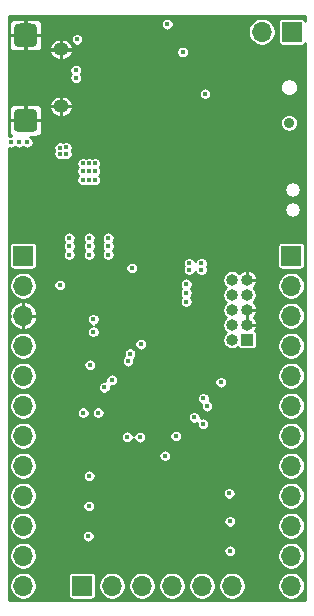
<source format=gbr>
G04 #@! TF.GenerationSoftware,KiCad,Pcbnew,(5.1.5)-3*
G04 #@! TF.CreationDate,2020-06-10T22:37:02-05:00*
G04 #@! TF.ProjectId,LuminaryVer2,4c756d69-6e61-4727-9956-6572322e6b69,rev?*
G04 #@! TF.SameCoordinates,Original*
G04 #@! TF.FileFunction,Copper,L3,Inr*
G04 #@! TF.FilePolarity,Positive*
%FSLAX46Y46*%
G04 Gerber Fmt 4.6, Leading zero omitted, Abs format (unit mm)*
G04 Created by KiCad (PCBNEW (5.1.5)-3) date 2020-06-10 22:37:02*
%MOMM*%
%LPD*%
G04 APERTURE LIST*
%ADD10O,1.300000X1.100000*%
%ADD11C,0.100000*%
%ADD12O,1.700000X1.700000*%
%ADD13R,1.700000X1.700000*%
%ADD14C,0.900000*%
%ADD15O,1.000000X1.000000*%
%ADD16R,1.000000X1.000000*%
%ADD17C,0.450000*%
%ADD18C,0.800000*%
%ADD19C,0.240000*%
G04 APERTURE END LIST*
D10*
X215600000Y-57900000D03*
X215600000Y-53100000D03*
G04 #@! TA.AperFunction,ViaPad*
D11*
G36*
X213149009Y-58102408D02*
G01*
X213197545Y-58109607D01*
X213245142Y-58121530D01*
X213291342Y-58138060D01*
X213335698Y-58159039D01*
X213377785Y-58184265D01*
X213417197Y-58213495D01*
X213453553Y-58246447D01*
X213486505Y-58282803D01*
X213515735Y-58322215D01*
X213540961Y-58364302D01*
X213561940Y-58408658D01*
X213578470Y-58454858D01*
X213590393Y-58502455D01*
X213597592Y-58550991D01*
X213600000Y-58600000D01*
X213600000Y-59600000D01*
X213597592Y-59649009D01*
X213590393Y-59697545D01*
X213578470Y-59745142D01*
X213561940Y-59791342D01*
X213540961Y-59835698D01*
X213515735Y-59877785D01*
X213486505Y-59917197D01*
X213453553Y-59953553D01*
X213417197Y-59986505D01*
X213377785Y-60015735D01*
X213335698Y-60040961D01*
X213291342Y-60061940D01*
X213245142Y-60078470D01*
X213197545Y-60090393D01*
X213149009Y-60097592D01*
X213100000Y-60100000D01*
X212100000Y-60100000D01*
X212050991Y-60097592D01*
X212002455Y-60090393D01*
X211954858Y-60078470D01*
X211908658Y-60061940D01*
X211864302Y-60040961D01*
X211822215Y-60015735D01*
X211782803Y-59986505D01*
X211746447Y-59953553D01*
X211713495Y-59917197D01*
X211684265Y-59877785D01*
X211659039Y-59835698D01*
X211638060Y-59791342D01*
X211621530Y-59745142D01*
X211609607Y-59697545D01*
X211602408Y-59649009D01*
X211600000Y-59600000D01*
X211600000Y-58600000D01*
X211602408Y-58550991D01*
X211609607Y-58502455D01*
X211621530Y-58454858D01*
X211638060Y-58408658D01*
X211659039Y-58364302D01*
X211684265Y-58322215D01*
X211713495Y-58282803D01*
X211746447Y-58246447D01*
X211782803Y-58213495D01*
X211822215Y-58184265D01*
X211864302Y-58159039D01*
X211908658Y-58138060D01*
X211954858Y-58121530D01*
X212002455Y-58109607D01*
X212050991Y-58102408D01*
X212100000Y-58100000D01*
X213100000Y-58100000D01*
X213149009Y-58102408D01*
G37*
G04 #@! TD.AperFunction*
G04 #@! TA.AperFunction,ViaPad*
G36*
X213149009Y-50902408D02*
G01*
X213197545Y-50909607D01*
X213245142Y-50921530D01*
X213291342Y-50938060D01*
X213335698Y-50959039D01*
X213377785Y-50984265D01*
X213417197Y-51013495D01*
X213453553Y-51046447D01*
X213486505Y-51082803D01*
X213515735Y-51122215D01*
X213540961Y-51164302D01*
X213561940Y-51208658D01*
X213578470Y-51254858D01*
X213590393Y-51302455D01*
X213597592Y-51350991D01*
X213600000Y-51400000D01*
X213600000Y-52400000D01*
X213597592Y-52449009D01*
X213590393Y-52497545D01*
X213578470Y-52545142D01*
X213561940Y-52591342D01*
X213540961Y-52635698D01*
X213515735Y-52677785D01*
X213486505Y-52717197D01*
X213453553Y-52753553D01*
X213417197Y-52786505D01*
X213377785Y-52815735D01*
X213335698Y-52840961D01*
X213291342Y-52861940D01*
X213245142Y-52878470D01*
X213197545Y-52890393D01*
X213149009Y-52897592D01*
X213100000Y-52900000D01*
X212100000Y-52900000D01*
X212050991Y-52897592D01*
X212002455Y-52890393D01*
X211954858Y-52878470D01*
X211908658Y-52861940D01*
X211864302Y-52840961D01*
X211822215Y-52815735D01*
X211782803Y-52786505D01*
X211746447Y-52753553D01*
X211713495Y-52717197D01*
X211684265Y-52677785D01*
X211659039Y-52635698D01*
X211638060Y-52591342D01*
X211621530Y-52545142D01*
X211609607Y-52497545D01*
X211602408Y-52449009D01*
X211600000Y-52400000D01*
X211600000Y-51400000D01*
X211602408Y-51350991D01*
X211609607Y-51302455D01*
X211621530Y-51254858D01*
X211638060Y-51208658D01*
X211659039Y-51164302D01*
X211684265Y-51122215D01*
X211713495Y-51082803D01*
X211746447Y-51046447D01*
X211782803Y-51013495D01*
X211822215Y-50984265D01*
X211864302Y-50959039D01*
X211908658Y-50938060D01*
X211954858Y-50921530D01*
X212002455Y-50909607D01*
X212050991Y-50902408D01*
X212100000Y-50900000D01*
X213100000Y-50900000D01*
X213149009Y-50902408D01*
G37*
G04 #@! TD.AperFunction*
D12*
X235100000Y-98500000D03*
X235100000Y-95960000D03*
X235100000Y-93420000D03*
X235100000Y-90880000D03*
X235100000Y-88340000D03*
X235100000Y-85800000D03*
X235100000Y-83260000D03*
X235100000Y-80720000D03*
X235100000Y-78180000D03*
X235100000Y-75640000D03*
X235100000Y-73100000D03*
D13*
X235100000Y-70560000D03*
D12*
X212400000Y-98500000D03*
X212400000Y-95960000D03*
X212400000Y-93420000D03*
X212400000Y-90880000D03*
X212400000Y-88340000D03*
X212400000Y-85800000D03*
X212400000Y-83260000D03*
X212400000Y-80720000D03*
X212400000Y-78180000D03*
X212400000Y-75640000D03*
X212400000Y-73100000D03*
D13*
X212400000Y-70560000D03*
D14*
X234900000Y-59300000D03*
D12*
X232600000Y-51600000D03*
D13*
X235140000Y-51600000D03*
D12*
X230077000Y-98500000D03*
X227537000Y-98500000D03*
X224997000Y-98500000D03*
X222457000Y-98500000D03*
X219917000Y-98500000D03*
D13*
X217377000Y-98500000D03*
D15*
X230080000Y-72595000D03*
X231350000Y-72595000D03*
X230080000Y-73865000D03*
X231350000Y-73865000D03*
X230080000Y-75135000D03*
X231350000Y-75135000D03*
X230080000Y-76405000D03*
X231350000Y-76405000D03*
X230080000Y-77675000D03*
D16*
X231350000Y-77675000D03*
D17*
X224450000Y-83000000D03*
X224050000Y-82700000D03*
X223500000Y-74000000D03*
X223500000Y-74500000D03*
X223000000Y-74500000D03*
X223000000Y-74000000D03*
X229900000Y-94900000D03*
X217950000Y-91100000D03*
X217900000Y-93600000D03*
D18*
X219510000Y-95560000D03*
D17*
X227700000Y-50950000D03*
X233800000Y-63100000D03*
X226350000Y-58350000D03*
X226950000Y-58350000D03*
X227500000Y-58350000D03*
X228100000Y-58350000D03*
X218600000Y-61900000D03*
X219350000Y-61900000D03*
X220100000Y-61900000D03*
X220850000Y-61900000D03*
X226350000Y-59000000D03*
X226950000Y-59000000D03*
X227500000Y-59000000D03*
X228100000Y-59000000D03*
X217978682Y-88447971D03*
X224550000Y-77325000D03*
X225300000Y-77075000D03*
X222350000Y-86650000D03*
X224400000Y-88750000D03*
X223700000Y-69800000D03*
X223050000Y-69800000D03*
X224400000Y-69800000D03*
X223700004Y-82350004D03*
X229900000Y-89499994D03*
X229900000Y-92200000D03*
X217450000Y-64150000D03*
X218450000Y-64150000D03*
X218450000Y-63400000D03*
X218450000Y-62750000D03*
X217450000Y-62750000D03*
X217950000Y-64150000D03*
X217950000Y-63400000D03*
X217950000Y-62750000D03*
X217450000Y-63400000D03*
X218000000Y-69050000D03*
X218000000Y-70475000D03*
X219600000Y-70475000D03*
X219600000Y-69050000D03*
X216300000Y-70475000D03*
X216300000Y-69050000D03*
X216300000Y-69750000D03*
X219600000Y-69750000D03*
X218000000Y-69750000D03*
X222350000Y-78050000D03*
X218050000Y-79800000D03*
X224400000Y-87500000D03*
X218747990Y-83850000D03*
X218350000Y-77000000D03*
X218350000Y-75950000D03*
X221281022Y-79491748D03*
X216050000Y-61950000D03*
X224600000Y-50950000D03*
X216962500Y-52242500D03*
X215512500Y-73037500D03*
X215512500Y-61412500D03*
X226450000Y-71200000D03*
X226450000Y-71750000D03*
X227500000Y-71750000D03*
X227500000Y-71200000D03*
X211350000Y-60950000D03*
X212050000Y-60950000D03*
X212750000Y-60950000D03*
X215512500Y-61937500D03*
X216050000Y-61400000D03*
X227663140Y-82644690D03*
X227968535Y-83312127D03*
X217900000Y-94300000D03*
X219900000Y-81075000D03*
X217950000Y-91750000D03*
X219278049Y-81718993D03*
X218000000Y-89200000D03*
X221225000Y-85900000D03*
X226875000Y-84249998D03*
X227625000Y-84800000D03*
X217500000Y-83850000D03*
X221450000Y-78850002D03*
X225900000Y-53300000D03*
X227799998Y-56850000D03*
X229125000Y-81275000D03*
X229853839Y-90683366D03*
X229900000Y-93050000D03*
X225325000Y-85825000D03*
X229900000Y-95550000D03*
X222275000Y-85925000D03*
X221600000Y-71600000D03*
X226200000Y-72950000D03*
X226200000Y-73700000D03*
X216850000Y-54850000D03*
X226200000Y-74450000D03*
X216850000Y-55500000D03*
D19*
G36*
X236305001Y-50686053D02*
G01*
X236287072Y-50626949D01*
X236257357Y-50571358D01*
X236217369Y-50522631D01*
X236168642Y-50482643D01*
X236113051Y-50452928D01*
X236052731Y-50434630D01*
X235990000Y-50428452D01*
X234290000Y-50428452D01*
X234227269Y-50434630D01*
X234166949Y-50452928D01*
X234111358Y-50482643D01*
X234062631Y-50522631D01*
X234022643Y-50571358D01*
X233992928Y-50626949D01*
X233974630Y-50687269D01*
X233968452Y-50750000D01*
X233968452Y-52450000D01*
X233974630Y-52512731D01*
X233992928Y-52573051D01*
X234022643Y-52628642D01*
X234062631Y-52677369D01*
X234111358Y-52717357D01*
X234166949Y-52747072D01*
X234227269Y-52765370D01*
X234290000Y-52771548D01*
X235990000Y-52771548D01*
X236052731Y-52765370D01*
X236113051Y-52747072D01*
X236168642Y-52717357D01*
X236217369Y-52677369D01*
X236257357Y-52628642D01*
X236287072Y-52573051D01*
X236305001Y-52513948D01*
X236305000Y-99705000D01*
X211195000Y-99705000D01*
X211195000Y-98384765D01*
X211230000Y-98384765D01*
X211230000Y-98615235D01*
X211274963Y-98841276D01*
X211363160Y-99054203D01*
X211491202Y-99245831D01*
X211654169Y-99408798D01*
X211845797Y-99536840D01*
X212058724Y-99625037D01*
X212284765Y-99670000D01*
X212515235Y-99670000D01*
X212741276Y-99625037D01*
X212954203Y-99536840D01*
X213145831Y-99408798D01*
X213308798Y-99245831D01*
X213436840Y-99054203D01*
X213525037Y-98841276D01*
X213570000Y-98615235D01*
X213570000Y-98384765D01*
X213525037Y-98158724D01*
X213436840Y-97945797D01*
X213308798Y-97754169D01*
X213204629Y-97650000D01*
X216205452Y-97650000D01*
X216205452Y-99350000D01*
X216211630Y-99412731D01*
X216229928Y-99473051D01*
X216259643Y-99528642D01*
X216299631Y-99577369D01*
X216348358Y-99617357D01*
X216403949Y-99647072D01*
X216464269Y-99665370D01*
X216527000Y-99671548D01*
X218227000Y-99671548D01*
X218289731Y-99665370D01*
X218350051Y-99647072D01*
X218405642Y-99617357D01*
X218454369Y-99577369D01*
X218494357Y-99528642D01*
X218524072Y-99473051D01*
X218542370Y-99412731D01*
X218548548Y-99350000D01*
X218548548Y-98384765D01*
X218747000Y-98384765D01*
X218747000Y-98615235D01*
X218791963Y-98841276D01*
X218880160Y-99054203D01*
X219008202Y-99245831D01*
X219171169Y-99408798D01*
X219362797Y-99536840D01*
X219575724Y-99625037D01*
X219801765Y-99670000D01*
X220032235Y-99670000D01*
X220258276Y-99625037D01*
X220471203Y-99536840D01*
X220662831Y-99408798D01*
X220825798Y-99245831D01*
X220953840Y-99054203D01*
X221042037Y-98841276D01*
X221087000Y-98615235D01*
X221087000Y-98384765D01*
X221287000Y-98384765D01*
X221287000Y-98615235D01*
X221331963Y-98841276D01*
X221420160Y-99054203D01*
X221548202Y-99245831D01*
X221711169Y-99408798D01*
X221902797Y-99536840D01*
X222115724Y-99625037D01*
X222341765Y-99670000D01*
X222572235Y-99670000D01*
X222798276Y-99625037D01*
X223011203Y-99536840D01*
X223202831Y-99408798D01*
X223365798Y-99245831D01*
X223493840Y-99054203D01*
X223582037Y-98841276D01*
X223627000Y-98615235D01*
X223627000Y-98384765D01*
X223827000Y-98384765D01*
X223827000Y-98615235D01*
X223871963Y-98841276D01*
X223960160Y-99054203D01*
X224088202Y-99245831D01*
X224251169Y-99408798D01*
X224442797Y-99536840D01*
X224655724Y-99625037D01*
X224881765Y-99670000D01*
X225112235Y-99670000D01*
X225338276Y-99625037D01*
X225551203Y-99536840D01*
X225742831Y-99408798D01*
X225905798Y-99245831D01*
X226033840Y-99054203D01*
X226122037Y-98841276D01*
X226167000Y-98615235D01*
X226167000Y-98384765D01*
X226367000Y-98384765D01*
X226367000Y-98615235D01*
X226411963Y-98841276D01*
X226500160Y-99054203D01*
X226628202Y-99245831D01*
X226791169Y-99408798D01*
X226982797Y-99536840D01*
X227195724Y-99625037D01*
X227421765Y-99670000D01*
X227652235Y-99670000D01*
X227878276Y-99625037D01*
X228091203Y-99536840D01*
X228282831Y-99408798D01*
X228445798Y-99245831D01*
X228573840Y-99054203D01*
X228662037Y-98841276D01*
X228707000Y-98615235D01*
X228707000Y-98384765D01*
X228907000Y-98384765D01*
X228907000Y-98615235D01*
X228951963Y-98841276D01*
X229040160Y-99054203D01*
X229168202Y-99245831D01*
X229331169Y-99408798D01*
X229522797Y-99536840D01*
X229735724Y-99625037D01*
X229961765Y-99670000D01*
X230192235Y-99670000D01*
X230418276Y-99625037D01*
X230631203Y-99536840D01*
X230822831Y-99408798D01*
X230985798Y-99245831D01*
X231113840Y-99054203D01*
X231202037Y-98841276D01*
X231247000Y-98615235D01*
X231247000Y-98384765D01*
X233930000Y-98384765D01*
X233930000Y-98615235D01*
X233974963Y-98841276D01*
X234063160Y-99054203D01*
X234191202Y-99245831D01*
X234354169Y-99408798D01*
X234545797Y-99536840D01*
X234758724Y-99625037D01*
X234984765Y-99670000D01*
X235215235Y-99670000D01*
X235441276Y-99625037D01*
X235654203Y-99536840D01*
X235845831Y-99408798D01*
X236008798Y-99245831D01*
X236136840Y-99054203D01*
X236225037Y-98841276D01*
X236270000Y-98615235D01*
X236270000Y-98384765D01*
X236225037Y-98158724D01*
X236136840Y-97945797D01*
X236008798Y-97754169D01*
X235845831Y-97591202D01*
X235654203Y-97463160D01*
X235441276Y-97374963D01*
X235215235Y-97330000D01*
X234984765Y-97330000D01*
X234758724Y-97374963D01*
X234545797Y-97463160D01*
X234354169Y-97591202D01*
X234191202Y-97754169D01*
X234063160Y-97945797D01*
X233974963Y-98158724D01*
X233930000Y-98384765D01*
X231247000Y-98384765D01*
X231202037Y-98158724D01*
X231113840Y-97945797D01*
X230985798Y-97754169D01*
X230822831Y-97591202D01*
X230631203Y-97463160D01*
X230418276Y-97374963D01*
X230192235Y-97330000D01*
X229961765Y-97330000D01*
X229735724Y-97374963D01*
X229522797Y-97463160D01*
X229331169Y-97591202D01*
X229168202Y-97754169D01*
X229040160Y-97945797D01*
X228951963Y-98158724D01*
X228907000Y-98384765D01*
X228707000Y-98384765D01*
X228662037Y-98158724D01*
X228573840Y-97945797D01*
X228445798Y-97754169D01*
X228282831Y-97591202D01*
X228091203Y-97463160D01*
X227878276Y-97374963D01*
X227652235Y-97330000D01*
X227421765Y-97330000D01*
X227195724Y-97374963D01*
X226982797Y-97463160D01*
X226791169Y-97591202D01*
X226628202Y-97754169D01*
X226500160Y-97945797D01*
X226411963Y-98158724D01*
X226367000Y-98384765D01*
X226167000Y-98384765D01*
X226122037Y-98158724D01*
X226033840Y-97945797D01*
X225905798Y-97754169D01*
X225742831Y-97591202D01*
X225551203Y-97463160D01*
X225338276Y-97374963D01*
X225112235Y-97330000D01*
X224881765Y-97330000D01*
X224655724Y-97374963D01*
X224442797Y-97463160D01*
X224251169Y-97591202D01*
X224088202Y-97754169D01*
X223960160Y-97945797D01*
X223871963Y-98158724D01*
X223827000Y-98384765D01*
X223627000Y-98384765D01*
X223582037Y-98158724D01*
X223493840Y-97945797D01*
X223365798Y-97754169D01*
X223202831Y-97591202D01*
X223011203Y-97463160D01*
X222798276Y-97374963D01*
X222572235Y-97330000D01*
X222341765Y-97330000D01*
X222115724Y-97374963D01*
X221902797Y-97463160D01*
X221711169Y-97591202D01*
X221548202Y-97754169D01*
X221420160Y-97945797D01*
X221331963Y-98158724D01*
X221287000Y-98384765D01*
X221087000Y-98384765D01*
X221042037Y-98158724D01*
X220953840Y-97945797D01*
X220825798Y-97754169D01*
X220662831Y-97591202D01*
X220471203Y-97463160D01*
X220258276Y-97374963D01*
X220032235Y-97330000D01*
X219801765Y-97330000D01*
X219575724Y-97374963D01*
X219362797Y-97463160D01*
X219171169Y-97591202D01*
X219008202Y-97754169D01*
X218880160Y-97945797D01*
X218791963Y-98158724D01*
X218747000Y-98384765D01*
X218548548Y-98384765D01*
X218548548Y-97650000D01*
X218542370Y-97587269D01*
X218524072Y-97526949D01*
X218494357Y-97471358D01*
X218454369Y-97422631D01*
X218405642Y-97382643D01*
X218350051Y-97352928D01*
X218289731Y-97334630D01*
X218227000Y-97328452D01*
X216527000Y-97328452D01*
X216464269Y-97334630D01*
X216403949Y-97352928D01*
X216348358Y-97382643D01*
X216299631Y-97422631D01*
X216259643Y-97471358D01*
X216229928Y-97526949D01*
X216211630Y-97587269D01*
X216205452Y-97650000D01*
X213204629Y-97650000D01*
X213145831Y-97591202D01*
X212954203Y-97463160D01*
X212741276Y-97374963D01*
X212515235Y-97330000D01*
X212284765Y-97330000D01*
X212058724Y-97374963D01*
X211845797Y-97463160D01*
X211654169Y-97591202D01*
X211491202Y-97754169D01*
X211363160Y-97945797D01*
X211274963Y-98158724D01*
X211230000Y-98384765D01*
X211195000Y-98384765D01*
X211195000Y-95844765D01*
X211230000Y-95844765D01*
X211230000Y-96075235D01*
X211274963Y-96301276D01*
X211363160Y-96514203D01*
X211491202Y-96705831D01*
X211654169Y-96868798D01*
X211845797Y-96996840D01*
X212058724Y-97085037D01*
X212284765Y-97130000D01*
X212515235Y-97130000D01*
X212741276Y-97085037D01*
X212954203Y-96996840D01*
X213145831Y-96868798D01*
X213308798Y-96705831D01*
X213436840Y-96514203D01*
X213525037Y-96301276D01*
X213570000Y-96075235D01*
X213570000Y-95844765D01*
X213525037Y-95618724D01*
X213474337Y-95496322D01*
X229355000Y-95496322D01*
X229355000Y-95603678D01*
X229375944Y-95708971D01*
X229417027Y-95808154D01*
X229476671Y-95897417D01*
X229552583Y-95973329D01*
X229641846Y-96032973D01*
X229741029Y-96074056D01*
X229846322Y-96095000D01*
X229953678Y-96095000D01*
X230058971Y-96074056D01*
X230158154Y-96032973D01*
X230247417Y-95973329D01*
X230323329Y-95897417D01*
X230358510Y-95844765D01*
X233930000Y-95844765D01*
X233930000Y-96075235D01*
X233974963Y-96301276D01*
X234063160Y-96514203D01*
X234191202Y-96705831D01*
X234354169Y-96868798D01*
X234545797Y-96996840D01*
X234758724Y-97085037D01*
X234984765Y-97130000D01*
X235215235Y-97130000D01*
X235441276Y-97085037D01*
X235654203Y-96996840D01*
X235845831Y-96868798D01*
X236008798Y-96705831D01*
X236136840Y-96514203D01*
X236225037Y-96301276D01*
X236270000Y-96075235D01*
X236270000Y-95844765D01*
X236225037Y-95618724D01*
X236136840Y-95405797D01*
X236008798Y-95214169D01*
X235845831Y-95051202D01*
X235654203Y-94923160D01*
X235441276Y-94834963D01*
X235215235Y-94790000D01*
X234984765Y-94790000D01*
X234758724Y-94834963D01*
X234545797Y-94923160D01*
X234354169Y-95051202D01*
X234191202Y-95214169D01*
X234063160Y-95405797D01*
X233974963Y-95618724D01*
X233930000Y-95844765D01*
X230358510Y-95844765D01*
X230382973Y-95808154D01*
X230424056Y-95708971D01*
X230445000Y-95603678D01*
X230445000Y-95496322D01*
X230424056Y-95391029D01*
X230382973Y-95291846D01*
X230323329Y-95202583D01*
X230247417Y-95126671D01*
X230158154Y-95067027D01*
X230058971Y-95025944D01*
X229953678Y-95005000D01*
X229846322Y-95005000D01*
X229741029Y-95025944D01*
X229641846Y-95067027D01*
X229552583Y-95126671D01*
X229476671Y-95202583D01*
X229417027Y-95291846D01*
X229375944Y-95391029D01*
X229355000Y-95496322D01*
X213474337Y-95496322D01*
X213436840Y-95405797D01*
X213308798Y-95214169D01*
X213145831Y-95051202D01*
X212954203Y-94923160D01*
X212741276Y-94834963D01*
X212515235Y-94790000D01*
X212284765Y-94790000D01*
X212058724Y-94834963D01*
X211845797Y-94923160D01*
X211654169Y-95051202D01*
X211491202Y-95214169D01*
X211363160Y-95405797D01*
X211274963Y-95618724D01*
X211230000Y-95844765D01*
X211195000Y-95844765D01*
X211195000Y-93304765D01*
X211230000Y-93304765D01*
X211230000Y-93535235D01*
X211274963Y-93761276D01*
X211363160Y-93974203D01*
X211491202Y-94165831D01*
X211654169Y-94328798D01*
X211845797Y-94456840D01*
X212058724Y-94545037D01*
X212284765Y-94590000D01*
X212515235Y-94590000D01*
X212741276Y-94545037D01*
X212954203Y-94456840D01*
X213145831Y-94328798D01*
X213228307Y-94246322D01*
X217355000Y-94246322D01*
X217355000Y-94353678D01*
X217375944Y-94458971D01*
X217417027Y-94558154D01*
X217476671Y-94647417D01*
X217552583Y-94723329D01*
X217641846Y-94782973D01*
X217741029Y-94824056D01*
X217846322Y-94845000D01*
X217953678Y-94845000D01*
X218058971Y-94824056D01*
X218158154Y-94782973D01*
X218247417Y-94723329D01*
X218323329Y-94647417D01*
X218382973Y-94558154D01*
X218424056Y-94458971D01*
X218445000Y-94353678D01*
X218445000Y-94246322D01*
X218424056Y-94141029D01*
X218382973Y-94041846D01*
X218323329Y-93952583D01*
X218247417Y-93876671D01*
X218158154Y-93817027D01*
X218058971Y-93775944D01*
X217953678Y-93755000D01*
X217846322Y-93755000D01*
X217741029Y-93775944D01*
X217641846Y-93817027D01*
X217552583Y-93876671D01*
X217476671Y-93952583D01*
X217417027Y-94041846D01*
X217375944Y-94141029D01*
X217355000Y-94246322D01*
X213228307Y-94246322D01*
X213308798Y-94165831D01*
X213436840Y-93974203D01*
X213525037Y-93761276D01*
X213570000Y-93535235D01*
X213570000Y-93304765D01*
X213525037Y-93078724D01*
X213490906Y-92996322D01*
X229355000Y-92996322D01*
X229355000Y-93103678D01*
X229375944Y-93208971D01*
X229417027Y-93308154D01*
X229476671Y-93397417D01*
X229552583Y-93473329D01*
X229641846Y-93532973D01*
X229741029Y-93574056D01*
X229846322Y-93595000D01*
X229953678Y-93595000D01*
X230058971Y-93574056D01*
X230158154Y-93532973D01*
X230247417Y-93473329D01*
X230323329Y-93397417D01*
X230382973Y-93308154D01*
X230384376Y-93304765D01*
X233930000Y-93304765D01*
X233930000Y-93535235D01*
X233974963Y-93761276D01*
X234063160Y-93974203D01*
X234191202Y-94165831D01*
X234354169Y-94328798D01*
X234545797Y-94456840D01*
X234758724Y-94545037D01*
X234984765Y-94590000D01*
X235215235Y-94590000D01*
X235441276Y-94545037D01*
X235654203Y-94456840D01*
X235845831Y-94328798D01*
X236008798Y-94165831D01*
X236136840Y-93974203D01*
X236225037Y-93761276D01*
X236270000Y-93535235D01*
X236270000Y-93304765D01*
X236225037Y-93078724D01*
X236136840Y-92865797D01*
X236008798Y-92674169D01*
X235845831Y-92511202D01*
X235654203Y-92383160D01*
X235441276Y-92294963D01*
X235215235Y-92250000D01*
X234984765Y-92250000D01*
X234758724Y-92294963D01*
X234545797Y-92383160D01*
X234354169Y-92511202D01*
X234191202Y-92674169D01*
X234063160Y-92865797D01*
X233974963Y-93078724D01*
X233930000Y-93304765D01*
X230384376Y-93304765D01*
X230424056Y-93208971D01*
X230445000Y-93103678D01*
X230445000Y-92996322D01*
X230424056Y-92891029D01*
X230382973Y-92791846D01*
X230323329Y-92702583D01*
X230247417Y-92626671D01*
X230158154Y-92567027D01*
X230058971Y-92525944D01*
X229953678Y-92505000D01*
X229846322Y-92505000D01*
X229741029Y-92525944D01*
X229641846Y-92567027D01*
X229552583Y-92626671D01*
X229476671Y-92702583D01*
X229417027Y-92791846D01*
X229375944Y-92891029D01*
X229355000Y-92996322D01*
X213490906Y-92996322D01*
X213436840Y-92865797D01*
X213308798Y-92674169D01*
X213145831Y-92511202D01*
X212954203Y-92383160D01*
X212741276Y-92294963D01*
X212515235Y-92250000D01*
X212284765Y-92250000D01*
X212058724Y-92294963D01*
X211845797Y-92383160D01*
X211654169Y-92511202D01*
X211491202Y-92674169D01*
X211363160Y-92865797D01*
X211274963Y-93078724D01*
X211230000Y-93304765D01*
X211195000Y-93304765D01*
X211195000Y-90764765D01*
X211230000Y-90764765D01*
X211230000Y-90995235D01*
X211274963Y-91221276D01*
X211363160Y-91434203D01*
X211491202Y-91625831D01*
X211654169Y-91788798D01*
X211845797Y-91916840D01*
X212058724Y-92005037D01*
X212284765Y-92050000D01*
X212515235Y-92050000D01*
X212741276Y-92005037D01*
X212954203Y-91916840D01*
X213145831Y-91788798D01*
X213238307Y-91696322D01*
X217405000Y-91696322D01*
X217405000Y-91803678D01*
X217425944Y-91908971D01*
X217467027Y-92008154D01*
X217526671Y-92097417D01*
X217602583Y-92173329D01*
X217691846Y-92232973D01*
X217791029Y-92274056D01*
X217896322Y-92295000D01*
X218003678Y-92295000D01*
X218108971Y-92274056D01*
X218208154Y-92232973D01*
X218297417Y-92173329D01*
X218373329Y-92097417D01*
X218432973Y-92008154D01*
X218474056Y-91908971D01*
X218495000Y-91803678D01*
X218495000Y-91696322D01*
X218474056Y-91591029D01*
X218432973Y-91491846D01*
X218373329Y-91402583D01*
X218297417Y-91326671D01*
X218208154Y-91267027D01*
X218108971Y-91225944D01*
X218003678Y-91205000D01*
X217896322Y-91205000D01*
X217791029Y-91225944D01*
X217691846Y-91267027D01*
X217602583Y-91326671D01*
X217526671Y-91402583D01*
X217467027Y-91491846D01*
X217425944Y-91591029D01*
X217405000Y-91696322D01*
X213238307Y-91696322D01*
X213308798Y-91625831D01*
X213436840Y-91434203D01*
X213525037Y-91221276D01*
X213570000Y-90995235D01*
X213570000Y-90764765D01*
X213543132Y-90629688D01*
X229308839Y-90629688D01*
X229308839Y-90737044D01*
X229329783Y-90842337D01*
X229370866Y-90941520D01*
X229430510Y-91030783D01*
X229506422Y-91106695D01*
X229595685Y-91166339D01*
X229694868Y-91207422D01*
X229800161Y-91228366D01*
X229907517Y-91228366D01*
X230012810Y-91207422D01*
X230111993Y-91166339D01*
X230201256Y-91106695D01*
X230277168Y-91030783D01*
X230336812Y-90941520D01*
X230377895Y-90842337D01*
X230393324Y-90764765D01*
X233930000Y-90764765D01*
X233930000Y-90995235D01*
X233974963Y-91221276D01*
X234063160Y-91434203D01*
X234191202Y-91625831D01*
X234354169Y-91788798D01*
X234545797Y-91916840D01*
X234758724Y-92005037D01*
X234984765Y-92050000D01*
X235215235Y-92050000D01*
X235441276Y-92005037D01*
X235654203Y-91916840D01*
X235845831Y-91788798D01*
X236008798Y-91625831D01*
X236136840Y-91434203D01*
X236225037Y-91221276D01*
X236270000Y-90995235D01*
X236270000Y-90764765D01*
X236225037Y-90538724D01*
X236136840Y-90325797D01*
X236008798Y-90134169D01*
X235845831Y-89971202D01*
X235654203Y-89843160D01*
X235441276Y-89754963D01*
X235215235Y-89710000D01*
X234984765Y-89710000D01*
X234758724Y-89754963D01*
X234545797Y-89843160D01*
X234354169Y-89971202D01*
X234191202Y-90134169D01*
X234063160Y-90325797D01*
X233974963Y-90538724D01*
X233930000Y-90764765D01*
X230393324Y-90764765D01*
X230398839Y-90737044D01*
X230398839Y-90629688D01*
X230377895Y-90524395D01*
X230336812Y-90425212D01*
X230277168Y-90335949D01*
X230201256Y-90260037D01*
X230111993Y-90200393D01*
X230012810Y-90159310D01*
X229907517Y-90138366D01*
X229800161Y-90138366D01*
X229694868Y-90159310D01*
X229595685Y-90200393D01*
X229506422Y-90260037D01*
X229430510Y-90335949D01*
X229370866Y-90425212D01*
X229329783Y-90524395D01*
X229308839Y-90629688D01*
X213543132Y-90629688D01*
X213525037Y-90538724D01*
X213436840Y-90325797D01*
X213308798Y-90134169D01*
X213145831Y-89971202D01*
X212954203Y-89843160D01*
X212741276Y-89754963D01*
X212515235Y-89710000D01*
X212284765Y-89710000D01*
X212058724Y-89754963D01*
X211845797Y-89843160D01*
X211654169Y-89971202D01*
X211491202Y-90134169D01*
X211363160Y-90325797D01*
X211274963Y-90538724D01*
X211230000Y-90764765D01*
X211195000Y-90764765D01*
X211195000Y-88224765D01*
X211230000Y-88224765D01*
X211230000Y-88455235D01*
X211274963Y-88681276D01*
X211363160Y-88894203D01*
X211491202Y-89085831D01*
X211654169Y-89248798D01*
X211845797Y-89376840D01*
X212058724Y-89465037D01*
X212284765Y-89510000D01*
X212515235Y-89510000D01*
X212741276Y-89465037D01*
X212954203Y-89376840D01*
X213145831Y-89248798D01*
X213248307Y-89146322D01*
X217455000Y-89146322D01*
X217455000Y-89253678D01*
X217475944Y-89358971D01*
X217517027Y-89458154D01*
X217576671Y-89547417D01*
X217652583Y-89623329D01*
X217741846Y-89682973D01*
X217841029Y-89724056D01*
X217946322Y-89745000D01*
X218053678Y-89745000D01*
X218158971Y-89724056D01*
X218258154Y-89682973D01*
X218347417Y-89623329D01*
X218423329Y-89547417D01*
X218482973Y-89458154D01*
X218524056Y-89358971D01*
X218545000Y-89253678D01*
X218545000Y-89146322D01*
X218524056Y-89041029D01*
X218482973Y-88941846D01*
X218423329Y-88852583D01*
X218347417Y-88776671D01*
X218258154Y-88717027D01*
X218158971Y-88675944D01*
X218053678Y-88655000D01*
X217946322Y-88655000D01*
X217841029Y-88675944D01*
X217741846Y-88717027D01*
X217652583Y-88776671D01*
X217576671Y-88852583D01*
X217517027Y-88941846D01*
X217475944Y-89041029D01*
X217455000Y-89146322D01*
X213248307Y-89146322D01*
X213308798Y-89085831D01*
X213436840Y-88894203D01*
X213525037Y-88681276D01*
X213570000Y-88455235D01*
X213570000Y-88224765D01*
X233930000Y-88224765D01*
X233930000Y-88455235D01*
X233974963Y-88681276D01*
X234063160Y-88894203D01*
X234191202Y-89085831D01*
X234354169Y-89248798D01*
X234545797Y-89376840D01*
X234758724Y-89465037D01*
X234984765Y-89510000D01*
X235215235Y-89510000D01*
X235441276Y-89465037D01*
X235654203Y-89376840D01*
X235845831Y-89248798D01*
X236008798Y-89085831D01*
X236136840Y-88894203D01*
X236225037Y-88681276D01*
X236270000Y-88455235D01*
X236270000Y-88224765D01*
X236225037Y-87998724D01*
X236136840Y-87785797D01*
X236008798Y-87594169D01*
X235845831Y-87431202D01*
X235654203Y-87303160D01*
X235441276Y-87214963D01*
X235215235Y-87170000D01*
X234984765Y-87170000D01*
X234758724Y-87214963D01*
X234545797Y-87303160D01*
X234354169Y-87431202D01*
X234191202Y-87594169D01*
X234063160Y-87785797D01*
X233974963Y-87998724D01*
X233930000Y-88224765D01*
X213570000Y-88224765D01*
X213525037Y-87998724D01*
X213436840Y-87785797D01*
X213308798Y-87594169D01*
X213160951Y-87446322D01*
X223855000Y-87446322D01*
X223855000Y-87553678D01*
X223875944Y-87658971D01*
X223917027Y-87758154D01*
X223976671Y-87847417D01*
X224052583Y-87923329D01*
X224141846Y-87982973D01*
X224241029Y-88024056D01*
X224346322Y-88045000D01*
X224453678Y-88045000D01*
X224558971Y-88024056D01*
X224658154Y-87982973D01*
X224747417Y-87923329D01*
X224823329Y-87847417D01*
X224882973Y-87758154D01*
X224924056Y-87658971D01*
X224945000Y-87553678D01*
X224945000Y-87446322D01*
X224924056Y-87341029D01*
X224882973Y-87241846D01*
X224823329Y-87152583D01*
X224747417Y-87076671D01*
X224658154Y-87017027D01*
X224558971Y-86975944D01*
X224453678Y-86955000D01*
X224346322Y-86955000D01*
X224241029Y-86975944D01*
X224141846Y-87017027D01*
X224052583Y-87076671D01*
X223976671Y-87152583D01*
X223917027Y-87241846D01*
X223875944Y-87341029D01*
X223855000Y-87446322D01*
X213160951Y-87446322D01*
X213145831Y-87431202D01*
X212954203Y-87303160D01*
X212741276Y-87214963D01*
X212515235Y-87170000D01*
X212284765Y-87170000D01*
X212058724Y-87214963D01*
X211845797Y-87303160D01*
X211654169Y-87431202D01*
X211491202Y-87594169D01*
X211363160Y-87785797D01*
X211274963Y-87998724D01*
X211230000Y-88224765D01*
X211195000Y-88224765D01*
X211195000Y-85684765D01*
X211230000Y-85684765D01*
X211230000Y-85915235D01*
X211274963Y-86141276D01*
X211363160Y-86354203D01*
X211491202Y-86545831D01*
X211654169Y-86708798D01*
X211845797Y-86836840D01*
X212058724Y-86925037D01*
X212284765Y-86970000D01*
X212515235Y-86970000D01*
X212741276Y-86925037D01*
X212954203Y-86836840D01*
X213145831Y-86708798D01*
X213308798Y-86545831D01*
X213436840Y-86354203D01*
X213525037Y-86141276D01*
X213570000Y-85915235D01*
X213570000Y-85846322D01*
X220680000Y-85846322D01*
X220680000Y-85953678D01*
X220700944Y-86058971D01*
X220742027Y-86158154D01*
X220801671Y-86247417D01*
X220877583Y-86323329D01*
X220966846Y-86382973D01*
X221066029Y-86424056D01*
X221171322Y-86445000D01*
X221278678Y-86445000D01*
X221383971Y-86424056D01*
X221483154Y-86382973D01*
X221572417Y-86323329D01*
X221648329Y-86247417D01*
X221707973Y-86158154D01*
X221746972Y-86064002D01*
X221750944Y-86083971D01*
X221792027Y-86183154D01*
X221851671Y-86272417D01*
X221927583Y-86348329D01*
X222016846Y-86407973D01*
X222116029Y-86449056D01*
X222221322Y-86470000D01*
X222328678Y-86470000D01*
X222433971Y-86449056D01*
X222533154Y-86407973D01*
X222622417Y-86348329D01*
X222698329Y-86272417D01*
X222757973Y-86183154D01*
X222799056Y-86083971D01*
X222820000Y-85978678D01*
X222820000Y-85871322D01*
X222800109Y-85771322D01*
X224780000Y-85771322D01*
X224780000Y-85878678D01*
X224800944Y-85983971D01*
X224842027Y-86083154D01*
X224901671Y-86172417D01*
X224977583Y-86248329D01*
X225066846Y-86307973D01*
X225166029Y-86349056D01*
X225271322Y-86370000D01*
X225378678Y-86370000D01*
X225483971Y-86349056D01*
X225583154Y-86307973D01*
X225672417Y-86248329D01*
X225748329Y-86172417D01*
X225807973Y-86083154D01*
X225849056Y-85983971D01*
X225870000Y-85878678D01*
X225870000Y-85771322D01*
X225852783Y-85684765D01*
X233930000Y-85684765D01*
X233930000Y-85915235D01*
X233974963Y-86141276D01*
X234063160Y-86354203D01*
X234191202Y-86545831D01*
X234354169Y-86708798D01*
X234545797Y-86836840D01*
X234758724Y-86925037D01*
X234984765Y-86970000D01*
X235215235Y-86970000D01*
X235441276Y-86925037D01*
X235654203Y-86836840D01*
X235845831Y-86708798D01*
X236008798Y-86545831D01*
X236136840Y-86354203D01*
X236225037Y-86141276D01*
X236270000Y-85915235D01*
X236270000Y-85684765D01*
X236225037Y-85458724D01*
X236136840Y-85245797D01*
X236008798Y-85054169D01*
X235845831Y-84891202D01*
X235654203Y-84763160D01*
X235441276Y-84674963D01*
X235215235Y-84630000D01*
X234984765Y-84630000D01*
X234758724Y-84674963D01*
X234545797Y-84763160D01*
X234354169Y-84891202D01*
X234191202Y-85054169D01*
X234063160Y-85245797D01*
X233974963Y-85458724D01*
X233930000Y-85684765D01*
X225852783Y-85684765D01*
X225849056Y-85666029D01*
X225807973Y-85566846D01*
X225748329Y-85477583D01*
X225672417Y-85401671D01*
X225583154Y-85342027D01*
X225483971Y-85300944D01*
X225378678Y-85280000D01*
X225271322Y-85280000D01*
X225166029Y-85300944D01*
X225066846Y-85342027D01*
X224977583Y-85401671D01*
X224901671Y-85477583D01*
X224842027Y-85566846D01*
X224800944Y-85666029D01*
X224780000Y-85771322D01*
X222800109Y-85771322D01*
X222799056Y-85766029D01*
X222757973Y-85666846D01*
X222698329Y-85577583D01*
X222622417Y-85501671D01*
X222533154Y-85442027D01*
X222433971Y-85400944D01*
X222328678Y-85380000D01*
X222221322Y-85380000D01*
X222116029Y-85400944D01*
X222016846Y-85442027D01*
X221927583Y-85501671D01*
X221851671Y-85577583D01*
X221792027Y-85666846D01*
X221753028Y-85760998D01*
X221749056Y-85741029D01*
X221707973Y-85641846D01*
X221648329Y-85552583D01*
X221572417Y-85476671D01*
X221483154Y-85417027D01*
X221383971Y-85375944D01*
X221278678Y-85355000D01*
X221171322Y-85355000D01*
X221066029Y-85375944D01*
X220966846Y-85417027D01*
X220877583Y-85476671D01*
X220801671Y-85552583D01*
X220742027Y-85641846D01*
X220700944Y-85741029D01*
X220680000Y-85846322D01*
X213570000Y-85846322D01*
X213570000Y-85684765D01*
X213525037Y-85458724D01*
X213436840Y-85245797D01*
X213308798Y-85054169D01*
X213145831Y-84891202D01*
X212954203Y-84763160D01*
X212741276Y-84674963D01*
X212515235Y-84630000D01*
X212284765Y-84630000D01*
X212058724Y-84674963D01*
X211845797Y-84763160D01*
X211654169Y-84891202D01*
X211491202Y-85054169D01*
X211363160Y-85245797D01*
X211274963Y-85458724D01*
X211230000Y-85684765D01*
X211195000Y-85684765D01*
X211195000Y-83144765D01*
X211230000Y-83144765D01*
X211230000Y-83375235D01*
X211274963Y-83601276D01*
X211363160Y-83814203D01*
X211491202Y-84005831D01*
X211654169Y-84168798D01*
X211845797Y-84296840D01*
X212058724Y-84385037D01*
X212284765Y-84430000D01*
X212515235Y-84430000D01*
X212741276Y-84385037D01*
X212954203Y-84296840D01*
X213145831Y-84168798D01*
X213308798Y-84005831D01*
X213436840Y-83814203D01*
X213444246Y-83796322D01*
X216955000Y-83796322D01*
X216955000Y-83903678D01*
X216975944Y-84008971D01*
X217017027Y-84108154D01*
X217076671Y-84197417D01*
X217152583Y-84273329D01*
X217241846Y-84332973D01*
X217341029Y-84374056D01*
X217446322Y-84395000D01*
X217553678Y-84395000D01*
X217658971Y-84374056D01*
X217758154Y-84332973D01*
X217847417Y-84273329D01*
X217923329Y-84197417D01*
X217982973Y-84108154D01*
X218024056Y-84008971D01*
X218045000Y-83903678D01*
X218045000Y-83796322D01*
X218202990Y-83796322D01*
X218202990Y-83903678D01*
X218223934Y-84008971D01*
X218265017Y-84108154D01*
X218324661Y-84197417D01*
X218400573Y-84273329D01*
X218489836Y-84332973D01*
X218589019Y-84374056D01*
X218694312Y-84395000D01*
X218801668Y-84395000D01*
X218906961Y-84374056D01*
X219006144Y-84332973D01*
X219095407Y-84273329D01*
X219171319Y-84197417D01*
X219172051Y-84196320D01*
X226330000Y-84196320D01*
X226330000Y-84303676D01*
X226350944Y-84408969D01*
X226392027Y-84508152D01*
X226451671Y-84597415D01*
X226527583Y-84673327D01*
X226616846Y-84732971D01*
X226716029Y-84774054D01*
X226821322Y-84794998D01*
X226928678Y-84794998D01*
X227033971Y-84774054D01*
X227080000Y-84754988D01*
X227080000Y-84853678D01*
X227100944Y-84958971D01*
X227142027Y-85058154D01*
X227201671Y-85147417D01*
X227277583Y-85223329D01*
X227366846Y-85282973D01*
X227466029Y-85324056D01*
X227571322Y-85345000D01*
X227678678Y-85345000D01*
X227783971Y-85324056D01*
X227883154Y-85282973D01*
X227972417Y-85223329D01*
X228048329Y-85147417D01*
X228107973Y-85058154D01*
X228149056Y-84958971D01*
X228170000Y-84853678D01*
X228170000Y-84746322D01*
X228149056Y-84641029D01*
X228107973Y-84541846D01*
X228048329Y-84452583D01*
X227972417Y-84376671D01*
X227883154Y-84317027D01*
X227783971Y-84275944D01*
X227678678Y-84255000D01*
X227571322Y-84255000D01*
X227466029Y-84275944D01*
X227420000Y-84295010D01*
X227420000Y-84196320D01*
X227399056Y-84091027D01*
X227357973Y-83991844D01*
X227298329Y-83902581D01*
X227222417Y-83826669D01*
X227133154Y-83767025D01*
X227033971Y-83725942D01*
X226928678Y-83704998D01*
X226821322Y-83704998D01*
X226716029Y-83725942D01*
X226616846Y-83767025D01*
X226527583Y-83826669D01*
X226451671Y-83902581D01*
X226392027Y-83991844D01*
X226350944Y-84091027D01*
X226330000Y-84196320D01*
X219172051Y-84196320D01*
X219230963Y-84108154D01*
X219272046Y-84008971D01*
X219292990Y-83903678D01*
X219292990Y-83796322D01*
X219272046Y-83691029D01*
X219230963Y-83591846D01*
X219171319Y-83502583D01*
X219095407Y-83426671D01*
X219006144Y-83367027D01*
X218906961Y-83325944D01*
X218801668Y-83305000D01*
X218694312Y-83305000D01*
X218589019Y-83325944D01*
X218489836Y-83367027D01*
X218400573Y-83426671D01*
X218324661Y-83502583D01*
X218265017Y-83591846D01*
X218223934Y-83691029D01*
X218202990Y-83796322D01*
X218045000Y-83796322D01*
X218024056Y-83691029D01*
X217982973Y-83591846D01*
X217923329Y-83502583D01*
X217847417Y-83426671D01*
X217758154Y-83367027D01*
X217658971Y-83325944D01*
X217553678Y-83305000D01*
X217446322Y-83305000D01*
X217341029Y-83325944D01*
X217241846Y-83367027D01*
X217152583Y-83426671D01*
X217076671Y-83502583D01*
X217017027Y-83591846D01*
X216975944Y-83691029D01*
X216955000Y-83796322D01*
X213444246Y-83796322D01*
X213525037Y-83601276D01*
X213570000Y-83375235D01*
X213570000Y-83144765D01*
X213525037Y-82918724D01*
X213436840Y-82705797D01*
X213360143Y-82591012D01*
X227118140Y-82591012D01*
X227118140Y-82698368D01*
X227139084Y-82803661D01*
X227180167Y-82902844D01*
X227239811Y-82992107D01*
X227315723Y-83068019D01*
X227404986Y-83127663D01*
X227447709Y-83145359D01*
X227444479Y-83153156D01*
X227423535Y-83258449D01*
X227423535Y-83365805D01*
X227444479Y-83471098D01*
X227485562Y-83570281D01*
X227545206Y-83659544D01*
X227621118Y-83735456D01*
X227710381Y-83795100D01*
X227809564Y-83836183D01*
X227914857Y-83857127D01*
X228022213Y-83857127D01*
X228127506Y-83836183D01*
X228226689Y-83795100D01*
X228315952Y-83735456D01*
X228391864Y-83659544D01*
X228451508Y-83570281D01*
X228492591Y-83471098D01*
X228513535Y-83365805D01*
X228513535Y-83258449D01*
X228492591Y-83153156D01*
X228489116Y-83144765D01*
X233930000Y-83144765D01*
X233930000Y-83375235D01*
X233974963Y-83601276D01*
X234063160Y-83814203D01*
X234191202Y-84005831D01*
X234354169Y-84168798D01*
X234545797Y-84296840D01*
X234758724Y-84385037D01*
X234984765Y-84430000D01*
X235215235Y-84430000D01*
X235441276Y-84385037D01*
X235654203Y-84296840D01*
X235845831Y-84168798D01*
X236008798Y-84005831D01*
X236136840Y-83814203D01*
X236225037Y-83601276D01*
X236270000Y-83375235D01*
X236270000Y-83144765D01*
X236225037Y-82918724D01*
X236136840Y-82705797D01*
X236008798Y-82514169D01*
X235845831Y-82351202D01*
X235654203Y-82223160D01*
X235441276Y-82134963D01*
X235215235Y-82090000D01*
X234984765Y-82090000D01*
X234758724Y-82134963D01*
X234545797Y-82223160D01*
X234354169Y-82351202D01*
X234191202Y-82514169D01*
X234063160Y-82705797D01*
X233974963Y-82918724D01*
X233930000Y-83144765D01*
X228489116Y-83144765D01*
X228451508Y-83053973D01*
X228391864Y-82964710D01*
X228315952Y-82888798D01*
X228226689Y-82829154D01*
X228183966Y-82811458D01*
X228187196Y-82803661D01*
X228208140Y-82698368D01*
X228208140Y-82591012D01*
X228187196Y-82485719D01*
X228146113Y-82386536D01*
X228086469Y-82297273D01*
X228010557Y-82221361D01*
X227921294Y-82161717D01*
X227822111Y-82120634D01*
X227716818Y-82099690D01*
X227609462Y-82099690D01*
X227504169Y-82120634D01*
X227404986Y-82161717D01*
X227315723Y-82221361D01*
X227239811Y-82297273D01*
X227180167Y-82386536D01*
X227139084Y-82485719D01*
X227118140Y-82591012D01*
X213360143Y-82591012D01*
X213308798Y-82514169D01*
X213145831Y-82351202D01*
X212954203Y-82223160D01*
X212741276Y-82134963D01*
X212515235Y-82090000D01*
X212284765Y-82090000D01*
X212058724Y-82134963D01*
X211845797Y-82223160D01*
X211654169Y-82351202D01*
X211491202Y-82514169D01*
X211363160Y-82705797D01*
X211274963Y-82918724D01*
X211230000Y-83144765D01*
X211195000Y-83144765D01*
X211195000Y-80604765D01*
X211230000Y-80604765D01*
X211230000Y-80835235D01*
X211274963Y-81061276D01*
X211363160Y-81274203D01*
X211491202Y-81465831D01*
X211654169Y-81628798D01*
X211845797Y-81756840D01*
X212058724Y-81845037D01*
X212284765Y-81890000D01*
X212515235Y-81890000D01*
X212741276Y-81845037D01*
X212954203Y-81756840D01*
X213091179Y-81665315D01*
X218733049Y-81665315D01*
X218733049Y-81772671D01*
X218753993Y-81877964D01*
X218795076Y-81977147D01*
X218854720Y-82066410D01*
X218930632Y-82142322D01*
X219019895Y-82201966D01*
X219119078Y-82243049D01*
X219224371Y-82263993D01*
X219331727Y-82263993D01*
X219437020Y-82243049D01*
X219536203Y-82201966D01*
X219625466Y-82142322D01*
X219701378Y-82066410D01*
X219761022Y-81977147D01*
X219802105Y-81877964D01*
X219823049Y-81772671D01*
X219823049Y-81665315D01*
X219812705Y-81613313D01*
X219846322Y-81620000D01*
X219953678Y-81620000D01*
X220058971Y-81599056D01*
X220158154Y-81557973D01*
X220247417Y-81498329D01*
X220323329Y-81422417D01*
X220382973Y-81333154D01*
X220424056Y-81233971D01*
X220426572Y-81221322D01*
X228580000Y-81221322D01*
X228580000Y-81328678D01*
X228600944Y-81433971D01*
X228642027Y-81533154D01*
X228701671Y-81622417D01*
X228777583Y-81698329D01*
X228866846Y-81757973D01*
X228966029Y-81799056D01*
X229071322Y-81820000D01*
X229178678Y-81820000D01*
X229283971Y-81799056D01*
X229383154Y-81757973D01*
X229472417Y-81698329D01*
X229548329Y-81622417D01*
X229607973Y-81533154D01*
X229649056Y-81433971D01*
X229670000Y-81328678D01*
X229670000Y-81221322D01*
X229649056Y-81116029D01*
X229607973Y-81016846D01*
X229548329Y-80927583D01*
X229472417Y-80851671D01*
X229383154Y-80792027D01*
X229283971Y-80750944D01*
X229178678Y-80730000D01*
X229071322Y-80730000D01*
X228966029Y-80750944D01*
X228866846Y-80792027D01*
X228777583Y-80851671D01*
X228701671Y-80927583D01*
X228642027Y-81016846D01*
X228600944Y-81116029D01*
X228580000Y-81221322D01*
X220426572Y-81221322D01*
X220445000Y-81128678D01*
X220445000Y-81021322D01*
X220424056Y-80916029D01*
X220382973Y-80816846D01*
X220323329Y-80727583D01*
X220247417Y-80651671D01*
X220177218Y-80604765D01*
X233930000Y-80604765D01*
X233930000Y-80835235D01*
X233974963Y-81061276D01*
X234063160Y-81274203D01*
X234191202Y-81465831D01*
X234354169Y-81628798D01*
X234545797Y-81756840D01*
X234758724Y-81845037D01*
X234984765Y-81890000D01*
X235215235Y-81890000D01*
X235441276Y-81845037D01*
X235654203Y-81756840D01*
X235845831Y-81628798D01*
X236008798Y-81465831D01*
X236136840Y-81274203D01*
X236225037Y-81061276D01*
X236270000Y-80835235D01*
X236270000Y-80604765D01*
X236225037Y-80378724D01*
X236136840Y-80165797D01*
X236008798Y-79974169D01*
X235845831Y-79811202D01*
X235654203Y-79683160D01*
X235441276Y-79594963D01*
X235215235Y-79550000D01*
X234984765Y-79550000D01*
X234758724Y-79594963D01*
X234545797Y-79683160D01*
X234354169Y-79811202D01*
X234191202Y-79974169D01*
X234063160Y-80165797D01*
X233974963Y-80378724D01*
X233930000Y-80604765D01*
X220177218Y-80604765D01*
X220158154Y-80592027D01*
X220058971Y-80550944D01*
X219953678Y-80530000D01*
X219846322Y-80530000D01*
X219741029Y-80550944D01*
X219641846Y-80592027D01*
X219552583Y-80651671D01*
X219476671Y-80727583D01*
X219417027Y-80816846D01*
X219375944Y-80916029D01*
X219355000Y-81021322D01*
X219355000Y-81128678D01*
X219365344Y-81180680D01*
X219331727Y-81173993D01*
X219224371Y-81173993D01*
X219119078Y-81194937D01*
X219019895Y-81236020D01*
X218930632Y-81295664D01*
X218854720Y-81371576D01*
X218795076Y-81460839D01*
X218753993Y-81560022D01*
X218733049Y-81665315D01*
X213091179Y-81665315D01*
X213145831Y-81628798D01*
X213308798Y-81465831D01*
X213436840Y-81274203D01*
X213525037Y-81061276D01*
X213570000Y-80835235D01*
X213570000Y-80604765D01*
X213525037Y-80378724D01*
X213436840Y-80165797D01*
X213308798Y-79974169D01*
X213145831Y-79811202D01*
X213048732Y-79746322D01*
X217505000Y-79746322D01*
X217505000Y-79853678D01*
X217525944Y-79958971D01*
X217567027Y-80058154D01*
X217626671Y-80147417D01*
X217702583Y-80223329D01*
X217791846Y-80282973D01*
X217891029Y-80324056D01*
X217996322Y-80345000D01*
X218103678Y-80345000D01*
X218208971Y-80324056D01*
X218308154Y-80282973D01*
X218397417Y-80223329D01*
X218473329Y-80147417D01*
X218532973Y-80058154D01*
X218574056Y-79958971D01*
X218595000Y-79853678D01*
X218595000Y-79746322D01*
X218574056Y-79641029D01*
X218532973Y-79541846D01*
X218473329Y-79452583D01*
X218458816Y-79438070D01*
X220736022Y-79438070D01*
X220736022Y-79545426D01*
X220756966Y-79650719D01*
X220798049Y-79749902D01*
X220857693Y-79839165D01*
X220933605Y-79915077D01*
X221022868Y-79974721D01*
X221122051Y-80015804D01*
X221227344Y-80036748D01*
X221334700Y-80036748D01*
X221439993Y-80015804D01*
X221539176Y-79974721D01*
X221628439Y-79915077D01*
X221704351Y-79839165D01*
X221763995Y-79749902D01*
X221805078Y-79650719D01*
X221826022Y-79545426D01*
X221826022Y-79438070D01*
X221805078Y-79332777D01*
X221784132Y-79282208D01*
X221797417Y-79273331D01*
X221873329Y-79197419D01*
X221932973Y-79108156D01*
X221974056Y-79008973D01*
X221995000Y-78903680D01*
X221995000Y-78796324D01*
X221974056Y-78691031D01*
X221932973Y-78591848D01*
X221873329Y-78502585D01*
X221797417Y-78426673D01*
X221708154Y-78367029D01*
X221608971Y-78325946D01*
X221503678Y-78305002D01*
X221396322Y-78305002D01*
X221291029Y-78325946D01*
X221191846Y-78367029D01*
X221102583Y-78426673D01*
X221026671Y-78502585D01*
X220967027Y-78591848D01*
X220925944Y-78691031D01*
X220905000Y-78796324D01*
X220905000Y-78903680D01*
X220925944Y-79008973D01*
X220946890Y-79059542D01*
X220933605Y-79068419D01*
X220857693Y-79144331D01*
X220798049Y-79233594D01*
X220756966Y-79332777D01*
X220736022Y-79438070D01*
X218458816Y-79438070D01*
X218397417Y-79376671D01*
X218308154Y-79317027D01*
X218208971Y-79275944D01*
X218103678Y-79255000D01*
X217996322Y-79255000D01*
X217891029Y-79275944D01*
X217791846Y-79317027D01*
X217702583Y-79376671D01*
X217626671Y-79452583D01*
X217567027Y-79541846D01*
X217525944Y-79641029D01*
X217505000Y-79746322D01*
X213048732Y-79746322D01*
X212954203Y-79683160D01*
X212741276Y-79594963D01*
X212515235Y-79550000D01*
X212284765Y-79550000D01*
X212058724Y-79594963D01*
X211845797Y-79683160D01*
X211654169Y-79811202D01*
X211491202Y-79974169D01*
X211363160Y-80165797D01*
X211274963Y-80378724D01*
X211230000Y-80604765D01*
X211195000Y-80604765D01*
X211195000Y-78064765D01*
X211230000Y-78064765D01*
X211230000Y-78295235D01*
X211274963Y-78521276D01*
X211363160Y-78734203D01*
X211491202Y-78925831D01*
X211654169Y-79088798D01*
X211845797Y-79216840D01*
X212058724Y-79305037D01*
X212284765Y-79350000D01*
X212515235Y-79350000D01*
X212741276Y-79305037D01*
X212954203Y-79216840D01*
X213145831Y-79088798D01*
X213308798Y-78925831D01*
X213436840Y-78734203D01*
X213525037Y-78521276D01*
X213570000Y-78295235D01*
X213570000Y-78064765D01*
X213556386Y-77996322D01*
X221805000Y-77996322D01*
X221805000Y-78103678D01*
X221825944Y-78208971D01*
X221867027Y-78308154D01*
X221926671Y-78397417D01*
X222002583Y-78473329D01*
X222091846Y-78532973D01*
X222191029Y-78574056D01*
X222296322Y-78595000D01*
X222403678Y-78595000D01*
X222508971Y-78574056D01*
X222608154Y-78532973D01*
X222697417Y-78473329D01*
X222773329Y-78397417D01*
X222832973Y-78308154D01*
X222874056Y-78208971D01*
X222895000Y-78103678D01*
X222895000Y-77996322D01*
X222874056Y-77891029D01*
X222832973Y-77791846D01*
X222773329Y-77702583D01*
X222697417Y-77626671D01*
X222608154Y-77567027D01*
X222508971Y-77525944D01*
X222403678Y-77505000D01*
X222296322Y-77505000D01*
X222191029Y-77525944D01*
X222091846Y-77567027D01*
X222002583Y-77626671D01*
X221926671Y-77702583D01*
X221867027Y-77791846D01*
X221825944Y-77891029D01*
X221805000Y-77996322D01*
X213556386Y-77996322D01*
X213525037Y-77838724D01*
X213436840Y-77625797D01*
X213308798Y-77434169D01*
X213145831Y-77271202D01*
X212954203Y-77143160D01*
X212741276Y-77054963D01*
X212515235Y-77010000D01*
X212284765Y-77010000D01*
X212058724Y-77054963D01*
X211845797Y-77143160D01*
X211654169Y-77271202D01*
X211491202Y-77434169D01*
X211363160Y-77625797D01*
X211274963Y-77838724D01*
X211230000Y-78064765D01*
X211195000Y-78064765D01*
X211195000Y-75645002D01*
X211272510Y-75645002D01*
X211195812Y-75835787D01*
X211212551Y-75919940D01*
X211289981Y-76146221D01*
X211410068Y-76353048D01*
X211568198Y-76532473D01*
X211758294Y-76677601D01*
X211973050Y-76782854D01*
X212204213Y-76844188D01*
X212395000Y-76767490D01*
X212395000Y-75645000D01*
X212405000Y-75645000D01*
X212405000Y-76767490D01*
X212595787Y-76844188D01*
X212826950Y-76782854D01*
X213041706Y-76677601D01*
X213231802Y-76532473D01*
X213389932Y-76353048D01*
X213510019Y-76146221D01*
X213587449Y-75919940D01*
X213592146Y-75896322D01*
X217805000Y-75896322D01*
X217805000Y-76003678D01*
X217825944Y-76108971D01*
X217867027Y-76208154D01*
X217926671Y-76297417D01*
X218002583Y-76373329D01*
X218091846Y-76432973D01*
X218191029Y-76474056D01*
X218195775Y-76475000D01*
X218191029Y-76475944D01*
X218091846Y-76517027D01*
X218002583Y-76576671D01*
X217926671Y-76652583D01*
X217867027Y-76741846D01*
X217825944Y-76841029D01*
X217805000Y-76946322D01*
X217805000Y-77053678D01*
X217825944Y-77158971D01*
X217867027Y-77258154D01*
X217926671Y-77347417D01*
X218002583Y-77423329D01*
X218091846Y-77482973D01*
X218191029Y-77524056D01*
X218296322Y-77545000D01*
X218403678Y-77545000D01*
X218508971Y-77524056D01*
X218608154Y-77482973D01*
X218697417Y-77423329D01*
X218773329Y-77347417D01*
X218832973Y-77258154D01*
X218874056Y-77158971D01*
X218895000Y-77053678D01*
X218895000Y-76946322D01*
X218874056Y-76841029D01*
X218832973Y-76741846D01*
X218773329Y-76652583D01*
X218697417Y-76576671D01*
X218608154Y-76517027D01*
X218508971Y-76475944D01*
X218504225Y-76475000D01*
X218508971Y-76474056D01*
X218608154Y-76432973D01*
X218697417Y-76373329D01*
X218773329Y-76297417D01*
X218832973Y-76208154D01*
X218874056Y-76108971D01*
X218895000Y-76003678D01*
X218895000Y-75896322D01*
X218874056Y-75791029D01*
X218832973Y-75691846D01*
X218773329Y-75602583D01*
X218697417Y-75526671D01*
X218608154Y-75467027D01*
X218508971Y-75425944D01*
X218403678Y-75405000D01*
X218296322Y-75405000D01*
X218191029Y-75425944D01*
X218091846Y-75467027D01*
X218002583Y-75526671D01*
X217926671Y-75602583D01*
X217867027Y-75691846D01*
X217825944Y-75791029D01*
X217805000Y-75896322D01*
X213592146Y-75896322D01*
X213604188Y-75835787D01*
X213527489Y-75645000D01*
X212405000Y-75645000D01*
X212395000Y-75645000D01*
X212375000Y-75645000D01*
X212375000Y-75635000D01*
X212395000Y-75635000D01*
X212395000Y-74512510D01*
X212405000Y-74512510D01*
X212405000Y-75635000D01*
X213527489Y-75635000D01*
X213604188Y-75444213D01*
X213587449Y-75360060D01*
X213510019Y-75133779D01*
X213389932Y-74926952D01*
X213231802Y-74747527D01*
X213041706Y-74602399D01*
X212826950Y-74497146D01*
X212595787Y-74435812D01*
X212405000Y-74512510D01*
X212395000Y-74512510D01*
X212204213Y-74435812D01*
X211973050Y-74497146D01*
X211758294Y-74602399D01*
X211568198Y-74747527D01*
X211410068Y-74926952D01*
X211289981Y-75133779D01*
X211212551Y-75360060D01*
X211195812Y-75444213D01*
X211272510Y-75634998D01*
X211195000Y-75634998D01*
X211195000Y-72984765D01*
X211230000Y-72984765D01*
X211230000Y-73215235D01*
X211274963Y-73441276D01*
X211363160Y-73654203D01*
X211491202Y-73845831D01*
X211654169Y-74008798D01*
X211845797Y-74136840D01*
X212058724Y-74225037D01*
X212284765Y-74270000D01*
X212515235Y-74270000D01*
X212741276Y-74225037D01*
X212954203Y-74136840D01*
X213145831Y-74008798D01*
X213308798Y-73845831D01*
X213436840Y-73654203D01*
X213525037Y-73441276D01*
X213570000Y-73215235D01*
X213570000Y-72984765D01*
X213569813Y-72983822D01*
X214967500Y-72983822D01*
X214967500Y-73091178D01*
X214988444Y-73196471D01*
X215029527Y-73295654D01*
X215089171Y-73384917D01*
X215165083Y-73460829D01*
X215254346Y-73520473D01*
X215353529Y-73561556D01*
X215458822Y-73582500D01*
X215566178Y-73582500D01*
X215671471Y-73561556D01*
X215770654Y-73520473D01*
X215859917Y-73460829D01*
X215935829Y-73384917D01*
X215995473Y-73295654D01*
X216036556Y-73196471D01*
X216057500Y-73091178D01*
X216057500Y-72983822D01*
X216040096Y-72896322D01*
X225655000Y-72896322D01*
X225655000Y-73003678D01*
X225675944Y-73108971D01*
X225717027Y-73208154D01*
X225776671Y-73297417D01*
X225804254Y-73325000D01*
X225776671Y-73352583D01*
X225717027Y-73441846D01*
X225675944Y-73541029D01*
X225655000Y-73646322D01*
X225655000Y-73753678D01*
X225675944Y-73858971D01*
X225717027Y-73958154D01*
X225776671Y-74047417D01*
X225804254Y-74075000D01*
X225776671Y-74102583D01*
X225717027Y-74191846D01*
X225675944Y-74291029D01*
X225655000Y-74396322D01*
X225655000Y-74503678D01*
X225675944Y-74608971D01*
X225717027Y-74708154D01*
X225776671Y-74797417D01*
X225852583Y-74873329D01*
X225941846Y-74932973D01*
X226041029Y-74974056D01*
X226146322Y-74995000D01*
X226253678Y-74995000D01*
X226358971Y-74974056D01*
X226458154Y-74932973D01*
X226547417Y-74873329D01*
X226623329Y-74797417D01*
X226682973Y-74708154D01*
X226724056Y-74608971D01*
X226745000Y-74503678D01*
X226745000Y-74396322D01*
X226724056Y-74291029D01*
X226682973Y-74191846D01*
X226623329Y-74102583D01*
X226595746Y-74075000D01*
X226623329Y-74047417D01*
X226682973Y-73958154D01*
X226724056Y-73858971D01*
X226745000Y-73753678D01*
X226745000Y-73646322D01*
X226724056Y-73541029D01*
X226682973Y-73441846D01*
X226623329Y-73352583D01*
X226595746Y-73325000D01*
X226623329Y-73297417D01*
X226682973Y-73208154D01*
X226724056Y-73108971D01*
X226745000Y-73003678D01*
X226745000Y-72896322D01*
X226724056Y-72791029D01*
X226682973Y-72691846D01*
X226623329Y-72602583D01*
X226547417Y-72526671D01*
X226528809Y-72514237D01*
X229260000Y-72514237D01*
X229260000Y-72675763D01*
X229291512Y-72834185D01*
X229353325Y-72983416D01*
X229443064Y-73117720D01*
X229555344Y-73230000D01*
X229443064Y-73342280D01*
X229353325Y-73476584D01*
X229291512Y-73625815D01*
X229260000Y-73784237D01*
X229260000Y-73945763D01*
X229291512Y-74104185D01*
X229353325Y-74253416D01*
X229443064Y-74387720D01*
X229555344Y-74500000D01*
X229443064Y-74612280D01*
X229353325Y-74746584D01*
X229291512Y-74895815D01*
X229260000Y-75054237D01*
X229260000Y-75215763D01*
X229291512Y-75374185D01*
X229353325Y-75523416D01*
X229443064Y-75657720D01*
X229555344Y-75770000D01*
X229443064Y-75882280D01*
X229353325Y-76016584D01*
X229291512Y-76165815D01*
X229260000Y-76324237D01*
X229260000Y-76485763D01*
X229291512Y-76644185D01*
X229353325Y-76793416D01*
X229443064Y-76927720D01*
X229555344Y-77040000D01*
X229443064Y-77152280D01*
X229353325Y-77286584D01*
X229291512Y-77435815D01*
X229260000Y-77594237D01*
X229260000Y-77755763D01*
X229291512Y-77914185D01*
X229353325Y-78063416D01*
X229443064Y-78197720D01*
X229557280Y-78311936D01*
X229691584Y-78401675D01*
X229840815Y-78463488D01*
X229999237Y-78495000D01*
X230160763Y-78495000D01*
X230319185Y-78463488D01*
X230468416Y-78401675D01*
X230571500Y-78332796D01*
X230582643Y-78353642D01*
X230622631Y-78402369D01*
X230671358Y-78442357D01*
X230726949Y-78472072D01*
X230787269Y-78490370D01*
X230850000Y-78496548D01*
X231850000Y-78496548D01*
X231912731Y-78490370D01*
X231973051Y-78472072D01*
X232028642Y-78442357D01*
X232077369Y-78402369D01*
X232117357Y-78353642D01*
X232147072Y-78298051D01*
X232165370Y-78237731D01*
X232171548Y-78175000D01*
X232171548Y-78064765D01*
X233930000Y-78064765D01*
X233930000Y-78295235D01*
X233974963Y-78521276D01*
X234063160Y-78734203D01*
X234191202Y-78925831D01*
X234354169Y-79088798D01*
X234545797Y-79216840D01*
X234758724Y-79305037D01*
X234984765Y-79350000D01*
X235215235Y-79350000D01*
X235441276Y-79305037D01*
X235654203Y-79216840D01*
X235845831Y-79088798D01*
X236008798Y-78925831D01*
X236136840Y-78734203D01*
X236225037Y-78521276D01*
X236270000Y-78295235D01*
X236270000Y-78064765D01*
X236225037Y-77838724D01*
X236136840Y-77625797D01*
X236008798Y-77434169D01*
X235845831Y-77271202D01*
X235654203Y-77143160D01*
X235441276Y-77054963D01*
X235215235Y-77010000D01*
X234984765Y-77010000D01*
X234758724Y-77054963D01*
X234545797Y-77143160D01*
X234354169Y-77271202D01*
X234191202Y-77434169D01*
X234063160Y-77625797D01*
X233974963Y-77838724D01*
X233930000Y-78064765D01*
X232171548Y-78064765D01*
X232171548Y-77175000D01*
X232165370Y-77112269D01*
X232147072Y-77051949D01*
X232117357Y-76996358D01*
X232077369Y-76947631D01*
X232047376Y-76923017D01*
X232056773Y-76912320D01*
X232142166Y-76764687D01*
X232197116Y-76603232D01*
X232208493Y-76546034D01*
X232127484Y-76410000D01*
X231355000Y-76410000D01*
X231355000Y-76430000D01*
X231345000Y-76430000D01*
X231345000Y-76410000D01*
X231325000Y-76410000D01*
X231325000Y-76400000D01*
X231345000Y-76400000D01*
X231345000Y-75140000D01*
X231355000Y-75140000D01*
X231355000Y-76400000D01*
X232127484Y-76400000D01*
X232208493Y-76263966D01*
X232197116Y-76206768D01*
X232142166Y-76045313D01*
X232056773Y-75897680D01*
X231944620Y-75770000D01*
X232056773Y-75642320D01*
X232124768Y-75524765D01*
X233930000Y-75524765D01*
X233930000Y-75755235D01*
X233974963Y-75981276D01*
X234063160Y-76194203D01*
X234191202Y-76385831D01*
X234354169Y-76548798D01*
X234545797Y-76676840D01*
X234758724Y-76765037D01*
X234984765Y-76810000D01*
X235215235Y-76810000D01*
X235441276Y-76765037D01*
X235654203Y-76676840D01*
X235845831Y-76548798D01*
X236008798Y-76385831D01*
X236136840Y-76194203D01*
X236225037Y-75981276D01*
X236270000Y-75755235D01*
X236270000Y-75524765D01*
X236225037Y-75298724D01*
X236136840Y-75085797D01*
X236008798Y-74894169D01*
X235845831Y-74731202D01*
X235654203Y-74603160D01*
X235441276Y-74514963D01*
X235215235Y-74470000D01*
X234984765Y-74470000D01*
X234758724Y-74514963D01*
X234545797Y-74603160D01*
X234354169Y-74731202D01*
X234191202Y-74894169D01*
X234063160Y-75085797D01*
X233974963Y-75298724D01*
X233930000Y-75524765D01*
X232124768Y-75524765D01*
X232142166Y-75494687D01*
X232197116Y-75333232D01*
X232208493Y-75276034D01*
X232127484Y-75140000D01*
X231355000Y-75140000D01*
X231345000Y-75140000D01*
X231325000Y-75140000D01*
X231325000Y-75130000D01*
X231345000Y-75130000D01*
X231345000Y-75110000D01*
X231355000Y-75110000D01*
X231355000Y-75130000D01*
X232127484Y-75130000D01*
X232208493Y-74993966D01*
X232197116Y-74936768D01*
X232142166Y-74775313D01*
X232056773Y-74627680D01*
X231944219Y-74499543D01*
X231905089Y-74469567D01*
X231986936Y-74387720D01*
X232076675Y-74253416D01*
X232138488Y-74104185D01*
X232170000Y-73945763D01*
X232170000Y-73784237D01*
X232138488Y-73625815D01*
X232076675Y-73476584D01*
X231986936Y-73342280D01*
X231905089Y-73260433D01*
X231944219Y-73230457D01*
X232056773Y-73102320D01*
X232124768Y-72984765D01*
X233930000Y-72984765D01*
X233930000Y-73215235D01*
X233974963Y-73441276D01*
X234063160Y-73654203D01*
X234191202Y-73845831D01*
X234354169Y-74008798D01*
X234545797Y-74136840D01*
X234758724Y-74225037D01*
X234984765Y-74270000D01*
X235215235Y-74270000D01*
X235441276Y-74225037D01*
X235654203Y-74136840D01*
X235845831Y-74008798D01*
X236008798Y-73845831D01*
X236136840Y-73654203D01*
X236225037Y-73441276D01*
X236270000Y-73215235D01*
X236270000Y-72984765D01*
X236225037Y-72758724D01*
X236136840Y-72545797D01*
X236008798Y-72354169D01*
X235845831Y-72191202D01*
X235654203Y-72063160D01*
X235441276Y-71974963D01*
X235215235Y-71930000D01*
X234984765Y-71930000D01*
X234758724Y-71974963D01*
X234545797Y-72063160D01*
X234354169Y-72191202D01*
X234191202Y-72354169D01*
X234063160Y-72545797D01*
X233974963Y-72758724D01*
X233930000Y-72984765D01*
X232124768Y-72984765D01*
X232142166Y-72954687D01*
X232197116Y-72793232D01*
X232208493Y-72736034D01*
X232127484Y-72600000D01*
X231355000Y-72600000D01*
X231355000Y-72620000D01*
X231345000Y-72620000D01*
X231345000Y-72600000D01*
X231325000Y-72600000D01*
X231325000Y-72590000D01*
X231345000Y-72590000D01*
X231345000Y-71817514D01*
X231355000Y-71817514D01*
X231355000Y-72590000D01*
X232127484Y-72590000D01*
X232208493Y-72453966D01*
X232197116Y-72396768D01*
X232142166Y-72235313D01*
X232056773Y-72087680D01*
X231944219Y-71959543D01*
X231808830Y-71855827D01*
X231655808Y-71780517D01*
X231491034Y-71736507D01*
X231355000Y-71817514D01*
X231345000Y-71817514D01*
X231208966Y-71736507D01*
X231044192Y-71780517D01*
X230891170Y-71855827D01*
X230755781Y-71959543D01*
X230684897Y-72040241D01*
X230602720Y-71958064D01*
X230468416Y-71868325D01*
X230319185Y-71806512D01*
X230160763Y-71775000D01*
X229999237Y-71775000D01*
X229840815Y-71806512D01*
X229691584Y-71868325D01*
X229557280Y-71958064D01*
X229443064Y-72072280D01*
X229353325Y-72206584D01*
X229291512Y-72355815D01*
X229260000Y-72514237D01*
X226528809Y-72514237D01*
X226458154Y-72467027D01*
X226358971Y-72425944D01*
X226253678Y-72405000D01*
X226146322Y-72405000D01*
X226041029Y-72425944D01*
X225941846Y-72467027D01*
X225852583Y-72526671D01*
X225776671Y-72602583D01*
X225717027Y-72691846D01*
X225675944Y-72791029D01*
X225655000Y-72896322D01*
X216040096Y-72896322D01*
X216036556Y-72878529D01*
X215995473Y-72779346D01*
X215935829Y-72690083D01*
X215859917Y-72614171D01*
X215770654Y-72554527D01*
X215671471Y-72513444D01*
X215566178Y-72492500D01*
X215458822Y-72492500D01*
X215353529Y-72513444D01*
X215254346Y-72554527D01*
X215165083Y-72614171D01*
X215089171Y-72690083D01*
X215029527Y-72779346D01*
X214988444Y-72878529D01*
X214967500Y-72983822D01*
X213569813Y-72983822D01*
X213525037Y-72758724D01*
X213436840Y-72545797D01*
X213308798Y-72354169D01*
X213145831Y-72191202D01*
X212954203Y-72063160D01*
X212741276Y-71974963D01*
X212515235Y-71930000D01*
X212284765Y-71930000D01*
X212058724Y-71974963D01*
X211845797Y-72063160D01*
X211654169Y-72191202D01*
X211491202Y-72354169D01*
X211363160Y-72545797D01*
X211274963Y-72758724D01*
X211230000Y-72984765D01*
X211195000Y-72984765D01*
X211195000Y-69710000D01*
X211228452Y-69710000D01*
X211228452Y-71410000D01*
X211234630Y-71472731D01*
X211252928Y-71533051D01*
X211282643Y-71588642D01*
X211322631Y-71637369D01*
X211371358Y-71677357D01*
X211426949Y-71707072D01*
X211487269Y-71725370D01*
X211550000Y-71731548D01*
X213250000Y-71731548D01*
X213312731Y-71725370D01*
X213373051Y-71707072D01*
X213428642Y-71677357D01*
X213477369Y-71637369D01*
X213517357Y-71588642D01*
X213539978Y-71546322D01*
X221055000Y-71546322D01*
X221055000Y-71653678D01*
X221075944Y-71758971D01*
X221117027Y-71858154D01*
X221176671Y-71947417D01*
X221252583Y-72023329D01*
X221341846Y-72082973D01*
X221441029Y-72124056D01*
X221546322Y-72145000D01*
X221653678Y-72145000D01*
X221758971Y-72124056D01*
X221858154Y-72082973D01*
X221947417Y-72023329D01*
X222023329Y-71947417D01*
X222082973Y-71858154D01*
X222124056Y-71758971D01*
X222145000Y-71653678D01*
X222145000Y-71546322D01*
X222124056Y-71441029D01*
X222082973Y-71341846D01*
X222023329Y-71252583D01*
X221947417Y-71176671D01*
X221901997Y-71146322D01*
X225905000Y-71146322D01*
X225905000Y-71253678D01*
X225925944Y-71358971D01*
X225967027Y-71458154D01*
X225978283Y-71475000D01*
X225967027Y-71491846D01*
X225925944Y-71591029D01*
X225905000Y-71696322D01*
X225905000Y-71803678D01*
X225925944Y-71908971D01*
X225967027Y-72008154D01*
X226026671Y-72097417D01*
X226102583Y-72173329D01*
X226191846Y-72232973D01*
X226291029Y-72274056D01*
X226396322Y-72295000D01*
X226503678Y-72295000D01*
X226608971Y-72274056D01*
X226708154Y-72232973D01*
X226797417Y-72173329D01*
X226873329Y-72097417D01*
X226932973Y-72008154D01*
X226974056Y-71908971D01*
X226975000Y-71904225D01*
X226975944Y-71908971D01*
X227017027Y-72008154D01*
X227076671Y-72097417D01*
X227152583Y-72173329D01*
X227241846Y-72232973D01*
X227341029Y-72274056D01*
X227446322Y-72295000D01*
X227553678Y-72295000D01*
X227658971Y-72274056D01*
X227758154Y-72232973D01*
X227847417Y-72173329D01*
X227923329Y-72097417D01*
X227982973Y-72008154D01*
X228024056Y-71908971D01*
X228045000Y-71803678D01*
X228045000Y-71696322D01*
X228024056Y-71591029D01*
X227982973Y-71491846D01*
X227971717Y-71475000D01*
X227982973Y-71458154D01*
X228024056Y-71358971D01*
X228045000Y-71253678D01*
X228045000Y-71146322D01*
X228024056Y-71041029D01*
X227982973Y-70941846D01*
X227923329Y-70852583D01*
X227847417Y-70776671D01*
X227758154Y-70717027D01*
X227658971Y-70675944D01*
X227553678Y-70655000D01*
X227446322Y-70655000D01*
X227341029Y-70675944D01*
X227241846Y-70717027D01*
X227152583Y-70776671D01*
X227076671Y-70852583D01*
X227017027Y-70941846D01*
X226975944Y-71041029D01*
X226975000Y-71045775D01*
X226974056Y-71041029D01*
X226932973Y-70941846D01*
X226873329Y-70852583D01*
X226797417Y-70776671D01*
X226708154Y-70717027D01*
X226608971Y-70675944D01*
X226503678Y-70655000D01*
X226396322Y-70655000D01*
X226291029Y-70675944D01*
X226191846Y-70717027D01*
X226102583Y-70776671D01*
X226026671Y-70852583D01*
X225967027Y-70941846D01*
X225925944Y-71041029D01*
X225905000Y-71146322D01*
X221901997Y-71146322D01*
X221858154Y-71117027D01*
X221758971Y-71075944D01*
X221653678Y-71055000D01*
X221546322Y-71055000D01*
X221441029Y-71075944D01*
X221341846Y-71117027D01*
X221252583Y-71176671D01*
X221176671Y-71252583D01*
X221117027Y-71341846D01*
X221075944Y-71441029D01*
X221055000Y-71546322D01*
X213539978Y-71546322D01*
X213547072Y-71533051D01*
X213565370Y-71472731D01*
X213571548Y-71410000D01*
X213571548Y-69710000D01*
X213565370Y-69647269D01*
X213547072Y-69586949D01*
X213517357Y-69531358D01*
X213477369Y-69482631D01*
X213428642Y-69442643D01*
X213373051Y-69412928D01*
X213312731Y-69394630D01*
X213250000Y-69388452D01*
X211550000Y-69388452D01*
X211487269Y-69394630D01*
X211426949Y-69412928D01*
X211371358Y-69442643D01*
X211322631Y-69482631D01*
X211282643Y-69531358D01*
X211252928Y-69586949D01*
X211234630Y-69647269D01*
X211228452Y-69710000D01*
X211195000Y-69710000D01*
X211195000Y-68996322D01*
X215755000Y-68996322D01*
X215755000Y-69103678D01*
X215775944Y-69208971D01*
X215817027Y-69308154D01*
X215876671Y-69397417D01*
X215879254Y-69400000D01*
X215876671Y-69402583D01*
X215817027Y-69491846D01*
X215775944Y-69591029D01*
X215755000Y-69696322D01*
X215755000Y-69803678D01*
X215775944Y-69908971D01*
X215817027Y-70008154D01*
X215876671Y-70097417D01*
X215891754Y-70112500D01*
X215876671Y-70127583D01*
X215817027Y-70216846D01*
X215775944Y-70316029D01*
X215755000Y-70421322D01*
X215755000Y-70528678D01*
X215775944Y-70633971D01*
X215817027Y-70733154D01*
X215876671Y-70822417D01*
X215952583Y-70898329D01*
X216041846Y-70957973D01*
X216141029Y-70999056D01*
X216246322Y-71020000D01*
X216353678Y-71020000D01*
X216458971Y-70999056D01*
X216558154Y-70957973D01*
X216647417Y-70898329D01*
X216723329Y-70822417D01*
X216782973Y-70733154D01*
X216824056Y-70633971D01*
X216845000Y-70528678D01*
X216845000Y-70421322D01*
X216824056Y-70316029D01*
X216782973Y-70216846D01*
X216723329Y-70127583D01*
X216708246Y-70112500D01*
X216723329Y-70097417D01*
X216782973Y-70008154D01*
X216824056Y-69908971D01*
X216845000Y-69803678D01*
X216845000Y-69696322D01*
X216824056Y-69591029D01*
X216782973Y-69491846D01*
X216723329Y-69402583D01*
X216720746Y-69400000D01*
X216723329Y-69397417D01*
X216782973Y-69308154D01*
X216824056Y-69208971D01*
X216845000Y-69103678D01*
X216845000Y-68996322D01*
X217455000Y-68996322D01*
X217455000Y-69103678D01*
X217475944Y-69208971D01*
X217517027Y-69308154D01*
X217576671Y-69397417D01*
X217579254Y-69400000D01*
X217576671Y-69402583D01*
X217517027Y-69491846D01*
X217475944Y-69591029D01*
X217455000Y-69696322D01*
X217455000Y-69803678D01*
X217475944Y-69908971D01*
X217517027Y-70008154D01*
X217576671Y-70097417D01*
X217591754Y-70112500D01*
X217576671Y-70127583D01*
X217517027Y-70216846D01*
X217475944Y-70316029D01*
X217455000Y-70421322D01*
X217455000Y-70528678D01*
X217475944Y-70633971D01*
X217517027Y-70733154D01*
X217576671Y-70822417D01*
X217652583Y-70898329D01*
X217741846Y-70957973D01*
X217841029Y-70999056D01*
X217946322Y-71020000D01*
X218053678Y-71020000D01*
X218158971Y-70999056D01*
X218258154Y-70957973D01*
X218347417Y-70898329D01*
X218423329Y-70822417D01*
X218482973Y-70733154D01*
X218524056Y-70633971D01*
X218545000Y-70528678D01*
X218545000Y-70421322D01*
X218524056Y-70316029D01*
X218482973Y-70216846D01*
X218423329Y-70127583D01*
X218408246Y-70112500D01*
X218423329Y-70097417D01*
X218482973Y-70008154D01*
X218524056Y-69908971D01*
X218545000Y-69803678D01*
X218545000Y-69696322D01*
X218524056Y-69591029D01*
X218482973Y-69491846D01*
X218423329Y-69402583D01*
X218420746Y-69400000D01*
X218423329Y-69397417D01*
X218482973Y-69308154D01*
X218524056Y-69208971D01*
X218545000Y-69103678D01*
X218545000Y-68996322D01*
X219055000Y-68996322D01*
X219055000Y-69103678D01*
X219075944Y-69208971D01*
X219117027Y-69308154D01*
X219176671Y-69397417D01*
X219179254Y-69400000D01*
X219176671Y-69402583D01*
X219117027Y-69491846D01*
X219075944Y-69591029D01*
X219055000Y-69696322D01*
X219055000Y-69803678D01*
X219075944Y-69908971D01*
X219117027Y-70008154D01*
X219176671Y-70097417D01*
X219191754Y-70112500D01*
X219176671Y-70127583D01*
X219117027Y-70216846D01*
X219075944Y-70316029D01*
X219055000Y-70421322D01*
X219055000Y-70528678D01*
X219075944Y-70633971D01*
X219117027Y-70733154D01*
X219176671Y-70822417D01*
X219252583Y-70898329D01*
X219341846Y-70957973D01*
X219441029Y-70999056D01*
X219546322Y-71020000D01*
X219653678Y-71020000D01*
X219758971Y-70999056D01*
X219858154Y-70957973D01*
X219947417Y-70898329D01*
X220023329Y-70822417D01*
X220082973Y-70733154D01*
X220124056Y-70633971D01*
X220145000Y-70528678D01*
X220145000Y-70421322D01*
X220124056Y-70316029D01*
X220082973Y-70216846D01*
X220023329Y-70127583D01*
X220008246Y-70112500D01*
X220023329Y-70097417D01*
X220082973Y-70008154D01*
X220124056Y-69908971D01*
X220145000Y-69803678D01*
X220145000Y-69710000D01*
X233928452Y-69710000D01*
X233928452Y-71410000D01*
X233934630Y-71472731D01*
X233952928Y-71533051D01*
X233982643Y-71588642D01*
X234022631Y-71637369D01*
X234071358Y-71677357D01*
X234126949Y-71707072D01*
X234187269Y-71725370D01*
X234250000Y-71731548D01*
X235950000Y-71731548D01*
X236012731Y-71725370D01*
X236073051Y-71707072D01*
X236128642Y-71677357D01*
X236177369Y-71637369D01*
X236217357Y-71588642D01*
X236247072Y-71533051D01*
X236265370Y-71472731D01*
X236271548Y-71410000D01*
X236271548Y-69710000D01*
X236265370Y-69647269D01*
X236247072Y-69586949D01*
X236217357Y-69531358D01*
X236177369Y-69482631D01*
X236128642Y-69442643D01*
X236073051Y-69412928D01*
X236012731Y-69394630D01*
X235950000Y-69388452D01*
X234250000Y-69388452D01*
X234187269Y-69394630D01*
X234126949Y-69412928D01*
X234071358Y-69442643D01*
X234022631Y-69482631D01*
X233982643Y-69531358D01*
X233952928Y-69586949D01*
X233934630Y-69647269D01*
X233928452Y-69710000D01*
X220145000Y-69710000D01*
X220145000Y-69696322D01*
X220124056Y-69591029D01*
X220082973Y-69491846D01*
X220023329Y-69402583D01*
X220020746Y-69400000D01*
X220023329Y-69397417D01*
X220082973Y-69308154D01*
X220124056Y-69208971D01*
X220145000Y-69103678D01*
X220145000Y-68996322D01*
X220124056Y-68891029D01*
X220082973Y-68791846D01*
X220023329Y-68702583D01*
X219947417Y-68626671D01*
X219858154Y-68567027D01*
X219758971Y-68525944D01*
X219653678Y-68505000D01*
X219546322Y-68505000D01*
X219441029Y-68525944D01*
X219341846Y-68567027D01*
X219252583Y-68626671D01*
X219176671Y-68702583D01*
X219117027Y-68791846D01*
X219075944Y-68891029D01*
X219055000Y-68996322D01*
X218545000Y-68996322D01*
X218524056Y-68891029D01*
X218482973Y-68791846D01*
X218423329Y-68702583D01*
X218347417Y-68626671D01*
X218258154Y-68567027D01*
X218158971Y-68525944D01*
X218053678Y-68505000D01*
X217946322Y-68505000D01*
X217841029Y-68525944D01*
X217741846Y-68567027D01*
X217652583Y-68626671D01*
X217576671Y-68702583D01*
X217517027Y-68791846D01*
X217475944Y-68891029D01*
X217455000Y-68996322D01*
X216845000Y-68996322D01*
X216824056Y-68891029D01*
X216782973Y-68791846D01*
X216723329Y-68702583D01*
X216647417Y-68626671D01*
X216558154Y-68567027D01*
X216458971Y-68525944D01*
X216353678Y-68505000D01*
X216246322Y-68505000D01*
X216141029Y-68525944D01*
X216041846Y-68567027D01*
X215952583Y-68626671D01*
X215876671Y-68702583D01*
X215817027Y-68791846D01*
X215775944Y-68891029D01*
X215755000Y-68996322D01*
X211195000Y-68996322D01*
X211195000Y-66581548D01*
X234505000Y-66581548D01*
X234505000Y-66718452D01*
X234531708Y-66852724D01*
X234584099Y-66979206D01*
X234660158Y-67093037D01*
X234756963Y-67189842D01*
X234870794Y-67265901D01*
X234997276Y-67318292D01*
X235131548Y-67345000D01*
X235268452Y-67345000D01*
X235402724Y-67318292D01*
X235529206Y-67265901D01*
X235643037Y-67189842D01*
X235739842Y-67093037D01*
X235815901Y-66979206D01*
X235868292Y-66852724D01*
X235895000Y-66718452D01*
X235895000Y-66581548D01*
X235868292Y-66447276D01*
X235815901Y-66320794D01*
X235739842Y-66206963D01*
X235643037Y-66110158D01*
X235529206Y-66034099D01*
X235402724Y-65981708D01*
X235268452Y-65955000D01*
X235131548Y-65955000D01*
X234997276Y-65981708D01*
X234870794Y-66034099D01*
X234756963Y-66110158D01*
X234660158Y-66206963D01*
X234584099Y-66320794D01*
X234531708Y-66447276D01*
X234505000Y-66581548D01*
X211195000Y-66581548D01*
X211195000Y-64881548D01*
X234505000Y-64881548D01*
X234505000Y-65018452D01*
X234531708Y-65152724D01*
X234584099Y-65279206D01*
X234660158Y-65393037D01*
X234756963Y-65489842D01*
X234870794Y-65565901D01*
X234997276Y-65618292D01*
X235131548Y-65645000D01*
X235268452Y-65645000D01*
X235402724Y-65618292D01*
X235529206Y-65565901D01*
X235643037Y-65489842D01*
X235739842Y-65393037D01*
X235815901Y-65279206D01*
X235868292Y-65152724D01*
X235895000Y-65018452D01*
X235895000Y-64881548D01*
X235868292Y-64747276D01*
X235815901Y-64620794D01*
X235739842Y-64506963D01*
X235643037Y-64410158D01*
X235529206Y-64334099D01*
X235402724Y-64281708D01*
X235268452Y-64255000D01*
X235131548Y-64255000D01*
X234997276Y-64281708D01*
X234870794Y-64334099D01*
X234756963Y-64410158D01*
X234660158Y-64506963D01*
X234584099Y-64620794D01*
X234531708Y-64747276D01*
X234505000Y-64881548D01*
X211195000Y-64881548D01*
X211195000Y-62696322D01*
X216905000Y-62696322D01*
X216905000Y-62803678D01*
X216925944Y-62908971D01*
X216967027Y-63008154D01*
X217011692Y-63075000D01*
X216967027Y-63141846D01*
X216925944Y-63241029D01*
X216905000Y-63346322D01*
X216905000Y-63453678D01*
X216925944Y-63558971D01*
X216967027Y-63658154D01*
X217026671Y-63747417D01*
X217054254Y-63775000D01*
X217026671Y-63802583D01*
X216967027Y-63891846D01*
X216925944Y-63991029D01*
X216905000Y-64096322D01*
X216905000Y-64203678D01*
X216925944Y-64308971D01*
X216967027Y-64408154D01*
X217026671Y-64497417D01*
X217102583Y-64573329D01*
X217191846Y-64632973D01*
X217291029Y-64674056D01*
X217396322Y-64695000D01*
X217503678Y-64695000D01*
X217608971Y-64674056D01*
X217700000Y-64636351D01*
X217791029Y-64674056D01*
X217896322Y-64695000D01*
X218003678Y-64695000D01*
X218108971Y-64674056D01*
X218200000Y-64636351D01*
X218291029Y-64674056D01*
X218396322Y-64695000D01*
X218503678Y-64695000D01*
X218608971Y-64674056D01*
X218708154Y-64632973D01*
X218797417Y-64573329D01*
X218873329Y-64497417D01*
X218932973Y-64408154D01*
X218974056Y-64308971D01*
X218995000Y-64203678D01*
X218995000Y-64096322D01*
X218974056Y-63991029D01*
X218932973Y-63891846D01*
X218873329Y-63802583D01*
X218845746Y-63775000D01*
X218873329Y-63747417D01*
X218932973Y-63658154D01*
X218974056Y-63558971D01*
X218995000Y-63453678D01*
X218995000Y-63346322D01*
X218974056Y-63241029D01*
X218932973Y-63141846D01*
X218888308Y-63075000D01*
X218932973Y-63008154D01*
X218974056Y-62908971D01*
X218995000Y-62803678D01*
X218995000Y-62696322D01*
X218974056Y-62591029D01*
X218932973Y-62491846D01*
X218873329Y-62402583D01*
X218797417Y-62326671D01*
X218708154Y-62267027D01*
X218608971Y-62225944D01*
X218503678Y-62205000D01*
X218396322Y-62205000D01*
X218291029Y-62225944D01*
X218200000Y-62263649D01*
X218108971Y-62225944D01*
X218003678Y-62205000D01*
X217896322Y-62205000D01*
X217791029Y-62225944D01*
X217700000Y-62263649D01*
X217608971Y-62225944D01*
X217503678Y-62205000D01*
X217396322Y-62205000D01*
X217291029Y-62225944D01*
X217191846Y-62267027D01*
X217102583Y-62326671D01*
X217026671Y-62402583D01*
X216967027Y-62491846D01*
X216925944Y-62591029D01*
X216905000Y-62696322D01*
X211195000Y-62696322D01*
X211195000Y-61474846D01*
X211296322Y-61495000D01*
X211403678Y-61495000D01*
X211508971Y-61474056D01*
X211608154Y-61432973D01*
X211697417Y-61373329D01*
X211700000Y-61370746D01*
X211702583Y-61373329D01*
X211791846Y-61432973D01*
X211891029Y-61474056D01*
X211996322Y-61495000D01*
X212103678Y-61495000D01*
X212208971Y-61474056D01*
X212308154Y-61432973D01*
X212397417Y-61373329D01*
X212400000Y-61370746D01*
X212402583Y-61373329D01*
X212491846Y-61432973D01*
X212591029Y-61474056D01*
X212696322Y-61495000D01*
X212803678Y-61495000D01*
X212908971Y-61474056D01*
X213008154Y-61432973D01*
X213097417Y-61373329D01*
X213111924Y-61358822D01*
X214967500Y-61358822D01*
X214967500Y-61466178D01*
X214988444Y-61571471D01*
X215029527Y-61670654D01*
X215032431Y-61675000D01*
X215029527Y-61679346D01*
X214988444Y-61778529D01*
X214967500Y-61883822D01*
X214967500Y-61991178D01*
X214988444Y-62096471D01*
X215029527Y-62195654D01*
X215089171Y-62284917D01*
X215165083Y-62360829D01*
X215254346Y-62420473D01*
X215353529Y-62461556D01*
X215458822Y-62482500D01*
X215566178Y-62482500D01*
X215671471Y-62461556D01*
X215770654Y-62420473D01*
X215771896Y-62419643D01*
X215791846Y-62432973D01*
X215891029Y-62474056D01*
X215996322Y-62495000D01*
X216103678Y-62495000D01*
X216208971Y-62474056D01*
X216308154Y-62432973D01*
X216397417Y-62373329D01*
X216473329Y-62297417D01*
X216532973Y-62208154D01*
X216574056Y-62108971D01*
X216595000Y-62003678D01*
X216595000Y-61896322D01*
X216574056Y-61791029D01*
X216532973Y-61691846D01*
X216521717Y-61675000D01*
X216532973Y-61658154D01*
X216574056Y-61558971D01*
X216595000Y-61453678D01*
X216595000Y-61346322D01*
X216574056Y-61241029D01*
X216532973Y-61141846D01*
X216473329Y-61052583D01*
X216397417Y-60976671D01*
X216308154Y-60917027D01*
X216208971Y-60875944D01*
X216103678Y-60855000D01*
X215996322Y-60855000D01*
X215891029Y-60875944D01*
X215791846Y-60917027D01*
X215771896Y-60930357D01*
X215770654Y-60929527D01*
X215671471Y-60888444D01*
X215566178Y-60867500D01*
X215458822Y-60867500D01*
X215353529Y-60888444D01*
X215254346Y-60929527D01*
X215165083Y-60989171D01*
X215089171Y-61065083D01*
X215029527Y-61154346D01*
X214988444Y-61253529D01*
X214967500Y-61358822D01*
X213111924Y-61358822D01*
X213173329Y-61297417D01*
X213232973Y-61208154D01*
X213274056Y-61108971D01*
X213295000Y-61003678D01*
X213295000Y-60896322D01*
X213274056Y-60791029D01*
X213232973Y-60691846D01*
X213173329Y-60602583D01*
X213097417Y-60526671D01*
X213013541Y-60470627D01*
X213600000Y-60471790D01*
X213672533Y-60464646D01*
X213742278Y-60443489D01*
X213806555Y-60409132D01*
X213862895Y-60362895D01*
X213909132Y-60306555D01*
X213943489Y-60242278D01*
X213964646Y-60172533D01*
X213971790Y-60100000D01*
X213970053Y-59224162D01*
X234130000Y-59224162D01*
X234130000Y-59375838D01*
X234159590Y-59524601D01*
X234217635Y-59664732D01*
X234301902Y-59790847D01*
X234409153Y-59898098D01*
X234535268Y-59982365D01*
X234675399Y-60040410D01*
X234824162Y-60070000D01*
X234975838Y-60070000D01*
X235124601Y-60040410D01*
X235264732Y-59982365D01*
X235390847Y-59898098D01*
X235498098Y-59790847D01*
X235582365Y-59664732D01*
X235640410Y-59524601D01*
X235670000Y-59375838D01*
X235670000Y-59224162D01*
X235640410Y-59075399D01*
X235582365Y-58935268D01*
X235498098Y-58809153D01*
X235390847Y-58701902D01*
X235264732Y-58617635D01*
X235124601Y-58559590D01*
X234975838Y-58530000D01*
X234824162Y-58530000D01*
X234675399Y-58559590D01*
X234535268Y-58617635D01*
X234409153Y-58701902D01*
X234301902Y-58809153D01*
X234217635Y-58935268D01*
X234159590Y-59075399D01*
X234130000Y-59224162D01*
X213970053Y-59224162D01*
X213970000Y-59197500D01*
X213877500Y-59105000D01*
X212605000Y-59105000D01*
X212605000Y-59125000D01*
X212595000Y-59125000D01*
X212595000Y-59105000D01*
X211322500Y-59105000D01*
X211230000Y-59197500D01*
X211228210Y-60100000D01*
X211235354Y-60172533D01*
X211256511Y-60242278D01*
X211290868Y-60306555D01*
X211337105Y-60362895D01*
X211388410Y-60405000D01*
X211296322Y-60405000D01*
X211195000Y-60425154D01*
X211195000Y-58100000D01*
X211228210Y-58100000D01*
X211230000Y-59002500D01*
X211322500Y-59095000D01*
X212595000Y-59095000D01*
X212595000Y-57822500D01*
X212605000Y-57822500D01*
X212605000Y-59095000D01*
X213877500Y-59095000D01*
X213970000Y-59002500D01*
X213971790Y-58100000D01*
X213966753Y-58048856D01*
X214592123Y-58048856D01*
X214596702Y-58074580D01*
X214648117Y-58247450D01*
X214732270Y-58406968D01*
X214845926Y-58547003D01*
X214984718Y-58662174D01*
X215143312Y-58748056D01*
X215315613Y-58801347D01*
X215495000Y-58820000D01*
X215595000Y-58820000D01*
X215595000Y-57905000D01*
X215605000Y-57905000D01*
X215605000Y-58820000D01*
X215705000Y-58820000D01*
X215884387Y-58801347D01*
X216056688Y-58748056D01*
X216215282Y-58662174D01*
X216354074Y-58547003D01*
X216467730Y-58406968D01*
X216551883Y-58247450D01*
X216603298Y-58074580D01*
X216607877Y-58048856D01*
X216527485Y-57905000D01*
X215605000Y-57905000D01*
X215595000Y-57905000D01*
X214672515Y-57905000D01*
X214592123Y-58048856D01*
X213966753Y-58048856D01*
X213964646Y-58027467D01*
X213943489Y-57957722D01*
X213909132Y-57893445D01*
X213862895Y-57837105D01*
X213806555Y-57790868D01*
X213742278Y-57756511D01*
X213724586Y-57751144D01*
X214592123Y-57751144D01*
X214672515Y-57895000D01*
X215595000Y-57895000D01*
X215595000Y-56980000D01*
X215605000Y-56980000D01*
X215605000Y-57895000D01*
X216527485Y-57895000D01*
X216607877Y-57751144D01*
X216603298Y-57725420D01*
X216551883Y-57552550D01*
X216467730Y-57393032D01*
X216354074Y-57252997D01*
X216215282Y-57137826D01*
X216056688Y-57051944D01*
X215884387Y-56998653D01*
X215705000Y-56980000D01*
X215605000Y-56980000D01*
X215595000Y-56980000D01*
X215495000Y-56980000D01*
X215315613Y-56998653D01*
X215143312Y-57051944D01*
X214984718Y-57137826D01*
X214845926Y-57252997D01*
X214732270Y-57393032D01*
X214648117Y-57552550D01*
X214596702Y-57725420D01*
X214592123Y-57751144D01*
X213724586Y-57751144D01*
X213672533Y-57735354D01*
X213600000Y-57728210D01*
X212697500Y-57730000D01*
X212605000Y-57822500D01*
X212595000Y-57822500D01*
X212502500Y-57730000D01*
X211600000Y-57728210D01*
X211527467Y-57735354D01*
X211457722Y-57756511D01*
X211393445Y-57790868D01*
X211337105Y-57837105D01*
X211290868Y-57893445D01*
X211256511Y-57957722D01*
X211235354Y-58027467D01*
X211228210Y-58100000D01*
X211195000Y-58100000D01*
X211195000Y-56796322D01*
X227254998Y-56796322D01*
X227254998Y-56903678D01*
X227275942Y-57008971D01*
X227317025Y-57108154D01*
X227376669Y-57197417D01*
X227452581Y-57273329D01*
X227541844Y-57332973D01*
X227641027Y-57374056D01*
X227746320Y-57395000D01*
X227853676Y-57395000D01*
X227958969Y-57374056D01*
X228058152Y-57332973D01*
X228147415Y-57273329D01*
X228223327Y-57197417D01*
X228282971Y-57108154D01*
X228324054Y-57008971D01*
X228344998Y-56903678D01*
X228344998Y-56796322D01*
X228324054Y-56691029D01*
X228282971Y-56591846D01*
X228223327Y-56502583D01*
X228147415Y-56426671D01*
X228058152Y-56367027D01*
X227958969Y-56325944D01*
X227853676Y-56305000D01*
X227746320Y-56305000D01*
X227641027Y-56325944D01*
X227541844Y-56367027D01*
X227452581Y-56426671D01*
X227376669Y-56502583D01*
X227317025Y-56591846D01*
X227275942Y-56691029D01*
X227254998Y-56796322D01*
X211195000Y-56796322D01*
X211195000Y-56224162D01*
X234130000Y-56224162D01*
X234130000Y-56375838D01*
X234159590Y-56524601D01*
X234217635Y-56664732D01*
X234301902Y-56790847D01*
X234409153Y-56898098D01*
X234535268Y-56982365D01*
X234675399Y-57040410D01*
X234824162Y-57070000D01*
X234975838Y-57070000D01*
X235124601Y-57040410D01*
X235264732Y-56982365D01*
X235390847Y-56898098D01*
X235498098Y-56790847D01*
X235582365Y-56664732D01*
X235640410Y-56524601D01*
X235670000Y-56375838D01*
X235670000Y-56224162D01*
X235640410Y-56075399D01*
X235582365Y-55935268D01*
X235498098Y-55809153D01*
X235390847Y-55701902D01*
X235264732Y-55617635D01*
X235124601Y-55559590D01*
X234975838Y-55530000D01*
X234824162Y-55530000D01*
X234675399Y-55559590D01*
X234535268Y-55617635D01*
X234409153Y-55701902D01*
X234301902Y-55809153D01*
X234217635Y-55935268D01*
X234159590Y-56075399D01*
X234130000Y-56224162D01*
X211195000Y-56224162D01*
X211195000Y-54796322D01*
X216305000Y-54796322D01*
X216305000Y-54903678D01*
X216325944Y-55008971D01*
X216367027Y-55108154D01*
X216411692Y-55175000D01*
X216367027Y-55241846D01*
X216325944Y-55341029D01*
X216305000Y-55446322D01*
X216305000Y-55553678D01*
X216325944Y-55658971D01*
X216367027Y-55758154D01*
X216426671Y-55847417D01*
X216502583Y-55923329D01*
X216591846Y-55982973D01*
X216691029Y-56024056D01*
X216796322Y-56045000D01*
X216903678Y-56045000D01*
X217008971Y-56024056D01*
X217108154Y-55982973D01*
X217197417Y-55923329D01*
X217273329Y-55847417D01*
X217332973Y-55758154D01*
X217374056Y-55658971D01*
X217395000Y-55553678D01*
X217395000Y-55446322D01*
X217374056Y-55341029D01*
X217332973Y-55241846D01*
X217288308Y-55175000D01*
X217332973Y-55108154D01*
X217374056Y-55008971D01*
X217395000Y-54903678D01*
X217395000Y-54796322D01*
X217374056Y-54691029D01*
X217332973Y-54591846D01*
X217273329Y-54502583D01*
X217197417Y-54426671D01*
X217108154Y-54367027D01*
X217008971Y-54325944D01*
X216903678Y-54305000D01*
X216796322Y-54305000D01*
X216691029Y-54325944D01*
X216591846Y-54367027D01*
X216502583Y-54426671D01*
X216426671Y-54502583D01*
X216367027Y-54591846D01*
X216325944Y-54691029D01*
X216305000Y-54796322D01*
X211195000Y-54796322D01*
X211195000Y-52900000D01*
X211228210Y-52900000D01*
X211235354Y-52972533D01*
X211256511Y-53042278D01*
X211290868Y-53106555D01*
X211337105Y-53162895D01*
X211393445Y-53209132D01*
X211457722Y-53243489D01*
X211527467Y-53264646D01*
X211600000Y-53271790D01*
X212502500Y-53270000D01*
X212595000Y-53177500D01*
X212595000Y-51905000D01*
X212605000Y-51905000D01*
X212605000Y-53177500D01*
X212697500Y-53270000D01*
X213600000Y-53271790D01*
X213672533Y-53264646D01*
X213724585Y-53248856D01*
X214592123Y-53248856D01*
X214596702Y-53274580D01*
X214648117Y-53447450D01*
X214732270Y-53606968D01*
X214845926Y-53747003D01*
X214984718Y-53862174D01*
X215143312Y-53948056D01*
X215315613Y-54001347D01*
X215495000Y-54020000D01*
X215595000Y-54020000D01*
X215595000Y-53105000D01*
X215605000Y-53105000D01*
X215605000Y-54020000D01*
X215705000Y-54020000D01*
X215884387Y-54001347D01*
X216056688Y-53948056D01*
X216215282Y-53862174D01*
X216354074Y-53747003D01*
X216467730Y-53606968D01*
X216551883Y-53447450D01*
X216603298Y-53274580D01*
X216607877Y-53248856D01*
X216606461Y-53246322D01*
X225355000Y-53246322D01*
X225355000Y-53353678D01*
X225375944Y-53458971D01*
X225417027Y-53558154D01*
X225476671Y-53647417D01*
X225552583Y-53723329D01*
X225641846Y-53782973D01*
X225741029Y-53824056D01*
X225846322Y-53845000D01*
X225953678Y-53845000D01*
X226058971Y-53824056D01*
X226158154Y-53782973D01*
X226247417Y-53723329D01*
X226323329Y-53647417D01*
X226382973Y-53558154D01*
X226424056Y-53458971D01*
X226445000Y-53353678D01*
X226445000Y-53246322D01*
X226424056Y-53141029D01*
X226382973Y-53041846D01*
X226323329Y-52952583D01*
X226247417Y-52876671D01*
X226158154Y-52817027D01*
X226058971Y-52775944D01*
X225953678Y-52755000D01*
X225846322Y-52755000D01*
X225741029Y-52775944D01*
X225641846Y-52817027D01*
X225552583Y-52876671D01*
X225476671Y-52952583D01*
X225417027Y-53041846D01*
X225375944Y-53141029D01*
X225355000Y-53246322D01*
X216606461Y-53246322D01*
X216527485Y-53105000D01*
X215605000Y-53105000D01*
X215595000Y-53105000D01*
X214672515Y-53105000D01*
X214592123Y-53248856D01*
X213724585Y-53248856D01*
X213742278Y-53243489D01*
X213806555Y-53209132D01*
X213862895Y-53162895D01*
X213909132Y-53106555D01*
X213943489Y-53042278D01*
X213964646Y-52972533D01*
X213966752Y-52951144D01*
X214592123Y-52951144D01*
X214672515Y-53095000D01*
X215595000Y-53095000D01*
X215595000Y-52180000D01*
X215605000Y-52180000D01*
X215605000Y-53095000D01*
X216527485Y-53095000D01*
X216607877Y-52951144D01*
X216603298Y-52925420D01*
X216551883Y-52752550D01*
X216467730Y-52593032D01*
X216354074Y-52452997D01*
X216215282Y-52337826D01*
X216056688Y-52251944D01*
X215884387Y-52198653D01*
X215789842Y-52188822D01*
X216417500Y-52188822D01*
X216417500Y-52296178D01*
X216438444Y-52401471D01*
X216479527Y-52500654D01*
X216539171Y-52589917D01*
X216615083Y-52665829D01*
X216704346Y-52725473D01*
X216803529Y-52766556D01*
X216908822Y-52787500D01*
X217016178Y-52787500D01*
X217121471Y-52766556D01*
X217220654Y-52725473D01*
X217309917Y-52665829D01*
X217385829Y-52589917D01*
X217445473Y-52500654D01*
X217486556Y-52401471D01*
X217507500Y-52296178D01*
X217507500Y-52188822D01*
X217486556Y-52083529D01*
X217445473Y-51984346D01*
X217385829Y-51895083D01*
X217309917Y-51819171D01*
X217220654Y-51759527D01*
X217121471Y-51718444D01*
X217016178Y-51697500D01*
X216908822Y-51697500D01*
X216803529Y-51718444D01*
X216704346Y-51759527D01*
X216615083Y-51819171D01*
X216539171Y-51895083D01*
X216479527Y-51984346D01*
X216438444Y-52083529D01*
X216417500Y-52188822D01*
X215789842Y-52188822D01*
X215705000Y-52180000D01*
X215605000Y-52180000D01*
X215595000Y-52180000D01*
X215495000Y-52180000D01*
X215315613Y-52198653D01*
X215143312Y-52251944D01*
X214984718Y-52337826D01*
X214845926Y-52452997D01*
X214732270Y-52593032D01*
X214648117Y-52752550D01*
X214596702Y-52925420D01*
X214592123Y-52951144D01*
X213966752Y-52951144D01*
X213971790Y-52900000D01*
X213970000Y-51997500D01*
X213877500Y-51905000D01*
X212605000Y-51905000D01*
X212595000Y-51905000D01*
X211322500Y-51905000D01*
X211230000Y-51997500D01*
X211228210Y-52900000D01*
X211195000Y-52900000D01*
X211195000Y-50900000D01*
X211228210Y-50900000D01*
X211230000Y-51802500D01*
X211322500Y-51895000D01*
X212595000Y-51895000D01*
X212595000Y-50622500D01*
X212605000Y-50622500D01*
X212605000Y-51895000D01*
X213877500Y-51895000D01*
X213970000Y-51802500D01*
X213971790Y-50900000D01*
X213971428Y-50896322D01*
X224055000Y-50896322D01*
X224055000Y-51003678D01*
X224075944Y-51108971D01*
X224117027Y-51208154D01*
X224176671Y-51297417D01*
X224252583Y-51373329D01*
X224341846Y-51432973D01*
X224441029Y-51474056D01*
X224546322Y-51495000D01*
X224653678Y-51495000D01*
X224705133Y-51484765D01*
X231430000Y-51484765D01*
X231430000Y-51715235D01*
X231474963Y-51941276D01*
X231563160Y-52154203D01*
X231691202Y-52345831D01*
X231854169Y-52508798D01*
X232045797Y-52636840D01*
X232258724Y-52725037D01*
X232484765Y-52770000D01*
X232715235Y-52770000D01*
X232941276Y-52725037D01*
X233154203Y-52636840D01*
X233345831Y-52508798D01*
X233508798Y-52345831D01*
X233636840Y-52154203D01*
X233725037Y-51941276D01*
X233770000Y-51715235D01*
X233770000Y-51484765D01*
X233725037Y-51258724D01*
X233636840Y-51045797D01*
X233508798Y-50854169D01*
X233345831Y-50691202D01*
X233154203Y-50563160D01*
X232941276Y-50474963D01*
X232715235Y-50430000D01*
X232484765Y-50430000D01*
X232258724Y-50474963D01*
X232045797Y-50563160D01*
X231854169Y-50691202D01*
X231691202Y-50854169D01*
X231563160Y-51045797D01*
X231474963Y-51258724D01*
X231430000Y-51484765D01*
X224705133Y-51484765D01*
X224758971Y-51474056D01*
X224858154Y-51432973D01*
X224947417Y-51373329D01*
X225023329Y-51297417D01*
X225082973Y-51208154D01*
X225124056Y-51108971D01*
X225145000Y-51003678D01*
X225145000Y-50896322D01*
X225124056Y-50791029D01*
X225082973Y-50691846D01*
X225023329Y-50602583D01*
X224947417Y-50526671D01*
X224858154Y-50467027D01*
X224758971Y-50425944D01*
X224653678Y-50405000D01*
X224546322Y-50405000D01*
X224441029Y-50425944D01*
X224341846Y-50467027D01*
X224252583Y-50526671D01*
X224176671Y-50602583D01*
X224117027Y-50691846D01*
X224075944Y-50791029D01*
X224055000Y-50896322D01*
X213971428Y-50896322D01*
X213964646Y-50827467D01*
X213943489Y-50757722D01*
X213909132Y-50693445D01*
X213862895Y-50637105D01*
X213806555Y-50590868D01*
X213742278Y-50556511D01*
X213672533Y-50535354D01*
X213600000Y-50528210D01*
X212697500Y-50530000D01*
X212605000Y-50622500D01*
X212595000Y-50622500D01*
X212502500Y-50530000D01*
X211600000Y-50528210D01*
X211527467Y-50535354D01*
X211457722Y-50556511D01*
X211393445Y-50590868D01*
X211337105Y-50637105D01*
X211290868Y-50693445D01*
X211256511Y-50757722D01*
X211235354Y-50827467D01*
X211228210Y-50900000D01*
X211195000Y-50900000D01*
X211195000Y-50295000D01*
X236305001Y-50295000D01*
X236305001Y-50686053D01*
G37*
X236305001Y-50686053D02*
X236287072Y-50626949D01*
X236257357Y-50571358D01*
X236217369Y-50522631D01*
X236168642Y-50482643D01*
X236113051Y-50452928D01*
X236052731Y-50434630D01*
X235990000Y-50428452D01*
X234290000Y-50428452D01*
X234227269Y-50434630D01*
X234166949Y-50452928D01*
X234111358Y-50482643D01*
X234062631Y-50522631D01*
X234022643Y-50571358D01*
X233992928Y-50626949D01*
X233974630Y-50687269D01*
X233968452Y-50750000D01*
X233968452Y-52450000D01*
X233974630Y-52512731D01*
X233992928Y-52573051D01*
X234022643Y-52628642D01*
X234062631Y-52677369D01*
X234111358Y-52717357D01*
X234166949Y-52747072D01*
X234227269Y-52765370D01*
X234290000Y-52771548D01*
X235990000Y-52771548D01*
X236052731Y-52765370D01*
X236113051Y-52747072D01*
X236168642Y-52717357D01*
X236217369Y-52677369D01*
X236257357Y-52628642D01*
X236287072Y-52573051D01*
X236305001Y-52513948D01*
X236305000Y-99705000D01*
X211195000Y-99705000D01*
X211195000Y-98384765D01*
X211230000Y-98384765D01*
X211230000Y-98615235D01*
X211274963Y-98841276D01*
X211363160Y-99054203D01*
X211491202Y-99245831D01*
X211654169Y-99408798D01*
X211845797Y-99536840D01*
X212058724Y-99625037D01*
X212284765Y-99670000D01*
X212515235Y-99670000D01*
X212741276Y-99625037D01*
X212954203Y-99536840D01*
X213145831Y-99408798D01*
X213308798Y-99245831D01*
X213436840Y-99054203D01*
X213525037Y-98841276D01*
X213570000Y-98615235D01*
X213570000Y-98384765D01*
X213525037Y-98158724D01*
X213436840Y-97945797D01*
X213308798Y-97754169D01*
X213204629Y-97650000D01*
X216205452Y-97650000D01*
X216205452Y-99350000D01*
X216211630Y-99412731D01*
X216229928Y-99473051D01*
X216259643Y-99528642D01*
X216299631Y-99577369D01*
X216348358Y-99617357D01*
X216403949Y-99647072D01*
X216464269Y-99665370D01*
X216527000Y-99671548D01*
X218227000Y-99671548D01*
X218289731Y-99665370D01*
X218350051Y-99647072D01*
X218405642Y-99617357D01*
X218454369Y-99577369D01*
X218494357Y-99528642D01*
X218524072Y-99473051D01*
X218542370Y-99412731D01*
X218548548Y-99350000D01*
X218548548Y-98384765D01*
X218747000Y-98384765D01*
X218747000Y-98615235D01*
X218791963Y-98841276D01*
X218880160Y-99054203D01*
X219008202Y-99245831D01*
X219171169Y-99408798D01*
X219362797Y-99536840D01*
X219575724Y-99625037D01*
X219801765Y-99670000D01*
X220032235Y-99670000D01*
X220258276Y-99625037D01*
X220471203Y-99536840D01*
X220662831Y-99408798D01*
X220825798Y-99245831D01*
X220953840Y-99054203D01*
X221042037Y-98841276D01*
X221087000Y-98615235D01*
X221087000Y-98384765D01*
X221287000Y-98384765D01*
X221287000Y-98615235D01*
X221331963Y-98841276D01*
X221420160Y-99054203D01*
X221548202Y-99245831D01*
X221711169Y-99408798D01*
X221902797Y-99536840D01*
X222115724Y-99625037D01*
X222341765Y-99670000D01*
X222572235Y-99670000D01*
X222798276Y-99625037D01*
X223011203Y-99536840D01*
X223202831Y-99408798D01*
X223365798Y-99245831D01*
X223493840Y-99054203D01*
X223582037Y-98841276D01*
X223627000Y-98615235D01*
X223627000Y-98384765D01*
X223827000Y-98384765D01*
X223827000Y-98615235D01*
X223871963Y-98841276D01*
X223960160Y-99054203D01*
X224088202Y-99245831D01*
X224251169Y-99408798D01*
X224442797Y-99536840D01*
X224655724Y-99625037D01*
X224881765Y-99670000D01*
X225112235Y-99670000D01*
X225338276Y-99625037D01*
X225551203Y-99536840D01*
X225742831Y-99408798D01*
X225905798Y-99245831D01*
X226033840Y-99054203D01*
X226122037Y-98841276D01*
X226167000Y-98615235D01*
X226167000Y-98384765D01*
X226367000Y-98384765D01*
X226367000Y-98615235D01*
X226411963Y-98841276D01*
X226500160Y-99054203D01*
X226628202Y-99245831D01*
X226791169Y-99408798D01*
X226982797Y-99536840D01*
X227195724Y-99625037D01*
X227421765Y-99670000D01*
X227652235Y-99670000D01*
X227878276Y-99625037D01*
X228091203Y-99536840D01*
X228282831Y-99408798D01*
X228445798Y-99245831D01*
X228573840Y-99054203D01*
X228662037Y-98841276D01*
X228707000Y-98615235D01*
X228707000Y-98384765D01*
X228907000Y-98384765D01*
X228907000Y-98615235D01*
X228951963Y-98841276D01*
X229040160Y-99054203D01*
X229168202Y-99245831D01*
X229331169Y-99408798D01*
X229522797Y-99536840D01*
X229735724Y-99625037D01*
X229961765Y-99670000D01*
X230192235Y-99670000D01*
X230418276Y-99625037D01*
X230631203Y-99536840D01*
X230822831Y-99408798D01*
X230985798Y-99245831D01*
X231113840Y-99054203D01*
X231202037Y-98841276D01*
X231247000Y-98615235D01*
X231247000Y-98384765D01*
X233930000Y-98384765D01*
X233930000Y-98615235D01*
X233974963Y-98841276D01*
X234063160Y-99054203D01*
X234191202Y-99245831D01*
X234354169Y-99408798D01*
X234545797Y-99536840D01*
X234758724Y-99625037D01*
X234984765Y-99670000D01*
X235215235Y-99670000D01*
X235441276Y-99625037D01*
X235654203Y-99536840D01*
X235845831Y-99408798D01*
X236008798Y-99245831D01*
X236136840Y-99054203D01*
X236225037Y-98841276D01*
X236270000Y-98615235D01*
X236270000Y-98384765D01*
X236225037Y-98158724D01*
X236136840Y-97945797D01*
X236008798Y-97754169D01*
X235845831Y-97591202D01*
X235654203Y-97463160D01*
X235441276Y-97374963D01*
X235215235Y-97330000D01*
X234984765Y-97330000D01*
X234758724Y-97374963D01*
X234545797Y-97463160D01*
X234354169Y-97591202D01*
X234191202Y-97754169D01*
X234063160Y-97945797D01*
X233974963Y-98158724D01*
X233930000Y-98384765D01*
X231247000Y-98384765D01*
X231202037Y-98158724D01*
X231113840Y-97945797D01*
X230985798Y-97754169D01*
X230822831Y-97591202D01*
X230631203Y-97463160D01*
X230418276Y-97374963D01*
X230192235Y-97330000D01*
X229961765Y-97330000D01*
X229735724Y-97374963D01*
X229522797Y-97463160D01*
X229331169Y-97591202D01*
X229168202Y-97754169D01*
X229040160Y-97945797D01*
X228951963Y-98158724D01*
X228907000Y-98384765D01*
X228707000Y-98384765D01*
X228662037Y-98158724D01*
X228573840Y-97945797D01*
X228445798Y-97754169D01*
X228282831Y-97591202D01*
X228091203Y-97463160D01*
X227878276Y-97374963D01*
X227652235Y-97330000D01*
X227421765Y-97330000D01*
X227195724Y-97374963D01*
X226982797Y-97463160D01*
X226791169Y-97591202D01*
X226628202Y-97754169D01*
X226500160Y-97945797D01*
X226411963Y-98158724D01*
X226367000Y-98384765D01*
X226167000Y-98384765D01*
X226122037Y-98158724D01*
X226033840Y-97945797D01*
X225905798Y-97754169D01*
X225742831Y-97591202D01*
X225551203Y-97463160D01*
X225338276Y-97374963D01*
X225112235Y-97330000D01*
X224881765Y-97330000D01*
X224655724Y-97374963D01*
X224442797Y-97463160D01*
X224251169Y-97591202D01*
X224088202Y-97754169D01*
X223960160Y-97945797D01*
X223871963Y-98158724D01*
X223827000Y-98384765D01*
X223627000Y-98384765D01*
X223582037Y-98158724D01*
X223493840Y-97945797D01*
X223365798Y-97754169D01*
X223202831Y-97591202D01*
X223011203Y-97463160D01*
X222798276Y-97374963D01*
X222572235Y-97330000D01*
X222341765Y-97330000D01*
X222115724Y-97374963D01*
X221902797Y-97463160D01*
X221711169Y-97591202D01*
X221548202Y-97754169D01*
X221420160Y-97945797D01*
X221331963Y-98158724D01*
X221287000Y-98384765D01*
X221087000Y-98384765D01*
X221042037Y-98158724D01*
X220953840Y-97945797D01*
X220825798Y-97754169D01*
X220662831Y-97591202D01*
X220471203Y-97463160D01*
X220258276Y-97374963D01*
X220032235Y-97330000D01*
X219801765Y-97330000D01*
X219575724Y-97374963D01*
X219362797Y-97463160D01*
X219171169Y-97591202D01*
X219008202Y-97754169D01*
X218880160Y-97945797D01*
X218791963Y-98158724D01*
X218747000Y-98384765D01*
X218548548Y-98384765D01*
X218548548Y-97650000D01*
X218542370Y-97587269D01*
X218524072Y-97526949D01*
X218494357Y-97471358D01*
X218454369Y-97422631D01*
X218405642Y-97382643D01*
X218350051Y-97352928D01*
X218289731Y-97334630D01*
X218227000Y-97328452D01*
X216527000Y-97328452D01*
X216464269Y-97334630D01*
X216403949Y-97352928D01*
X216348358Y-97382643D01*
X216299631Y-97422631D01*
X216259643Y-97471358D01*
X216229928Y-97526949D01*
X216211630Y-97587269D01*
X216205452Y-97650000D01*
X213204629Y-97650000D01*
X213145831Y-97591202D01*
X212954203Y-97463160D01*
X212741276Y-97374963D01*
X212515235Y-97330000D01*
X212284765Y-97330000D01*
X212058724Y-97374963D01*
X211845797Y-97463160D01*
X211654169Y-97591202D01*
X211491202Y-97754169D01*
X211363160Y-97945797D01*
X211274963Y-98158724D01*
X211230000Y-98384765D01*
X211195000Y-98384765D01*
X211195000Y-95844765D01*
X211230000Y-95844765D01*
X211230000Y-96075235D01*
X211274963Y-96301276D01*
X211363160Y-96514203D01*
X211491202Y-96705831D01*
X211654169Y-96868798D01*
X211845797Y-96996840D01*
X212058724Y-97085037D01*
X212284765Y-97130000D01*
X212515235Y-97130000D01*
X212741276Y-97085037D01*
X212954203Y-96996840D01*
X213145831Y-96868798D01*
X213308798Y-96705831D01*
X213436840Y-96514203D01*
X213525037Y-96301276D01*
X213570000Y-96075235D01*
X213570000Y-95844765D01*
X213525037Y-95618724D01*
X213474337Y-95496322D01*
X229355000Y-95496322D01*
X229355000Y-95603678D01*
X229375944Y-95708971D01*
X229417027Y-95808154D01*
X229476671Y-95897417D01*
X229552583Y-95973329D01*
X229641846Y-96032973D01*
X229741029Y-96074056D01*
X229846322Y-96095000D01*
X229953678Y-96095000D01*
X230058971Y-96074056D01*
X230158154Y-96032973D01*
X230247417Y-95973329D01*
X230323329Y-95897417D01*
X230358510Y-95844765D01*
X233930000Y-95844765D01*
X233930000Y-96075235D01*
X233974963Y-96301276D01*
X234063160Y-96514203D01*
X234191202Y-96705831D01*
X234354169Y-96868798D01*
X234545797Y-96996840D01*
X234758724Y-97085037D01*
X234984765Y-97130000D01*
X235215235Y-97130000D01*
X235441276Y-97085037D01*
X235654203Y-96996840D01*
X235845831Y-96868798D01*
X236008798Y-96705831D01*
X236136840Y-96514203D01*
X236225037Y-96301276D01*
X236270000Y-96075235D01*
X236270000Y-95844765D01*
X236225037Y-95618724D01*
X236136840Y-95405797D01*
X236008798Y-95214169D01*
X235845831Y-95051202D01*
X235654203Y-94923160D01*
X235441276Y-94834963D01*
X235215235Y-94790000D01*
X234984765Y-94790000D01*
X234758724Y-94834963D01*
X234545797Y-94923160D01*
X234354169Y-95051202D01*
X234191202Y-95214169D01*
X234063160Y-95405797D01*
X233974963Y-95618724D01*
X233930000Y-95844765D01*
X230358510Y-95844765D01*
X230382973Y-95808154D01*
X230424056Y-95708971D01*
X230445000Y-95603678D01*
X230445000Y-95496322D01*
X230424056Y-95391029D01*
X230382973Y-95291846D01*
X230323329Y-95202583D01*
X230247417Y-95126671D01*
X230158154Y-95067027D01*
X230058971Y-95025944D01*
X229953678Y-95005000D01*
X229846322Y-95005000D01*
X229741029Y-95025944D01*
X229641846Y-95067027D01*
X229552583Y-95126671D01*
X229476671Y-95202583D01*
X229417027Y-95291846D01*
X229375944Y-95391029D01*
X229355000Y-95496322D01*
X213474337Y-95496322D01*
X213436840Y-95405797D01*
X213308798Y-95214169D01*
X213145831Y-95051202D01*
X212954203Y-94923160D01*
X212741276Y-94834963D01*
X212515235Y-94790000D01*
X212284765Y-94790000D01*
X212058724Y-94834963D01*
X211845797Y-94923160D01*
X211654169Y-95051202D01*
X211491202Y-95214169D01*
X211363160Y-95405797D01*
X211274963Y-95618724D01*
X211230000Y-95844765D01*
X211195000Y-95844765D01*
X211195000Y-93304765D01*
X211230000Y-93304765D01*
X211230000Y-93535235D01*
X211274963Y-93761276D01*
X211363160Y-93974203D01*
X211491202Y-94165831D01*
X211654169Y-94328798D01*
X211845797Y-94456840D01*
X212058724Y-94545037D01*
X212284765Y-94590000D01*
X212515235Y-94590000D01*
X212741276Y-94545037D01*
X212954203Y-94456840D01*
X213145831Y-94328798D01*
X213228307Y-94246322D01*
X217355000Y-94246322D01*
X217355000Y-94353678D01*
X217375944Y-94458971D01*
X217417027Y-94558154D01*
X217476671Y-94647417D01*
X217552583Y-94723329D01*
X217641846Y-94782973D01*
X217741029Y-94824056D01*
X217846322Y-94845000D01*
X217953678Y-94845000D01*
X218058971Y-94824056D01*
X218158154Y-94782973D01*
X218247417Y-94723329D01*
X218323329Y-94647417D01*
X218382973Y-94558154D01*
X218424056Y-94458971D01*
X218445000Y-94353678D01*
X218445000Y-94246322D01*
X218424056Y-94141029D01*
X218382973Y-94041846D01*
X218323329Y-93952583D01*
X218247417Y-93876671D01*
X218158154Y-93817027D01*
X218058971Y-93775944D01*
X217953678Y-93755000D01*
X217846322Y-93755000D01*
X217741029Y-93775944D01*
X217641846Y-93817027D01*
X217552583Y-93876671D01*
X217476671Y-93952583D01*
X217417027Y-94041846D01*
X217375944Y-94141029D01*
X217355000Y-94246322D01*
X213228307Y-94246322D01*
X213308798Y-94165831D01*
X213436840Y-93974203D01*
X213525037Y-93761276D01*
X213570000Y-93535235D01*
X213570000Y-93304765D01*
X213525037Y-93078724D01*
X213490906Y-92996322D01*
X229355000Y-92996322D01*
X229355000Y-93103678D01*
X229375944Y-93208971D01*
X229417027Y-93308154D01*
X229476671Y-93397417D01*
X229552583Y-93473329D01*
X229641846Y-93532973D01*
X229741029Y-93574056D01*
X229846322Y-93595000D01*
X229953678Y-93595000D01*
X230058971Y-93574056D01*
X230158154Y-93532973D01*
X230247417Y-93473329D01*
X230323329Y-93397417D01*
X230382973Y-93308154D01*
X230384376Y-93304765D01*
X233930000Y-93304765D01*
X233930000Y-93535235D01*
X233974963Y-93761276D01*
X234063160Y-93974203D01*
X234191202Y-94165831D01*
X234354169Y-94328798D01*
X234545797Y-94456840D01*
X234758724Y-94545037D01*
X234984765Y-94590000D01*
X235215235Y-94590000D01*
X235441276Y-94545037D01*
X235654203Y-94456840D01*
X235845831Y-94328798D01*
X236008798Y-94165831D01*
X236136840Y-93974203D01*
X236225037Y-93761276D01*
X236270000Y-93535235D01*
X236270000Y-93304765D01*
X236225037Y-93078724D01*
X236136840Y-92865797D01*
X236008798Y-92674169D01*
X235845831Y-92511202D01*
X235654203Y-92383160D01*
X235441276Y-92294963D01*
X235215235Y-92250000D01*
X234984765Y-92250000D01*
X234758724Y-92294963D01*
X234545797Y-92383160D01*
X234354169Y-92511202D01*
X234191202Y-92674169D01*
X234063160Y-92865797D01*
X233974963Y-93078724D01*
X233930000Y-93304765D01*
X230384376Y-93304765D01*
X230424056Y-93208971D01*
X230445000Y-93103678D01*
X230445000Y-92996322D01*
X230424056Y-92891029D01*
X230382973Y-92791846D01*
X230323329Y-92702583D01*
X230247417Y-92626671D01*
X230158154Y-92567027D01*
X230058971Y-92525944D01*
X229953678Y-92505000D01*
X229846322Y-92505000D01*
X229741029Y-92525944D01*
X229641846Y-92567027D01*
X229552583Y-92626671D01*
X229476671Y-92702583D01*
X229417027Y-92791846D01*
X229375944Y-92891029D01*
X229355000Y-92996322D01*
X213490906Y-92996322D01*
X213436840Y-92865797D01*
X213308798Y-92674169D01*
X213145831Y-92511202D01*
X212954203Y-92383160D01*
X212741276Y-92294963D01*
X212515235Y-92250000D01*
X212284765Y-92250000D01*
X212058724Y-92294963D01*
X211845797Y-92383160D01*
X211654169Y-92511202D01*
X211491202Y-92674169D01*
X211363160Y-92865797D01*
X211274963Y-93078724D01*
X211230000Y-93304765D01*
X211195000Y-93304765D01*
X211195000Y-90764765D01*
X211230000Y-90764765D01*
X211230000Y-90995235D01*
X211274963Y-91221276D01*
X211363160Y-91434203D01*
X211491202Y-91625831D01*
X211654169Y-91788798D01*
X211845797Y-91916840D01*
X212058724Y-92005037D01*
X212284765Y-92050000D01*
X212515235Y-92050000D01*
X212741276Y-92005037D01*
X212954203Y-91916840D01*
X213145831Y-91788798D01*
X213238307Y-91696322D01*
X217405000Y-91696322D01*
X217405000Y-91803678D01*
X217425944Y-91908971D01*
X217467027Y-92008154D01*
X217526671Y-92097417D01*
X217602583Y-92173329D01*
X217691846Y-92232973D01*
X217791029Y-92274056D01*
X217896322Y-92295000D01*
X218003678Y-92295000D01*
X218108971Y-92274056D01*
X218208154Y-92232973D01*
X218297417Y-92173329D01*
X218373329Y-92097417D01*
X218432973Y-92008154D01*
X218474056Y-91908971D01*
X218495000Y-91803678D01*
X218495000Y-91696322D01*
X218474056Y-91591029D01*
X218432973Y-91491846D01*
X218373329Y-91402583D01*
X218297417Y-91326671D01*
X218208154Y-91267027D01*
X218108971Y-91225944D01*
X218003678Y-91205000D01*
X217896322Y-91205000D01*
X217791029Y-91225944D01*
X217691846Y-91267027D01*
X217602583Y-91326671D01*
X217526671Y-91402583D01*
X217467027Y-91491846D01*
X217425944Y-91591029D01*
X217405000Y-91696322D01*
X213238307Y-91696322D01*
X213308798Y-91625831D01*
X213436840Y-91434203D01*
X213525037Y-91221276D01*
X213570000Y-90995235D01*
X213570000Y-90764765D01*
X213543132Y-90629688D01*
X229308839Y-90629688D01*
X229308839Y-90737044D01*
X229329783Y-90842337D01*
X229370866Y-90941520D01*
X229430510Y-91030783D01*
X229506422Y-91106695D01*
X229595685Y-91166339D01*
X229694868Y-91207422D01*
X229800161Y-91228366D01*
X229907517Y-91228366D01*
X230012810Y-91207422D01*
X230111993Y-91166339D01*
X230201256Y-91106695D01*
X230277168Y-91030783D01*
X230336812Y-90941520D01*
X230377895Y-90842337D01*
X230393324Y-90764765D01*
X233930000Y-90764765D01*
X233930000Y-90995235D01*
X233974963Y-91221276D01*
X234063160Y-91434203D01*
X234191202Y-91625831D01*
X234354169Y-91788798D01*
X234545797Y-91916840D01*
X234758724Y-92005037D01*
X234984765Y-92050000D01*
X235215235Y-92050000D01*
X235441276Y-92005037D01*
X235654203Y-91916840D01*
X235845831Y-91788798D01*
X236008798Y-91625831D01*
X236136840Y-91434203D01*
X236225037Y-91221276D01*
X236270000Y-90995235D01*
X236270000Y-90764765D01*
X236225037Y-90538724D01*
X236136840Y-90325797D01*
X236008798Y-90134169D01*
X235845831Y-89971202D01*
X235654203Y-89843160D01*
X235441276Y-89754963D01*
X235215235Y-89710000D01*
X234984765Y-89710000D01*
X234758724Y-89754963D01*
X234545797Y-89843160D01*
X234354169Y-89971202D01*
X234191202Y-90134169D01*
X234063160Y-90325797D01*
X233974963Y-90538724D01*
X233930000Y-90764765D01*
X230393324Y-90764765D01*
X230398839Y-90737044D01*
X230398839Y-90629688D01*
X230377895Y-90524395D01*
X230336812Y-90425212D01*
X230277168Y-90335949D01*
X230201256Y-90260037D01*
X230111993Y-90200393D01*
X230012810Y-90159310D01*
X229907517Y-90138366D01*
X229800161Y-90138366D01*
X229694868Y-90159310D01*
X229595685Y-90200393D01*
X229506422Y-90260037D01*
X229430510Y-90335949D01*
X229370866Y-90425212D01*
X229329783Y-90524395D01*
X229308839Y-90629688D01*
X213543132Y-90629688D01*
X213525037Y-90538724D01*
X213436840Y-90325797D01*
X213308798Y-90134169D01*
X213145831Y-89971202D01*
X212954203Y-89843160D01*
X212741276Y-89754963D01*
X212515235Y-89710000D01*
X212284765Y-89710000D01*
X212058724Y-89754963D01*
X211845797Y-89843160D01*
X211654169Y-89971202D01*
X211491202Y-90134169D01*
X211363160Y-90325797D01*
X211274963Y-90538724D01*
X211230000Y-90764765D01*
X211195000Y-90764765D01*
X211195000Y-88224765D01*
X211230000Y-88224765D01*
X211230000Y-88455235D01*
X211274963Y-88681276D01*
X211363160Y-88894203D01*
X211491202Y-89085831D01*
X211654169Y-89248798D01*
X211845797Y-89376840D01*
X212058724Y-89465037D01*
X212284765Y-89510000D01*
X212515235Y-89510000D01*
X212741276Y-89465037D01*
X212954203Y-89376840D01*
X213145831Y-89248798D01*
X213248307Y-89146322D01*
X217455000Y-89146322D01*
X217455000Y-89253678D01*
X217475944Y-89358971D01*
X217517027Y-89458154D01*
X217576671Y-89547417D01*
X217652583Y-89623329D01*
X217741846Y-89682973D01*
X217841029Y-89724056D01*
X217946322Y-89745000D01*
X218053678Y-89745000D01*
X218158971Y-89724056D01*
X218258154Y-89682973D01*
X218347417Y-89623329D01*
X218423329Y-89547417D01*
X218482973Y-89458154D01*
X218524056Y-89358971D01*
X218545000Y-89253678D01*
X218545000Y-89146322D01*
X218524056Y-89041029D01*
X218482973Y-88941846D01*
X218423329Y-88852583D01*
X218347417Y-88776671D01*
X218258154Y-88717027D01*
X218158971Y-88675944D01*
X218053678Y-88655000D01*
X217946322Y-88655000D01*
X217841029Y-88675944D01*
X217741846Y-88717027D01*
X217652583Y-88776671D01*
X217576671Y-88852583D01*
X217517027Y-88941846D01*
X217475944Y-89041029D01*
X217455000Y-89146322D01*
X213248307Y-89146322D01*
X213308798Y-89085831D01*
X213436840Y-88894203D01*
X213525037Y-88681276D01*
X213570000Y-88455235D01*
X213570000Y-88224765D01*
X233930000Y-88224765D01*
X233930000Y-88455235D01*
X233974963Y-88681276D01*
X234063160Y-88894203D01*
X234191202Y-89085831D01*
X234354169Y-89248798D01*
X234545797Y-89376840D01*
X234758724Y-89465037D01*
X234984765Y-89510000D01*
X235215235Y-89510000D01*
X235441276Y-89465037D01*
X235654203Y-89376840D01*
X235845831Y-89248798D01*
X236008798Y-89085831D01*
X236136840Y-88894203D01*
X236225037Y-88681276D01*
X236270000Y-88455235D01*
X236270000Y-88224765D01*
X236225037Y-87998724D01*
X236136840Y-87785797D01*
X236008798Y-87594169D01*
X235845831Y-87431202D01*
X235654203Y-87303160D01*
X235441276Y-87214963D01*
X235215235Y-87170000D01*
X234984765Y-87170000D01*
X234758724Y-87214963D01*
X234545797Y-87303160D01*
X234354169Y-87431202D01*
X234191202Y-87594169D01*
X234063160Y-87785797D01*
X233974963Y-87998724D01*
X233930000Y-88224765D01*
X213570000Y-88224765D01*
X213525037Y-87998724D01*
X213436840Y-87785797D01*
X213308798Y-87594169D01*
X213160951Y-87446322D01*
X223855000Y-87446322D01*
X223855000Y-87553678D01*
X223875944Y-87658971D01*
X223917027Y-87758154D01*
X223976671Y-87847417D01*
X224052583Y-87923329D01*
X224141846Y-87982973D01*
X224241029Y-88024056D01*
X224346322Y-88045000D01*
X224453678Y-88045000D01*
X224558971Y-88024056D01*
X224658154Y-87982973D01*
X224747417Y-87923329D01*
X224823329Y-87847417D01*
X224882973Y-87758154D01*
X224924056Y-87658971D01*
X224945000Y-87553678D01*
X224945000Y-87446322D01*
X224924056Y-87341029D01*
X224882973Y-87241846D01*
X224823329Y-87152583D01*
X224747417Y-87076671D01*
X224658154Y-87017027D01*
X224558971Y-86975944D01*
X224453678Y-86955000D01*
X224346322Y-86955000D01*
X224241029Y-86975944D01*
X224141846Y-87017027D01*
X224052583Y-87076671D01*
X223976671Y-87152583D01*
X223917027Y-87241846D01*
X223875944Y-87341029D01*
X223855000Y-87446322D01*
X213160951Y-87446322D01*
X213145831Y-87431202D01*
X212954203Y-87303160D01*
X212741276Y-87214963D01*
X212515235Y-87170000D01*
X212284765Y-87170000D01*
X212058724Y-87214963D01*
X211845797Y-87303160D01*
X211654169Y-87431202D01*
X211491202Y-87594169D01*
X211363160Y-87785797D01*
X211274963Y-87998724D01*
X211230000Y-88224765D01*
X211195000Y-88224765D01*
X211195000Y-85684765D01*
X211230000Y-85684765D01*
X211230000Y-85915235D01*
X211274963Y-86141276D01*
X211363160Y-86354203D01*
X211491202Y-86545831D01*
X211654169Y-86708798D01*
X211845797Y-86836840D01*
X212058724Y-86925037D01*
X212284765Y-86970000D01*
X212515235Y-86970000D01*
X212741276Y-86925037D01*
X212954203Y-86836840D01*
X213145831Y-86708798D01*
X213308798Y-86545831D01*
X213436840Y-86354203D01*
X213525037Y-86141276D01*
X213570000Y-85915235D01*
X213570000Y-85846322D01*
X220680000Y-85846322D01*
X220680000Y-85953678D01*
X220700944Y-86058971D01*
X220742027Y-86158154D01*
X220801671Y-86247417D01*
X220877583Y-86323329D01*
X220966846Y-86382973D01*
X221066029Y-86424056D01*
X221171322Y-86445000D01*
X221278678Y-86445000D01*
X221383971Y-86424056D01*
X221483154Y-86382973D01*
X221572417Y-86323329D01*
X221648329Y-86247417D01*
X221707973Y-86158154D01*
X221746972Y-86064002D01*
X221750944Y-86083971D01*
X221792027Y-86183154D01*
X221851671Y-86272417D01*
X221927583Y-86348329D01*
X222016846Y-86407973D01*
X222116029Y-86449056D01*
X222221322Y-86470000D01*
X222328678Y-86470000D01*
X222433971Y-86449056D01*
X222533154Y-86407973D01*
X222622417Y-86348329D01*
X222698329Y-86272417D01*
X222757973Y-86183154D01*
X222799056Y-86083971D01*
X222820000Y-85978678D01*
X222820000Y-85871322D01*
X222800109Y-85771322D01*
X224780000Y-85771322D01*
X224780000Y-85878678D01*
X224800944Y-85983971D01*
X224842027Y-86083154D01*
X224901671Y-86172417D01*
X224977583Y-86248329D01*
X225066846Y-86307973D01*
X225166029Y-86349056D01*
X225271322Y-86370000D01*
X225378678Y-86370000D01*
X225483971Y-86349056D01*
X225583154Y-86307973D01*
X225672417Y-86248329D01*
X225748329Y-86172417D01*
X225807973Y-86083154D01*
X225849056Y-85983971D01*
X225870000Y-85878678D01*
X225870000Y-85771322D01*
X225852783Y-85684765D01*
X233930000Y-85684765D01*
X233930000Y-85915235D01*
X233974963Y-86141276D01*
X234063160Y-86354203D01*
X234191202Y-86545831D01*
X234354169Y-86708798D01*
X234545797Y-86836840D01*
X234758724Y-86925037D01*
X234984765Y-86970000D01*
X235215235Y-86970000D01*
X235441276Y-86925037D01*
X235654203Y-86836840D01*
X235845831Y-86708798D01*
X236008798Y-86545831D01*
X236136840Y-86354203D01*
X236225037Y-86141276D01*
X236270000Y-85915235D01*
X236270000Y-85684765D01*
X236225037Y-85458724D01*
X236136840Y-85245797D01*
X236008798Y-85054169D01*
X235845831Y-84891202D01*
X235654203Y-84763160D01*
X235441276Y-84674963D01*
X235215235Y-84630000D01*
X234984765Y-84630000D01*
X234758724Y-84674963D01*
X234545797Y-84763160D01*
X234354169Y-84891202D01*
X234191202Y-85054169D01*
X234063160Y-85245797D01*
X233974963Y-85458724D01*
X233930000Y-85684765D01*
X225852783Y-85684765D01*
X225849056Y-85666029D01*
X225807973Y-85566846D01*
X225748329Y-85477583D01*
X225672417Y-85401671D01*
X225583154Y-85342027D01*
X225483971Y-85300944D01*
X225378678Y-85280000D01*
X225271322Y-85280000D01*
X225166029Y-85300944D01*
X225066846Y-85342027D01*
X224977583Y-85401671D01*
X224901671Y-85477583D01*
X224842027Y-85566846D01*
X224800944Y-85666029D01*
X224780000Y-85771322D01*
X222800109Y-85771322D01*
X222799056Y-85766029D01*
X222757973Y-85666846D01*
X222698329Y-85577583D01*
X222622417Y-85501671D01*
X222533154Y-85442027D01*
X222433971Y-85400944D01*
X222328678Y-85380000D01*
X222221322Y-85380000D01*
X222116029Y-85400944D01*
X222016846Y-85442027D01*
X221927583Y-85501671D01*
X221851671Y-85577583D01*
X221792027Y-85666846D01*
X221753028Y-85760998D01*
X221749056Y-85741029D01*
X221707973Y-85641846D01*
X221648329Y-85552583D01*
X221572417Y-85476671D01*
X221483154Y-85417027D01*
X221383971Y-85375944D01*
X221278678Y-85355000D01*
X221171322Y-85355000D01*
X221066029Y-85375944D01*
X220966846Y-85417027D01*
X220877583Y-85476671D01*
X220801671Y-85552583D01*
X220742027Y-85641846D01*
X220700944Y-85741029D01*
X220680000Y-85846322D01*
X213570000Y-85846322D01*
X213570000Y-85684765D01*
X213525037Y-85458724D01*
X213436840Y-85245797D01*
X213308798Y-85054169D01*
X213145831Y-84891202D01*
X212954203Y-84763160D01*
X212741276Y-84674963D01*
X212515235Y-84630000D01*
X212284765Y-84630000D01*
X212058724Y-84674963D01*
X211845797Y-84763160D01*
X211654169Y-84891202D01*
X211491202Y-85054169D01*
X211363160Y-85245797D01*
X211274963Y-85458724D01*
X211230000Y-85684765D01*
X211195000Y-85684765D01*
X211195000Y-83144765D01*
X211230000Y-83144765D01*
X211230000Y-83375235D01*
X211274963Y-83601276D01*
X211363160Y-83814203D01*
X211491202Y-84005831D01*
X211654169Y-84168798D01*
X211845797Y-84296840D01*
X212058724Y-84385037D01*
X212284765Y-84430000D01*
X212515235Y-84430000D01*
X212741276Y-84385037D01*
X212954203Y-84296840D01*
X213145831Y-84168798D01*
X213308798Y-84005831D01*
X213436840Y-83814203D01*
X213444246Y-83796322D01*
X216955000Y-83796322D01*
X216955000Y-83903678D01*
X216975944Y-84008971D01*
X217017027Y-84108154D01*
X217076671Y-84197417D01*
X217152583Y-84273329D01*
X217241846Y-84332973D01*
X217341029Y-84374056D01*
X217446322Y-84395000D01*
X217553678Y-84395000D01*
X217658971Y-84374056D01*
X217758154Y-84332973D01*
X217847417Y-84273329D01*
X217923329Y-84197417D01*
X217982973Y-84108154D01*
X218024056Y-84008971D01*
X218045000Y-83903678D01*
X218045000Y-83796322D01*
X218202990Y-83796322D01*
X218202990Y-83903678D01*
X218223934Y-84008971D01*
X218265017Y-84108154D01*
X218324661Y-84197417D01*
X218400573Y-84273329D01*
X218489836Y-84332973D01*
X218589019Y-84374056D01*
X218694312Y-84395000D01*
X218801668Y-84395000D01*
X218906961Y-84374056D01*
X219006144Y-84332973D01*
X219095407Y-84273329D01*
X219171319Y-84197417D01*
X219172051Y-84196320D01*
X226330000Y-84196320D01*
X226330000Y-84303676D01*
X226350944Y-84408969D01*
X226392027Y-84508152D01*
X226451671Y-84597415D01*
X226527583Y-84673327D01*
X226616846Y-84732971D01*
X226716029Y-84774054D01*
X226821322Y-84794998D01*
X226928678Y-84794998D01*
X227033971Y-84774054D01*
X227080000Y-84754988D01*
X227080000Y-84853678D01*
X227100944Y-84958971D01*
X227142027Y-85058154D01*
X227201671Y-85147417D01*
X227277583Y-85223329D01*
X227366846Y-85282973D01*
X227466029Y-85324056D01*
X227571322Y-85345000D01*
X227678678Y-85345000D01*
X227783971Y-85324056D01*
X227883154Y-85282973D01*
X227972417Y-85223329D01*
X228048329Y-85147417D01*
X228107973Y-85058154D01*
X228149056Y-84958971D01*
X228170000Y-84853678D01*
X228170000Y-84746322D01*
X228149056Y-84641029D01*
X228107973Y-84541846D01*
X228048329Y-84452583D01*
X227972417Y-84376671D01*
X227883154Y-84317027D01*
X227783971Y-84275944D01*
X227678678Y-84255000D01*
X227571322Y-84255000D01*
X227466029Y-84275944D01*
X227420000Y-84295010D01*
X227420000Y-84196320D01*
X227399056Y-84091027D01*
X227357973Y-83991844D01*
X227298329Y-83902581D01*
X227222417Y-83826669D01*
X227133154Y-83767025D01*
X227033971Y-83725942D01*
X226928678Y-83704998D01*
X226821322Y-83704998D01*
X226716029Y-83725942D01*
X226616846Y-83767025D01*
X226527583Y-83826669D01*
X226451671Y-83902581D01*
X226392027Y-83991844D01*
X226350944Y-84091027D01*
X226330000Y-84196320D01*
X219172051Y-84196320D01*
X219230963Y-84108154D01*
X219272046Y-84008971D01*
X219292990Y-83903678D01*
X219292990Y-83796322D01*
X219272046Y-83691029D01*
X219230963Y-83591846D01*
X219171319Y-83502583D01*
X219095407Y-83426671D01*
X219006144Y-83367027D01*
X218906961Y-83325944D01*
X218801668Y-83305000D01*
X218694312Y-83305000D01*
X218589019Y-83325944D01*
X218489836Y-83367027D01*
X218400573Y-83426671D01*
X218324661Y-83502583D01*
X218265017Y-83591846D01*
X218223934Y-83691029D01*
X218202990Y-83796322D01*
X218045000Y-83796322D01*
X218024056Y-83691029D01*
X217982973Y-83591846D01*
X217923329Y-83502583D01*
X217847417Y-83426671D01*
X217758154Y-83367027D01*
X217658971Y-83325944D01*
X217553678Y-83305000D01*
X217446322Y-83305000D01*
X217341029Y-83325944D01*
X217241846Y-83367027D01*
X217152583Y-83426671D01*
X217076671Y-83502583D01*
X217017027Y-83591846D01*
X216975944Y-83691029D01*
X216955000Y-83796322D01*
X213444246Y-83796322D01*
X213525037Y-83601276D01*
X213570000Y-83375235D01*
X213570000Y-83144765D01*
X213525037Y-82918724D01*
X213436840Y-82705797D01*
X213360143Y-82591012D01*
X227118140Y-82591012D01*
X227118140Y-82698368D01*
X227139084Y-82803661D01*
X227180167Y-82902844D01*
X227239811Y-82992107D01*
X227315723Y-83068019D01*
X227404986Y-83127663D01*
X227447709Y-83145359D01*
X227444479Y-83153156D01*
X227423535Y-83258449D01*
X227423535Y-83365805D01*
X227444479Y-83471098D01*
X227485562Y-83570281D01*
X227545206Y-83659544D01*
X227621118Y-83735456D01*
X227710381Y-83795100D01*
X227809564Y-83836183D01*
X227914857Y-83857127D01*
X228022213Y-83857127D01*
X228127506Y-83836183D01*
X228226689Y-83795100D01*
X228315952Y-83735456D01*
X228391864Y-83659544D01*
X228451508Y-83570281D01*
X228492591Y-83471098D01*
X228513535Y-83365805D01*
X228513535Y-83258449D01*
X228492591Y-83153156D01*
X228489116Y-83144765D01*
X233930000Y-83144765D01*
X233930000Y-83375235D01*
X233974963Y-83601276D01*
X234063160Y-83814203D01*
X234191202Y-84005831D01*
X234354169Y-84168798D01*
X234545797Y-84296840D01*
X234758724Y-84385037D01*
X234984765Y-84430000D01*
X235215235Y-84430000D01*
X235441276Y-84385037D01*
X235654203Y-84296840D01*
X235845831Y-84168798D01*
X236008798Y-84005831D01*
X236136840Y-83814203D01*
X236225037Y-83601276D01*
X236270000Y-83375235D01*
X236270000Y-83144765D01*
X236225037Y-82918724D01*
X236136840Y-82705797D01*
X236008798Y-82514169D01*
X235845831Y-82351202D01*
X235654203Y-82223160D01*
X235441276Y-82134963D01*
X235215235Y-82090000D01*
X234984765Y-82090000D01*
X234758724Y-82134963D01*
X234545797Y-82223160D01*
X234354169Y-82351202D01*
X234191202Y-82514169D01*
X234063160Y-82705797D01*
X233974963Y-82918724D01*
X233930000Y-83144765D01*
X228489116Y-83144765D01*
X228451508Y-83053973D01*
X228391864Y-82964710D01*
X228315952Y-82888798D01*
X228226689Y-82829154D01*
X228183966Y-82811458D01*
X228187196Y-82803661D01*
X228208140Y-82698368D01*
X228208140Y-82591012D01*
X228187196Y-82485719D01*
X228146113Y-82386536D01*
X228086469Y-82297273D01*
X228010557Y-82221361D01*
X227921294Y-82161717D01*
X227822111Y-82120634D01*
X227716818Y-82099690D01*
X227609462Y-82099690D01*
X227504169Y-82120634D01*
X227404986Y-82161717D01*
X227315723Y-82221361D01*
X227239811Y-82297273D01*
X227180167Y-82386536D01*
X227139084Y-82485719D01*
X227118140Y-82591012D01*
X213360143Y-82591012D01*
X213308798Y-82514169D01*
X213145831Y-82351202D01*
X212954203Y-82223160D01*
X212741276Y-82134963D01*
X212515235Y-82090000D01*
X212284765Y-82090000D01*
X212058724Y-82134963D01*
X211845797Y-82223160D01*
X211654169Y-82351202D01*
X211491202Y-82514169D01*
X211363160Y-82705797D01*
X211274963Y-82918724D01*
X211230000Y-83144765D01*
X211195000Y-83144765D01*
X211195000Y-80604765D01*
X211230000Y-80604765D01*
X211230000Y-80835235D01*
X211274963Y-81061276D01*
X211363160Y-81274203D01*
X211491202Y-81465831D01*
X211654169Y-81628798D01*
X211845797Y-81756840D01*
X212058724Y-81845037D01*
X212284765Y-81890000D01*
X212515235Y-81890000D01*
X212741276Y-81845037D01*
X212954203Y-81756840D01*
X213091179Y-81665315D01*
X218733049Y-81665315D01*
X218733049Y-81772671D01*
X218753993Y-81877964D01*
X218795076Y-81977147D01*
X218854720Y-82066410D01*
X218930632Y-82142322D01*
X219019895Y-82201966D01*
X219119078Y-82243049D01*
X219224371Y-82263993D01*
X219331727Y-82263993D01*
X219437020Y-82243049D01*
X219536203Y-82201966D01*
X219625466Y-82142322D01*
X219701378Y-82066410D01*
X219761022Y-81977147D01*
X219802105Y-81877964D01*
X219823049Y-81772671D01*
X219823049Y-81665315D01*
X219812705Y-81613313D01*
X219846322Y-81620000D01*
X219953678Y-81620000D01*
X220058971Y-81599056D01*
X220158154Y-81557973D01*
X220247417Y-81498329D01*
X220323329Y-81422417D01*
X220382973Y-81333154D01*
X220424056Y-81233971D01*
X220426572Y-81221322D01*
X228580000Y-81221322D01*
X228580000Y-81328678D01*
X228600944Y-81433971D01*
X228642027Y-81533154D01*
X228701671Y-81622417D01*
X228777583Y-81698329D01*
X228866846Y-81757973D01*
X228966029Y-81799056D01*
X229071322Y-81820000D01*
X229178678Y-81820000D01*
X229283971Y-81799056D01*
X229383154Y-81757973D01*
X229472417Y-81698329D01*
X229548329Y-81622417D01*
X229607973Y-81533154D01*
X229649056Y-81433971D01*
X229670000Y-81328678D01*
X229670000Y-81221322D01*
X229649056Y-81116029D01*
X229607973Y-81016846D01*
X229548329Y-80927583D01*
X229472417Y-80851671D01*
X229383154Y-80792027D01*
X229283971Y-80750944D01*
X229178678Y-80730000D01*
X229071322Y-80730000D01*
X228966029Y-80750944D01*
X228866846Y-80792027D01*
X228777583Y-80851671D01*
X228701671Y-80927583D01*
X228642027Y-81016846D01*
X228600944Y-81116029D01*
X228580000Y-81221322D01*
X220426572Y-81221322D01*
X220445000Y-81128678D01*
X220445000Y-81021322D01*
X220424056Y-80916029D01*
X220382973Y-80816846D01*
X220323329Y-80727583D01*
X220247417Y-80651671D01*
X220177218Y-80604765D01*
X233930000Y-80604765D01*
X233930000Y-80835235D01*
X233974963Y-81061276D01*
X234063160Y-81274203D01*
X234191202Y-81465831D01*
X234354169Y-81628798D01*
X234545797Y-81756840D01*
X234758724Y-81845037D01*
X234984765Y-81890000D01*
X235215235Y-81890000D01*
X235441276Y-81845037D01*
X235654203Y-81756840D01*
X235845831Y-81628798D01*
X236008798Y-81465831D01*
X236136840Y-81274203D01*
X236225037Y-81061276D01*
X236270000Y-80835235D01*
X236270000Y-80604765D01*
X236225037Y-80378724D01*
X236136840Y-80165797D01*
X236008798Y-79974169D01*
X235845831Y-79811202D01*
X235654203Y-79683160D01*
X235441276Y-79594963D01*
X235215235Y-79550000D01*
X234984765Y-79550000D01*
X234758724Y-79594963D01*
X234545797Y-79683160D01*
X234354169Y-79811202D01*
X234191202Y-79974169D01*
X234063160Y-80165797D01*
X233974963Y-80378724D01*
X233930000Y-80604765D01*
X220177218Y-80604765D01*
X220158154Y-80592027D01*
X220058971Y-80550944D01*
X219953678Y-80530000D01*
X219846322Y-80530000D01*
X219741029Y-80550944D01*
X219641846Y-80592027D01*
X219552583Y-80651671D01*
X219476671Y-80727583D01*
X219417027Y-80816846D01*
X219375944Y-80916029D01*
X219355000Y-81021322D01*
X219355000Y-81128678D01*
X219365344Y-81180680D01*
X219331727Y-81173993D01*
X219224371Y-81173993D01*
X219119078Y-81194937D01*
X219019895Y-81236020D01*
X218930632Y-81295664D01*
X218854720Y-81371576D01*
X218795076Y-81460839D01*
X218753993Y-81560022D01*
X218733049Y-81665315D01*
X213091179Y-81665315D01*
X213145831Y-81628798D01*
X213308798Y-81465831D01*
X213436840Y-81274203D01*
X213525037Y-81061276D01*
X213570000Y-80835235D01*
X213570000Y-80604765D01*
X213525037Y-80378724D01*
X213436840Y-80165797D01*
X213308798Y-79974169D01*
X213145831Y-79811202D01*
X213048732Y-79746322D01*
X217505000Y-79746322D01*
X217505000Y-79853678D01*
X217525944Y-79958971D01*
X217567027Y-80058154D01*
X217626671Y-80147417D01*
X217702583Y-80223329D01*
X217791846Y-80282973D01*
X217891029Y-80324056D01*
X217996322Y-80345000D01*
X218103678Y-80345000D01*
X218208971Y-80324056D01*
X218308154Y-80282973D01*
X218397417Y-80223329D01*
X218473329Y-80147417D01*
X218532973Y-80058154D01*
X218574056Y-79958971D01*
X218595000Y-79853678D01*
X218595000Y-79746322D01*
X218574056Y-79641029D01*
X218532973Y-79541846D01*
X218473329Y-79452583D01*
X218458816Y-79438070D01*
X220736022Y-79438070D01*
X220736022Y-79545426D01*
X220756966Y-79650719D01*
X220798049Y-79749902D01*
X220857693Y-79839165D01*
X220933605Y-79915077D01*
X221022868Y-79974721D01*
X221122051Y-80015804D01*
X221227344Y-80036748D01*
X221334700Y-80036748D01*
X221439993Y-80015804D01*
X221539176Y-79974721D01*
X221628439Y-79915077D01*
X221704351Y-79839165D01*
X221763995Y-79749902D01*
X221805078Y-79650719D01*
X221826022Y-79545426D01*
X221826022Y-79438070D01*
X221805078Y-79332777D01*
X221784132Y-79282208D01*
X221797417Y-79273331D01*
X221873329Y-79197419D01*
X221932973Y-79108156D01*
X221974056Y-79008973D01*
X221995000Y-78903680D01*
X221995000Y-78796324D01*
X221974056Y-78691031D01*
X221932973Y-78591848D01*
X221873329Y-78502585D01*
X221797417Y-78426673D01*
X221708154Y-78367029D01*
X221608971Y-78325946D01*
X221503678Y-78305002D01*
X221396322Y-78305002D01*
X221291029Y-78325946D01*
X221191846Y-78367029D01*
X221102583Y-78426673D01*
X221026671Y-78502585D01*
X220967027Y-78591848D01*
X220925944Y-78691031D01*
X220905000Y-78796324D01*
X220905000Y-78903680D01*
X220925944Y-79008973D01*
X220946890Y-79059542D01*
X220933605Y-79068419D01*
X220857693Y-79144331D01*
X220798049Y-79233594D01*
X220756966Y-79332777D01*
X220736022Y-79438070D01*
X218458816Y-79438070D01*
X218397417Y-79376671D01*
X218308154Y-79317027D01*
X218208971Y-79275944D01*
X218103678Y-79255000D01*
X217996322Y-79255000D01*
X217891029Y-79275944D01*
X217791846Y-79317027D01*
X217702583Y-79376671D01*
X217626671Y-79452583D01*
X217567027Y-79541846D01*
X217525944Y-79641029D01*
X217505000Y-79746322D01*
X213048732Y-79746322D01*
X212954203Y-79683160D01*
X212741276Y-79594963D01*
X212515235Y-79550000D01*
X212284765Y-79550000D01*
X212058724Y-79594963D01*
X211845797Y-79683160D01*
X211654169Y-79811202D01*
X211491202Y-79974169D01*
X211363160Y-80165797D01*
X211274963Y-80378724D01*
X211230000Y-80604765D01*
X211195000Y-80604765D01*
X211195000Y-78064765D01*
X211230000Y-78064765D01*
X211230000Y-78295235D01*
X211274963Y-78521276D01*
X211363160Y-78734203D01*
X211491202Y-78925831D01*
X211654169Y-79088798D01*
X211845797Y-79216840D01*
X212058724Y-79305037D01*
X212284765Y-79350000D01*
X212515235Y-79350000D01*
X212741276Y-79305037D01*
X212954203Y-79216840D01*
X213145831Y-79088798D01*
X213308798Y-78925831D01*
X213436840Y-78734203D01*
X213525037Y-78521276D01*
X213570000Y-78295235D01*
X213570000Y-78064765D01*
X213556386Y-77996322D01*
X221805000Y-77996322D01*
X221805000Y-78103678D01*
X221825944Y-78208971D01*
X221867027Y-78308154D01*
X221926671Y-78397417D01*
X222002583Y-78473329D01*
X222091846Y-78532973D01*
X222191029Y-78574056D01*
X222296322Y-78595000D01*
X222403678Y-78595000D01*
X222508971Y-78574056D01*
X222608154Y-78532973D01*
X222697417Y-78473329D01*
X222773329Y-78397417D01*
X222832973Y-78308154D01*
X222874056Y-78208971D01*
X222895000Y-78103678D01*
X222895000Y-77996322D01*
X222874056Y-77891029D01*
X222832973Y-77791846D01*
X222773329Y-77702583D01*
X222697417Y-77626671D01*
X222608154Y-77567027D01*
X222508971Y-77525944D01*
X222403678Y-77505000D01*
X222296322Y-77505000D01*
X222191029Y-77525944D01*
X222091846Y-77567027D01*
X222002583Y-77626671D01*
X221926671Y-77702583D01*
X221867027Y-77791846D01*
X221825944Y-77891029D01*
X221805000Y-77996322D01*
X213556386Y-77996322D01*
X213525037Y-77838724D01*
X213436840Y-77625797D01*
X213308798Y-77434169D01*
X213145831Y-77271202D01*
X212954203Y-77143160D01*
X212741276Y-77054963D01*
X212515235Y-77010000D01*
X212284765Y-77010000D01*
X212058724Y-77054963D01*
X211845797Y-77143160D01*
X211654169Y-77271202D01*
X211491202Y-77434169D01*
X211363160Y-77625797D01*
X211274963Y-77838724D01*
X211230000Y-78064765D01*
X211195000Y-78064765D01*
X211195000Y-75645002D01*
X211272510Y-75645002D01*
X211195812Y-75835787D01*
X211212551Y-75919940D01*
X211289981Y-76146221D01*
X211410068Y-76353048D01*
X211568198Y-76532473D01*
X211758294Y-76677601D01*
X211973050Y-76782854D01*
X212204213Y-76844188D01*
X212395000Y-76767490D01*
X212395000Y-75645000D01*
X212405000Y-75645000D01*
X212405000Y-76767490D01*
X212595787Y-76844188D01*
X212826950Y-76782854D01*
X213041706Y-76677601D01*
X213231802Y-76532473D01*
X213389932Y-76353048D01*
X213510019Y-76146221D01*
X213587449Y-75919940D01*
X213592146Y-75896322D01*
X217805000Y-75896322D01*
X217805000Y-76003678D01*
X217825944Y-76108971D01*
X217867027Y-76208154D01*
X217926671Y-76297417D01*
X218002583Y-76373329D01*
X218091846Y-76432973D01*
X218191029Y-76474056D01*
X218195775Y-76475000D01*
X218191029Y-76475944D01*
X218091846Y-76517027D01*
X218002583Y-76576671D01*
X217926671Y-76652583D01*
X217867027Y-76741846D01*
X217825944Y-76841029D01*
X217805000Y-76946322D01*
X217805000Y-77053678D01*
X217825944Y-77158971D01*
X217867027Y-77258154D01*
X217926671Y-77347417D01*
X218002583Y-77423329D01*
X218091846Y-77482973D01*
X218191029Y-77524056D01*
X218296322Y-77545000D01*
X218403678Y-77545000D01*
X218508971Y-77524056D01*
X218608154Y-77482973D01*
X218697417Y-77423329D01*
X218773329Y-77347417D01*
X218832973Y-77258154D01*
X218874056Y-77158971D01*
X218895000Y-77053678D01*
X218895000Y-76946322D01*
X218874056Y-76841029D01*
X218832973Y-76741846D01*
X218773329Y-76652583D01*
X218697417Y-76576671D01*
X218608154Y-76517027D01*
X218508971Y-76475944D01*
X218504225Y-76475000D01*
X218508971Y-76474056D01*
X218608154Y-76432973D01*
X218697417Y-76373329D01*
X218773329Y-76297417D01*
X218832973Y-76208154D01*
X218874056Y-76108971D01*
X218895000Y-76003678D01*
X218895000Y-75896322D01*
X218874056Y-75791029D01*
X218832973Y-75691846D01*
X218773329Y-75602583D01*
X218697417Y-75526671D01*
X218608154Y-75467027D01*
X218508971Y-75425944D01*
X218403678Y-75405000D01*
X218296322Y-75405000D01*
X218191029Y-75425944D01*
X218091846Y-75467027D01*
X218002583Y-75526671D01*
X217926671Y-75602583D01*
X217867027Y-75691846D01*
X217825944Y-75791029D01*
X217805000Y-75896322D01*
X213592146Y-75896322D01*
X213604188Y-75835787D01*
X213527489Y-75645000D01*
X212405000Y-75645000D01*
X212395000Y-75645000D01*
X212375000Y-75645000D01*
X212375000Y-75635000D01*
X212395000Y-75635000D01*
X212395000Y-74512510D01*
X212405000Y-74512510D01*
X212405000Y-75635000D01*
X213527489Y-75635000D01*
X213604188Y-75444213D01*
X213587449Y-75360060D01*
X213510019Y-75133779D01*
X213389932Y-74926952D01*
X213231802Y-74747527D01*
X213041706Y-74602399D01*
X212826950Y-74497146D01*
X212595787Y-74435812D01*
X212405000Y-74512510D01*
X212395000Y-74512510D01*
X212204213Y-74435812D01*
X211973050Y-74497146D01*
X211758294Y-74602399D01*
X211568198Y-74747527D01*
X211410068Y-74926952D01*
X211289981Y-75133779D01*
X211212551Y-75360060D01*
X211195812Y-75444213D01*
X211272510Y-75634998D01*
X211195000Y-75634998D01*
X211195000Y-72984765D01*
X211230000Y-72984765D01*
X211230000Y-73215235D01*
X211274963Y-73441276D01*
X211363160Y-73654203D01*
X211491202Y-73845831D01*
X211654169Y-74008798D01*
X211845797Y-74136840D01*
X212058724Y-74225037D01*
X212284765Y-74270000D01*
X212515235Y-74270000D01*
X212741276Y-74225037D01*
X212954203Y-74136840D01*
X213145831Y-74008798D01*
X213308798Y-73845831D01*
X213436840Y-73654203D01*
X213525037Y-73441276D01*
X213570000Y-73215235D01*
X213570000Y-72984765D01*
X213569813Y-72983822D01*
X214967500Y-72983822D01*
X214967500Y-73091178D01*
X214988444Y-73196471D01*
X215029527Y-73295654D01*
X215089171Y-73384917D01*
X215165083Y-73460829D01*
X215254346Y-73520473D01*
X215353529Y-73561556D01*
X215458822Y-73582500D01*
X215566178Y-73582500D01*
X215671471Y-73561556D01*
X215770654Y-73520473D01*
X215859917Y-73460829D01*
X215935829Y-73384917D01*
X215995473Y-73295654D01*
X216036556Y-73196471D01*
X216057500Y-73091178D01*
X216057500Y-72983822D01*
X216040096Y-72896322D01*
X225655000Y-72896322D01*
X225655000Y-73003678D01*
X225675944Y-73108971D01*
X225717027Y-73208154D01*
X225776671Y-73297417D01*
X225804254Y-73325000D01*
X225776671Y-73352583D01*
X225717027Y-73441846D01*
X225675944Y-73541029D01*
X225655000Y-73646322D01*
X225655000Y-73753678D01*
X225675944Y-73858971D01*
X225717027Y-73958154D01*
X225776671Y-74047417D01*
X225804254Y-74075000D01*
X225776671Y-74102583D01*
X225717027Y-74191846D01*
X225675944Y-74291029D01*
X225655000Y-74396322D01*
X225655000Y-74503678D01*
X225675944Y-74608971D01*
X225717027Y-74708154D01*
X225776671Y-74797417D01*
X225852583Y-74873329D01*
X225941846Y-74932973D01*
X226041029Y-74974056D01*
X226146322Y-74995000D01*
X226253678Y-74995000D01*
X226358971Y-74974056D01*
X226458154Y-74932973D01*
X226547417Y-74873329D01*
X226623329Y-74797417D01*
X226682973Y-74708154D01*
X226724056Y-74608971D01*
X226745000Y-74503678D01*
X226745000Y-74396322D01*
X226724056Y-74291029D01*
X226682973Y-74191846D01*
X226623329Y-74102583D01*
X226595746Y-74075000D01*
X226623329Y-74047417D01*
X226682973Y-73958154D01*
X226724056Y-73858971D01*
X226745000Y-73753678D01*
X226745000Y-73646322D01*
X226724056Y-73541029D01*
X226682973Y-73441846D01*
X226623329Y-73352583D01*
X226595746Y-73325000D01*
X226623329Y-73297417D01*
X226682973Y-73208154D01*
X226724056Y-73108971D01*
X226745000Y-73003678D01*
X226745000Y-72896322D01*
X226724056Y-72791029D01*
X226682973Y-72691846D01*
X226623329Y-72602583D01*
X226547417Y-72526671D01*
X226528809Y-72514237D01*
X229260000Y-72514237D01*
X229260000Y-72675763D01*
X229291512Y-72834185D01*
X229353325Y-72983416D01*
X229443064Y-73117720D01*
X229555344Y-73230000D01*
X229443064Y-73342280D01*
X229353325Y-73476584D01*
X229291512Y-73625815D01*
X229260000Y-73784237D01*
X229260000Y-73945763D01*
X229291512Y-74104185D01*
X229353325Y-74253416D01*
X229443064Y-74387720D01*
X229555344Y-74500000D01*
X229443064Y-74612280D01*
X229353325Y-74746584D01*
X229291512Y-74895815D01*
X229260000Y-75054237D01*
X229260000Y-75215763D01*
X229291512Y-75374185D01*
X229353325Y-75523416D01*
X229443064Y-75657720D01*
X229555344Y-75770000D01*
X229443064Y-75882280D01*
X229353325Y-76016584D01*
X229291512Y-76165815D01*
X229260000Y-76324237D01*
X229260000Y-76485763D01*
X229291512Y-76644185D01*
X229353325Y-76793416D01*
X229443064Y-76927720D01*
X229555344Y-77040000D01*
X229443064Y-77152280D01*
X229353325Y-77286584D01*
X229291512Y-77435815D01*
X229260000Y-77594237D01*
X229260000Y-77755763D01*
X229291512Y-77914185D01*
X229353325Y-78063416D01*
X229443064Y-78197720D01*
X229557280Y-78311936D01*
X229691584Y-78401675D01*
X229840815Y-78463488D01*
X229999237Y-78495000D01*
X230160763Y-78495000D01*
X230319185Y-78463488D01*
X230468416Y-78401675D01*
X230571500Y-78332796D01*
X230582643Y-78353642D01*
X230622631Y-78402369D01*
X230671358Y-78442357D01*
X230726949Y-78472072D01*
X230787269Y-78490370D01*
X230850000Y-78496548D01*
X231850000Y-78496548D01*
X231912731Y-78490370D01*
X231973051Y-78472072D01*
X232028642Y-78442357D01*
X232077369Y-78402369D01*
X232117357Y-78353642D01*
X232147072Y-78298051D01*
X232165370Y-78237731D01*
X232171548Y-78175000D01*
X232171548Y-78064765D01*
X233930000Y-78064765D01*
X233930000Y-78295235D01*
X233974963Y-78521276D01*
X234063160Y-78734203D01*
X234191202Y-78925831D01*
X234354169Y-79088798D01*
X234545797Y-79216840D01*
X234758724Y-79305037D01*
X234984765Y-79350000D01*
X235215235Y-79350000D01*
X235441276Y-79305037D01*
X235654203Y-79216840D01*
X235845831Y-79088798D01*
X236008798Y-78925831D01*
X236136840Y-78734203D01*
X236225037Y-78521276D01*
X236270000Y-78295235D01*
X236270000Y-78064765D01*
X236225037Y-77838724D01*
X236136840Y-77625797D01*
X236008798Y-77434169D01*
X235845831Y-77271202D01*
X235654203Y-77143160D01*
X235441276Y-77054963D01*
X235215235Y-77010000D01*
X234984765Y-77010000D01*
X234758724Y-77054963D01*
X234545797Y-77143160D01*
X234354169Y-77271202D01*
X234191202Y-77434169D01*
X234063160Y-77625797D01*
X233974963Y-77838724D01*
X233930000Y-78064765D01*
X232171548Y-78064765D01*
X232171548Y-77175000D01*
X232165370Y-77112269D01*
X232147072Y-77051949D01*
X232117357Y-76996358D01*
X232077369Y-76947631D01*
X232047376Y-76923017D01*
X232056773Y-76912320D01*
X232142166Y-76764687D01*
X232197116Y-76603232D01*
X232208493Y-76546034D01*
X232127484Y-76410000D01*
X231355000Y-76410000D01*
X231355000Y-76430000D01*
X231345000Y-76430000D01*
X231345000Y-76410000D01*
X231325000Y-76410000D01*
X231325000Y-76400000D01*
X231345000Y-76400000D01*
X231345000Y-75140000D01*
X231355000Y-75140000D01*
X231355000Y-76400000D01*
X232127484Y-76400000D01*
X232208493Y-76263966D01*
X232197116Y-76206768D01*
X232142166Y-76045313D01*
X232056773Y-75897680D01*
X231944620Y-75770000D01*
X232056773Y-75642320D01*
X232124768Y-75524765D01*
X233930000Y-75524765D01*
X233930000Y-75755235D01*
X233974963Y-75981276D01*
X234063160Y-76194203D01*
X234191202Y-76385831D01*
X234354169Y-76548798D01*
X234545797Y-76676840D01*
X234758724Y-76765037D01*
X234984765Y-76810000D01*
X235215235Y-76810000D01*
X235441276Y-76765037D01*
X235654203Y-76676840D01*
X235845831Y-76548798D01*
X236008798Y-76385831D01*
X236136840Y-76194203D01*
X236225037Y-75981276D01*
X236270000Y-75755235D01*
X236270000Y-75524765D01*
X236225037Y-75298724D01*
X236136840Y-75085797D01*
X236008798Y-74894169D01*
X235845831Y-74731202D01*
X235654203Y-74603160D01*
X235441276Y-74514963D01*
X235215235Y-74470000D01*
X234984765Y-74470000D01*
X234758724Y-74514963D01*
X234545797Y-74603160D01*
X234354169Y-74731202D01*
X234191202Y-74894169D01*
X234063160Y-75085797D01*
X233974963Y-75298724D01*
X233930000Y-75524765D01*
X232124768Y-75524765D01*
X232142166Y-75494687D01*
X232197116Y-75333232D01*
X232208493Y-75276034D01*
X232127484Y-75140000D01*
X231355000Y-75140000D01*
X231345000Y-75140000D01*
X231325000Y-75140000D01*
X231325000Y-75130000D01*
X231345000Y-75130000D01*
X231345000Y-75110000D01*
X231355000Y-75110000D01*
X231355000Y-75130000D01*
X232127484Y-75130000D01*
X232208493Y-74993966D01*
X232197116Y-74936768D01*
X232142166Y-74775313D01*
X232056773Y-74627680D01*
X231944219Y-74499543D01*
X231905089Y-74469567D01*
X231986936Y-74387720D01*
X232076675Y-74253416D01*
X232138488Y-74104185D01*
X232170000Y-73945763D01*
X232170000Y-73784237D01*
X232138488Y-73625815D01*
X232076675Y-73476584D01*
X231986936Y-73342280D01*
X231905089Y-73260433D01*
X231944219Y-73230457D01*
X232056773Y-73102320D01*
X232124768Y-72984765D01*
X233930000Y-72984765D01*
X233930000Y-73215235D01*
X233974963Y-73441276D01*
X234063160Y-73654203D01*
X234191202Y-73845831D01*
X234354169Y-74008798D01*
X234545797Y-74136840D01*
X234758724Y-74225037D01*
X234984765Y-74270000D01*
X235215235Y-74270000D01*
X235441276Y-74225037D01*
X235654203Y-74136840D01*
X235845831Y-74008798D01*
X236008798Y-73845831D01*
X236136840Y-73654203D01*
X236225037Y-73441276D01*
X236270000Y-73215235D01*
X236270000Y-72984765D01*
X236225037Y-72758724D01*
X236136840Y-72545797D01*
X236008798Y-72354169D01*
X235845831Y-72191202D01*
X235654203Y-72063160D01*
X235441276Y-71974963D01*
X235215235Y-71930000D01*
X234984765Y-71930000D01*
X234758724Y-71974963D01*
X234545797Y-72063160D01*
X234354169Y-72191202D01*
X234191202Y-72354169D01*
X234063160Y-72545797D01*
X233974963Y-72758724D01*
X233930000Y-72984765D01*
X232124768Y-72984765D01*
X232142166Y-72954687D01*
X232197116Y-72793232D01*
X232208493Y-72736034D01*
X232127484Y-72600000D01*
X231355000Y-72600000D01*
X231355000Y-72620000D01*
X231345000Y-72620000D01*
X231345000Y-72600000D01*
X231325000Y-72600000D01*
X231325000Y-72590000D01*
X231345000Y-72590000D01*
X231345000Y-71817514D01*
X231355000Y-71817514D01*
X231355000Y-72590000D01*
X232127484Y-72590000D01*
X232208493Y-72453966D01*
X232197116Y-72396768D01*
X232142166Y-72235313D01*
X232056773Y-72087680D01*
X231944219Y-71959543D01*
X231808830Y-71855827D01*
X231655808Y-71780517D01*
X231491034Y-71736507D01*
X231355000Y-71817514D01*
X231345000Y-71817514D01*
X231208966Y-71736507D01*
X231044192Y-71780517D01*
X230891170Y-71855827D01*
X230755781Y-71959543D01*
X230684897Y-72040241D01*
X230602720Y-71958064D01*
X230468416Y-71868325D01*
X230319185Y-71806512D01*
X230160763Y-71775000D01*
X229999237Y-71775000D01*
X229840815Y-71806512D01*
X229691584Y-71868325D01*
X229557280Y-71958064D01*
X229443064Y-72072280D01*
X229353325Y-72206584D01*
X229291512Y-72355815D01*
X229260000Y-72514237D01*
X226528809Y-72514237D01*
X226458154Y-72467027D01*
X226358971Y-72425944D01*
X226253678Y-72405000D01*
X226146322Y-72405000D01*
X226041029Y-72425944D01*
X225941846Y-72467027D01*
X225852583Y-72526671D01*
X225776671Y-72602583D01*
X225717027Y-72691846D01*
X225675944Y-72791029D01*
X225655000Y-72896322D01*
X216040096Y-72896322D01*
X216036556Y-72878529D01*
X215995473Y-72779346D01*
X215935829Y-72690083D01*
X215859917Y-72614171D01*
X215770654Y-72554527D01*
X215671471Y-72513444D01*
X215566178Y-72492500D01*
X215458822Y-72492500D01*
X215353529Y-72513444D01*
X215254346Y-72554527D01*
X215165083Y-72614171D01*
X215089171Y-72690083D01*
X215029527Y-72779346D01*
X214988444Y-72878529D01*
X214967500Y-72983822D01*
X213569813Y-72983822D01*
X213525037Y-72758724D01*
X213436840Y-72545797D01*
X213308798Y-72354169D01*
X213145831Y-72191202D01*
X212954203Y-72063160D01*
X212741276Y-71974963D01*
X212515235Y-71930000D01*
X212284765Y-71930000D01*
X212058724Y-71974963D01*
X211845797Y-72063160D01*
X211654169Y-72191202D01*
X211491202Y-72354169D01*
X211363160Y-72545797D01*
X211274963Y-72758724D01*
X211230000Y-72984765D01*
X211195000Y-72984765D01*
X211195000Y-69710000D01*
X211228452Y-69710000D01*
X211228452Y-71410000D01*
X211234630Y-71472731D01*
X211252928Y-71533051D01*
X211282643Y-71588642D01*
X211322631Y-71637369D01*
X211371358Y-71677357D01*
X211426949Y-71707072D01*
X211487269Y-71725370D01*
X211550000Y-71731548D01*
X213250000Y-71731548D01*
X213312731Y-71725370D01*
X213373051Y-71707072D01*
X213428642Y-71677357D01*
X213477369Y-71637369D01*
X213517357Y-71588642D01*
X213539978Y-71546322D01*
X221055000Y-71546322D01*
X221055000Y-71653678D01*
X221075944Y-71758971D01*
X221117027Y-71858154D01*
X221176671Y-71947417D01*
X221252583Y-72023329D01*
X221341846Y-72082973D01*
X221441029Y-72124056D01*
X221546322Y-72145000D01*
X221653678Y-72145000D01*
X221758971Y-72124056D01*
X221858154Y-72082973D01*
X221947417Y-72023329D01*
X222023329Y-71947417D01*
X222082973Y-71858154D01*
X222124056Y-71758971D01*
X222145000Y-71653678D01*
X222145000Y-71546322D01*
X222124056Y-71441029D01*
X222082973Y-71341846D01*
X222023329Y-71252583D01*
X221947417Y-71176671D01*
X221901997Y-71146322D01*
X225905000Y-71146322D01*
X225905000Y-71253678D01*
X225925944Y-71358971D01*
X225967027Y-71458154D01*
X225978283Y-71475000D01*
X225967027Y-71491846D01*
X225925944Y-71591029D01*
X225905000Y-71696322D01*
X225905000Y-71803678D01*
X225925944Y-71908971D01*
X225967027Y-72008154D01*
X226026671Y-72097417D01*
X226102583Y-72173329D01*
X226191846Y-72232973D01*
X226291029Y-72274056D01*
X226396322Y-72295000D01*
X226503678Y-72295000D01*
X226608971Y-72274056D01*
X226708154Y-72232973D01*
X226797417Y-72173329D01*
X226873329Y-72097417D01*
X226932973Y-72008154D01*
X226974056Y-71908971D01*
X226975000Y-71904225D01*
X226975944Y-71908971D01*
X227017027Y-72008154D01*
X227076671Y-72097417D01*
X227152583Y-72173329D01*
X227241846Y-72232973D01*
X227341029Y-72274056D01*
X227446322Y-72295000D01*
X227553678Y-72295000D01*
X227658971Y-72274056D01*
X227758154Y-72232973D01*
X227847417Y-72173329D01*
X227923329Y-72097417D01*
X227982973Y-72008154D01*
X228024056Y-71908971D01*
X228045000Y-71803678D01*
X228045000Y-71696322D01*
X228024056Y-71591029D01*
X227982973Y-71491846D01*
X227971717Y-71475000D01*
X227982973Y-71458154D01*
X228024056Y-71358971D01*
X228045000Y-71253678D01*
X228045000Y-71146322D01*
X228024056Y-71041029D01*
X227982973Y-70941846D01*
X227923329Y-70852583D01*
X227847417Y-70776671D01*
X227758154Y-70717027D01*
X227658971Y-70675944D01*
X227553678Y-70655000D01*
X227446322Y-70655000D01*
X227341029Y-70675944D01*
X227241846Y-70717027D01*
X227152583Y-70776671D01*
X227076671Y-70852583D01*
X227017027Y-70941846D01*
X226975944Y-71041029D01*
X226975000Y-71045775D01*
X226974056Y-71041029D01*
X226932973Y-70941846D01*
X226873329Y-70852583D01*
X226797417Y-70776671D01*
X226708154Y-70717027D01*
X226608971Y-70675944D01*
X226503678Y-70655000D01*
X226396322Y-70655000D01*
X226291029Y-70675944D01*
X226191846Y-70717027D01*
X226102583Y-70776671D01*
X226026671Y-70852583D01*
X225967027Y-70941846D01*
X225925944Y-71041029D01*
X225905000Y-71146322D01*
X221901997Y-71146322D01*
X221858154Y-71117027D01*
X221758971Y-71075944D01*
X221653678Y-71055000D01*
X221546322Y-71055000D01*
X221441029Y-71075944D01*
X221341846Y-71117027D01*
X221252583Y-71176671D01*
X221176671Y-71252583D01*
X221117027Y-71341846D01*
X221075944Y-71441029D01*
X221055000Y-71546322D01*
X213539978Y-71546322D01*
X213547072Y-71533051D01*
X213565370Y-71472731D01*
X213571548Y-71410000D01*
X213571548Y-69710000D01*
X213565370Y-69647269D01*
X213547072Y-69586949D01*
X213517357Y-69531358D01*
X213477369Y-69482631D01*
X213428642Y-69442643D01*
X213373051Y-69412928D01*
X213312731Y-69394630D01*
X213250000Y-69388452D01*
X211550000Y-69388452D01*
X211487269Y-69394630D01*
X211426949Y-69412928D01*
X211371358Y-69442643D01*
X211322631Y-69482631D01*
X211282643Y-69531358D01*
X211252928Y-69586949D01*
X211234630Y-69647269D01*
X211228452Y-69710000D01*
X211195000Y-69710000D01*
X211195000Y-68996322D01*
X215755000Y-68996322D01*
X215755000Y-69103678D01*
X215775944Y-69208971D01*
X215817027Y-69308154D01*
X215876671Y-69397417D01*
X215879254Y-69400000D01*
X215876671Y-69402583D01*
X215817027Y-69491846D01*
X215775944Y-69591029D01*
X215755000Y-69696322D01*
X215755000Y-69803678D01*
X215775944Y-69908971D01*
X215817027Y-70008154D01*
X215876671Y-70097417D01*
X215891754Y-70112500D01*
X215876671Y-70127583D01*
X215817027Y-70216846D01*
X215775944Y-70316029D01*
X215755000Y-70421322D01*
X215755000Y-70528678D01*
X215775944Y-70633971D01*
X215817027Y-70733154D01*
X215876671Y-70822417D01*
X215952583Y-70898329D01*
X216041846Y-70957973D01*
X216141029Y-70999056D01*
X216246322Y-71020000D01*
X216353678Y-71020000D01*
X216458971Y-70999056D01*
X216558154Y-70957973D01*
X216647417Y-70898329D01*
X216723329Y-70822417D01*
X216782973Y-70733154D01*
X216824056Y-70633971D01*
X216845000Y-70528678D01*
X216845000Y-70421322D01*
X216824056Y-70316029D01*
X216782973Y-70216846D01*
X216723329Y-70127583D01*
X216708246Y-70112500D01*
X216723329Y-70097417D01*
X216782973Y-70008154D01*
X216824056Y-69908971D01*
X216845000Y-69803678D01*
X216845000Y-69696322D01*
X216824056Y-69591029D01*
X216782973Y-69491846D01*
X216723329Y-69402583D01*
X216720746Y-69400000D01*
X216723329Y-69397417D01*
X216782973Y-69308154D01*
X216824056Y-69208971D01*
X216845000Y-69103678D01*
X216845000Y-68996322D01*
X217455000Y-68996322D01*
X217455000Y-69103678D01*
X217475944Y-69208971D01*
X217517027Y-69308154D01*
X217576671Y-69397417D01*
X217579254Y-69400000D01*
X217576671Y-69402583D01*
X217517027Y-69491846D01*
X217475944Y-69591029D01*
X217455000Y-69696322D01*
X217455000Y-69803678D01*
X217475944Y-69908971D01*
X217517027Y-70008154D01*
X217576671Y-70097417D01*
X217591754Y-70112500D01*
X217576671Y-70127583D01*
X217517027Y-70216846D01*
X217475944Y-70316029D01*
X217455000Y-70421322D01*
X217455000Y-70528678D01*
X217475944Y-70633971D01*
X217517027Y-70733154D01*
X217576671Y-70822417D01*
X217652583Y-70898329D01*
X217741846Y-70957973D01*
X217841029Y-70999056D01*
X217946322Y-71020000D01*
X218053678Y-71020000D01*
X218158971Y-70999056D01*
X218258154Y-70957973D01*
X218347417Y-70898329D01*
X218423329Y-70822417D01*
X218482973Y-70733154D01*
X218524056Y-70633971D01*
X218545000Y-70528678D01*
X218545000Y-70421322D01*
X218524056Y-70316029D01*
X218482973Y-70216846D01*
X218423329Y-70127583D01*
X218408246Y-70112500D01*
X218423329Y-70097417D01*
X218482973Y-70008154D01*
X218524056Y-69908971D01*
X218545000Y-69803678D01*
X218545000Y-69696322D01*
X218524056Y-69591029D01*
X218482973Y-69491846D01*
X218423329Y-69402583D01*
X218420746Y-69400000D01*
X218423329Y-69397417D01*
X218482973Y-69308154D01*
X218524056Y-69208971D01*
X218545000Y-69103678D01*
X218545000Y-68996322D01*
X219055000Y-68996322D01*
X219055000Y-69103678D01*
X219075944Y-69208971D01*
X219117027Y-69308154D01*
X219176671Y-69397417D01*
X219179254Y-69400000D01*
X219176671Y-69402583D01*
X219117027Y-69491846D01*
X219075944Y-69591029D01*
X219055000Y-69696322D01*
X219055000Y-69803678D01*
X219075944Y-69908971D01*
X219117027Y-70008154D01*
X219176671Y-70097417D01*
X219191754Y-70112500D01*
X219176671Y-70127583D01*
X219117027Y-70216846D01*
X219075944Y-70316029D01*
X219055000Y-70421322D01*
X219055000Y-70528678D01*
X219075944Y-70633971D01*
X219117027Y-70733154D01*
X219176671Y-70822417D01*
X219252583Y-70898329D01*
X219341846Y-70957973D01*
X219441029Y-70999056D01*
X219546322Y-71020000D01*
X219653678Y-71020000D01*
X219758971Y-70999056D01*
X219858154Y-70957973D01*
X219947417Y-70898329D01*
X220023329Y-70822417D01*
X220082973Y-70733154D01*
X220124056Y-70633971D01*
X220145000Y-70528678D01*
X220145000Y-70421322D01*
X220124056Y-70316029D01*
X220082973Y-70216846D01*
X220023329Y-70127583D01*
X220008246Y-70112500D01*
X220023329Y-70097417D01*
X220082973Y-70008154D01*
X220124056Y-69908971D01*
X220145000Y-69803678D01*
X220145000Y-69710000D01*
X233928452Y-69710000D01*
X233928452Y-71410000D01*
X233934630Y-71472731D01*
X233952928Y-71533051D01*
X233982643Y-71588642D01*
X234022631Y-71637369D01*
X234071358Y-71677357D01*
X234126949Y-71707072D01*
X234187269Y-71725370D01*
X234250000Y-71731548D01*
X235950000Y-71731548D01*
X236012731Y-71725370D01*
X236073051Y-71707072D01*
X236128642Y-71677357D01*
X236177369Y-71637369D01*
X236217357Y-71588642D01*
X236247072Y-71533051D01*
X236265370Y-71472731D01*
X236271548Y-71410000D01*
X236271548Y-69710000D01*
X236265370Y-69647269D01*
X236247072Y-69586949D01*
X236217357Y-69531358D01*
X236177369Y-69482631D01*
X236128642Y-69442643D01*
X236073051Y-69412928D01*
X236012731Y-69394630D01*
X235950000Y-69388452D01*
X234250000Y-69388452D01*
X234187269Y-69394630D01*
X234126949Y-69412928D01*
X234071358Y-69442643D01*
X234022631Y-69482631D01*
X233982643Y-69531358D01*
X233952928Y-69586949D01*
X233934630Y-69647269D01*
X233928452Y-69710000D01*
X220145000Y-69710000D01*
X220145000Y-69696322D01*
X220124056Y-69591029D01*
X220082973Y-69491846D01*
X220023329Y-69402583D01*
X220020746Y-69400000D01*
X220023329Y-69397417D01*
X220082973Y-69308154D01*
X220124056Y-69208971D01*
X220145000Y-69103678D01*
X220145000Y-68996322D01*
X220124056Y-68891029D01*
X220082973Y-68791846D01*
X220023329Y-68702583D01*
X219947417Y-68626671D01*
X219858154Y-68567027D01*
X219758971Y-68525944D01*
X219653678Y-68505000D01*
X219546322Y-68505000D01*
X219441029Y-68525944D01*
X219341846Y-68567027D01*
X219252583Y-68626671D01*
X219176671Y-68702583D01*
X219117027Y-68791846D01*
X219075944Y-68891029D01*
X219055000Y-68996322D01*
X218545000Y-68996322D01*
X218524056Y-68891029D01*
X218482973Y-68791846D01*
X218423329Y-68702583D01*
X218347417Y-68626671D01*
X218258154Y-68567027D01*
X218158971Y-68525944D01*
X218053678Y-68505000D01*
X217946322Y-68505000D01*
X217841029Y-68525944D01*
X217741846Y-68567027D01*
X217652583Y-68626671D01*
X217576671Y-68702583D01*
X217517027Y-68791846D01*
X217475944Y-68891029D01*
X217455000Y-68996322D01*
X216845000Y-68996322D01*
X216824056Y-68891029D01*
X216782973Y-68791846D01*
X216723329Y-68702583D01*
X216647417Y-68626671D01*
X216558154Y-68567027D01*
X216458971Y-68525944D01*
X216353678Y-68505000D01*
X216246322Y-68505000D01*
X216141029Y-68525944D01*
X216041846Y-68567027D01*
X215952583Y-68626671D01*
X215876671Y-68702583D01*
X215817027Y-68791846D01*
X215775944Y-68891029D01*
X215755000Y-68996322D01*
X211195000Y-68996322D01*
X211195000Y-66581548D01*
X234505000Y-66581548D01*
X234505000Y-66718452D01*
X234531708Y-66852724D01*
X234584099Y-66979206D01*
X234660158Y-67093037D01*
X234756963Y-67189842D01*
X234870794Y-67265901D01*
X234997276Y-67318292D01*
X235131548Y-67345000D01*
X235268452Y-67345000D01*
X235402724Y-67318292D01*
X235529206Y-67265901D01*
X235643037Y-67189842D01*
X235739842Y-67093037D01*
X235815901Y-66979206D01*
X235868292Y-66852724D01*
X235895000Y-66718452D01*
X235895000Y-66581548D01*
X235868292Y-66447276D01*
X235815901Y-66320794D01*
X235739842Y-66206963D01*
X235643037Y-66110158D01*
X235529206Y-66034099D01*
X235402724Y-65981708D01*
X235268452Y-65955000D01*
X235131548Y-65955000D01*
X234997276Y-65981708D01*
X234870794Y-66034099D01*
X234756963Y-66110158D01*
X234660158Y-66206963D01*
X234584099Y-66320794D01*
X234531708Y-66447276D01*
X234505000Y-66581548D01*
X211195000Y-66581548D01*
X211195000Y-64881548D01*
X234505000Y-64881548D01*
X234505000Y-65018452D01*
X234531708Y-65152724D01*
X234584099Y-65279206D01*
X234660158Y-65393037D01*
X234756963Y-65489842D01*
X234870794Y-65565901D01*
X234997276Y-65618292D01*
X235131548Y-65645000D01*
X235268452Y-65645000D01*
X235402724Y-65618292D01*
X235529206Y-65565901D01*
X235643037Y-65489842D01*
X235739842Y-65393037D01*
X235815901Y-65279206D01*
X235868292Y-65152724D01*
X235895000Y-65018452D01*
X235895000Y-64881548D01*
X235868292Y-64747276D01*
X235815901Y-64620794D01*
X235739842Y-64506963D01*
X235643037Y-64410158D01*
X235529206Y-64334099D01*
X235402724Y-64281708D01*
X235268452Y-64255000D01*
X235131548Y-64255000D01*
X234997276Y-64281708D01*
X234870794Y-64334099D01*
X234756963Y-64410158D01*
X234660158Y-64506963D01*
X234584099Y-64620794D01*
X234531708Y-64747276D01*
X234505000Y-64881548D01*
X211195000Y-64881548D01*
X211195000Y-62696322D01*
X216905000Y-62696322D01*
X216905000Y-62803678D01*
X216925944Y-62908971D01*
X216967027Y-63008154D01*
X217011692Y-63075000D01*
X216967027Y-63141846D01*
X216925944Y-63241029D01*
X216905000Y-63346322D01*
X216905000Y-63453678D01*
X216925944Y-63558971D01*
X216967027Y-63658154D01*
X217026671Y-63747417D01*
X217054254Y-63775000D01*
X217026671Y-63802583D01*
X216967027Y-63891846D01*
X216925944Y-63991029D01*
X216905000Y-64096322D01*
X216905000Y-64203678D01*
X216925944Y-64308971D01*
X216967027Y-64408154D01*
X217026671Y-64497417D01*
X217102583Y-64573329D01*
X217191846Y-64632973D01*
X217291029Y-64674056D01*
X217396322Y-64695000D01*
X217503678Y-64695000D01*
X217608971Y-64674056D01*
X217700000Y-64636351D01*
X217791029Y-64674056D01*
X217896322Y-64695000D01*
X218003678Y-64695000D01*
X218108971Y-64674056D01*
X218200000Y-64636351D01*
X218291029Y-64674056D01*
X218396322Y-64695000D01*
X218503678Y-64695000D01*
X218608971Y-64674056D01*
X218708154Y-64632973D01*
X218797417Y-64573329D01*
X218873329Y-64497417D01*
X218932973Y-64408154D01*
X218974056Y-64308971D01*
X218995000Y-64203678D01*
X218995000Y-64096322D01*
X218974056Y-63991029D01*
X218932973Y-63891846D01*
X218873329Y-63802583D01*
X218845746Y-63775000D01*
X218873329Y-63747417D01*
X218932973Y-63658154D01*
X218974056Y-63558971D01*
X218995000Y-63453678D01*
X218995000Y-63346322D01*
X218974056Y-63241029D01*
X218932973Y-63141846D01*
X218888308Y-63075000D01*
X218932973Y-63008154D01*
X218974056Y-62908971D01*
X218995000Y-62803678D01*
X218995000Y-62696322D01*
X218974056Y-62591029D01*
X218932973Y-62491846D01*
X218873329Y-62402583D01*
X218797417Y-62326671D01*
X218708154Y-62267027D01*
X218608971Y-62225944D01*
X218503678Y-62205000D01*
X218396322Y-62205000D01*
X218291029Y-62225944D01*
X218200000Y-62263649D01*
X218108971Y-62225944D01*
X218003678Y-62205000D01*
X217896322Y-62205000D01*
X217791029Y-62225944D01*
X217700000Y-62263649D01*
X217608971Y-62225944D01*
X217503678Y-62205000D01*
X217396322Y-62205000D01*
X217291029Y-62225944D01*
X217191846Y-62267027D01*
X217102583Y-62326671D01*
X217026671Y-62402583D01*
X216967027Y-62491846D01*
X216925944Y-62591029D01*
X216905000Y-62696322D01*
X211195000Y-62696322D01*
X211195000Y-61474846D01*
X211296322Y-61495000D01*
X211403678Y-61495000D01*
X211508971Y-61474056D01*
X211608154Y-61432973D01*
X211697417Y-61373329D01*
X211700000Y-61370746D01*
X211702583Y-61373329D01*
X211791846Y-61432973D01*
X211891029Y-61474056D01*
X211996322Y-61495000D01*
X212103678Y-61495000D01*
X212208971Y-61474056D01*
X212308154Y-61432973D01*
X212397417Y-61373329D01*
X212400000Y-61370746D01*
X212402583Y-61373329D01*
X212491846Y-61432973D01*
X212591029Y-61474056D01*
X212696322Y-61495000D01*
X212803678Y-61495000D01*
X212908971Y-61474056D01*
X213008154Y-61432973D01*
X213097417Y-61373329D01*
X213111924Y-61358822D01*
X214967500Y-61358822D01*
X214967500Y-61466178D01*
X214988444Y-61571471D01*
X215029527Y-61670654D01*
X215032431Y-61675000D01*
X215029527Y-61679346D01*
X214988444Y-61778529D01*
X214967500Y-61883822D01*
X214967500Y-61991178D01*
X214988444Y-62096471D01*
X215029527Y-62195654D01*
X215089171Y-62284917D01*
X215165083Y-62360829D01*
X215254346Y-62420473D01*
X215353529Y-62461556D01*
X215458822Y-62482500D01*
X215566178Y-62482500D01*
X215671471Y-62461556D01*
X215770654Y-62420473D01*
X215771896Y-62419643D01*
X215791846Y-62432973D01*
X215891029Y-62474056D01*
X215996322Y-62495000D01*
X216103678Y-62495000D01*
X216208971Y-62474056D01*
X216308154Y-62432973D01*
X216397417Y-62373329D01*
X216473329Y-62297417D01*
X216532973Y-62208154D01*
X216574056Y-62108971D01*
X216595000Y-62003678D01*
X216595000Y-61896322D01*
X216574056Y-61791029D01*
X216532973Y-61691846D01*
X216521717Y-61675000D01*
X216532973Y-61658154D01*
X216574056Y-61558971D01*
X216595000Y-61453678D01*
X216595000Y-61346322D01*
X216574056Y-61241029D01*
X216532973Y-61141846D01*
X216473329Y-61052583D01*
X216397417Y-60976671D01*
X216308154Y-60917027D01*
X216208971Y-60875944D01*
X216103678Y-60855000D01*
X215996322Y-60855000D01*
X215891029Y-60875944D01*
X215791846Y-60917027D01*
X215771896Y-60930357D01*
X215770654Y-60929527D01*
X215671471Y-60888444D01*
X215566178Y-60867500D01*
X215458822Y-60867500D01*
X215353529Y-60888444D01*
X215254346Y-60929527D01*
X215165083Y-60989171D01*
X215089171Y-61065083D01*
X215029527Y-61154346D01*
X214988444Y-61253529D01*
X214967500Y-61358822D01*
X213111924Y-61358822D01*
X213173329Y-61297417D01*
X213232973Y-61208154D01*
X213274056Y-61108971D01*
X213295000Y-61003678D01*
X213295000Y-60896322D01*
X213274056Y-60791029D01*
X213232973Y-60691846D01*
X213173329Y-60602583D01*
X213097417Y-60526671D01*
X213013541Y-60470627D01*
X213600000Y-60471790D01*
X213672533Y-60464646D01*
X213742278Y-60443489D01*
X213806555Y-60409132D01*
X213862895Y-60362895D01*
X213909132Y-60306555D01*
X213943489Y-60242278D01*
X213964646Y-60172533D01*
X213971790Y-60100000D01*
X213970053Y-59224162D01*
X234130000Y-59224162D01*
X234130000Y-59375838D01*
X234159590Y-59524601D01*
X234217635Y-59664732D01*
X234301902Y-59790847D01*
X234409153Y-59898098D01*
X234535268Y-59982365D01*
X234675399Y-60040410D01*
X234824162Y-60070000D01*
X234975838Y-60070000D01*
X235124601Y-60040410D01*
X235264732Y-59982365D01*
X235390847Y-59898098D01*
X235498098Y-59790847D01*
X235582365Y-59664732D01*
X235640410Y-59524601D01*
X235670000Y-59375838D01*
X235670000Y-59224162D01*
X235640410Y-59075399D01*
X235582365Y-58935268D01*
X235498098Y-58809153D01*
X235390847Y-58701902D01*
X235264732Y-58617635D01*
X235124601Y-58559590D01*
X234975838Y-58530000D01*
X234824162Y-58530000D01*
X234675399Y-58559590D01*
X234535268Y-58617635D01*
X234409153Y-58701902D01*
X234301902Y-58809153D01*
X234217635Y-58935268D01*
X234159590Y-59075399D01*
X234130000Y-59224162D01*
X213970053Y-59224162D01*
X213970000Y-59197500D01*
X213877500Y-59105000D01*
X212605000Y-59105000D01*
X212605000Y-59125000D01*
X212595000Y-59125000D01*
X212595000Y-59105000D01*
X211322500Y-59105000D01*
X211230000Y-59197500D01*
X211228210Y-60100000D01*
X211235354Y-60172533D01*
X211256511Y-60242278D01*
X211290868Y-60306555D01*
X211337105Y-60362895D01*
X211388410Y-60405000D01*
X211296322Y-60405000D01*
X211195000Y-60425154D01*
X211195000Y-58100000D01*
X211228210Y-58100000D01*
X211230000Y-59002500D01*
X211322500Y-59095000D01*
X212595000Y-59095000D01*
X212595000Y-57822500D01*
X212605000Y-57822500D01*
X212605000Y-59095000D01*
X213877500Y-59095000D01*
X213970000Y-59002500D01*
X213971790Y-58100000D01*
X213966753Y-58048856D01*
X214592123Y-58048856D01*
X214596702Y-58074580D01*
X214648117Y-58247450D01*
X214732270Y-58406968D01*
X214845926Y-58547003D01*
X214984718Y-58662174D01*
X215143312Y-58748056D01*
X215315613Y-58801347D01*
X215495000Y-58820000D01*
X215595000Y-58820000D01*
X215595000Y-57905000D01*
X215605000Y-57905000D01*
X215605000Y-58820000D01*
X215705000Y-58820000D01*
X215884387Y-58801347D01*
X216056688Y-58748056D01*
X216215282Y-58662174D01*
X216354074Y-58547003D01*
X216467730Y-58406968D01*
X216551883Y-58247450D01*
X216603298Y-58074580D01*
X216607877Y-58048856D01*
X216527485Y-57905000D01*
X215605000Y-57905000D01*
X215595000Y-57905000D01*
X214672515Y-57905000D01*
X214592123Y-58048856D01*
X213966753Y-58048856D01*
X213964646Y-58027467D01*
X213943489Y-57957722D01*
X213909132Y-57893445D01*
X213862895Y-57837105D01*
X213806555Y-57790868D01*
X213742278Y-57756511D01*
X213724586Y-57751144D01*
X214592123Y-57751144D01*
X214672515Y-57895000D01*
X215595000Y-57895000D01*
X215595000Y-56980000D01*
X215605000Y-56980000D01*
X215605000Y-57895000D01*
X216527485Y-57895000D01*
X216607877Y-57751144D01*
X216603298Y-57725420D01*
X216551883Y-57552550D01*
X216467730Y-57393032D01*
X216354074Y-57252997D01*
X216215282Y-57137826D01*
X216056688Y-57051944D01*
X215884387Y-56998653D01*
X215705000Y-56980000D01*
X215605000Y-56980000D01*
X215595000Y-56980000D01*
X215495000Y-56980000D01*
X215315613Y-56998653D01*
X215143312Y-57051944D01*
X214984718Y-57137826D01*
X214845926Y-57252997D01*
X214732270Y-57393032D01*
X214648117Y-57552550D01*
X214596702Y-57725420D01*
X214592123Y-57751144D01*
X213724586Y-57751144D01*
X213672533Y-57735354D01*
X213600000Y-57728210D01*
X212697500Y-57730000D01*
X212605000Y-57822500D01*
X212595000Y-57822500D01*
X212502500Y-57730000D01*
X211600000Y-57728210D01*
X211527467Y-57735354D01*
X211457722Y-57756511D01*
X211393445Y-57790868D01*
X211337105Y-57837105D01*
X211290868Y-57893445D01*
X211256511Y-57957722D01*
X211235354Y-58027467D01*
X211228210Y-58100000D01*
X211195000Y-58100000D01*
X211195000Y-56796322D01*
X227254998Y-56796322D01*
X227254998Y-56903678D01*
X227275942Y-57008971D01*
X227317025Y-57108154D01*
X227376669Y-57197417D01*
X227452581Y-57273329D01*
X227541844Y-57332973D01*
X227641027Y-57374056D01*
X227746320Y-57395000D01*
X227853676Y-57395000D01*
X227958969Y-57374056D01*
X228058152Y-57332973D01*
X228147415Y-57273329D01*
X228223327Y-57197417D01*
X228282971Y-57108154D01*
X228324054Y-57008971D01*
X228344998Y-56903678D01*
X228344998Y-56796322D01*
X228324054Y-56691029D01*
X228282971Y-56591846D01*
X228223327Y-56502583D01*
X228147415Y-56426671D01*
X228058152Y-56367027D01*
X227958969Y-56325944D01*
X227853676Y-56305000D01*
X227746320Y-56305000D01*
X227641027Y-56325944D01*
X227541844Y-56367027D01*
X227452581Y-56426671D01*
X227376669Y-56502583D01*
X227317025Y-56591846D01*
X227275942Y-56691029D01*
X227254998Y-56796322D01*
X211195000Y-56796322D01*
X211195000Y-56224162D01*
X234130000Y-56224162D01*
X234130000Y-56375838D01*
X234159590Y-56524601D01*
X234217635Y-56664732D01*
X234301902Y-56790847D01*
X234409153Y-56898098D01*
X234535268Y-56982365D01*
X234675399Y-57040410D01*
X234824162Y-57070000D01*
X234975838Y-57070000D01*
X235124601Y-57040410D01*
X235264732Y-56982365D01*
X235390847Y-56898098D01*
X235498098Y-56790847D01*
X235582365Y-56664732D01*
X235640410Y-56524601D01*
X235670000Y-56375838D01*
X235670000Y-56224162D01*
X235640410Y-56075399D01*
X235582365Y-55935268D01*
X235498098Y-55809153D01*
X235390847Y-55701902D01*
X235264732Y-55617635D01*
X235124601Y-55559590D01*
X234975838Y-55530000D01*
X234824162Y-55530000D01*
X234675399Y-55559590D01*
X234535268Y-55617635D01*
X234409153Y-55701902D01*
X234301902Y-55809153D01*
X234217635Y-55935268D01*
X234159590Y-56075399D01*
X234130000Y-56224162D01*
X211195000Y-56224162D01*
X211195000Y-54796322D01*
X216305000Y-54796322D01*
X216305000Y-54903678D01*
X216325944Y-55008971D01*
X216367027Y-55108154D01*
X216411692Y-55175000D01*
X216367027Y-55241846D01*
X216325944Y-55341029D01*
X216305000Y-55446322D01*
X216305000Y-55553678D01*
X216325944Y-55658971D01*
X216367027Y-55758154D01*
X216426671Y-55847417D01*
X216502583Y-55923329D01*
X216591846Y-55982973D01*
X216691029Y-56024056D01*
X216796322Y-56045000D01*
X216903678Y-56045000D01*
X217008971Y-56024056D01*
X217108154Y-55982973D01*
X217197417Y-55923329D01*
X217273329Y-55847417D01*
X217332973Y-55758154D01*
X217374056Y-55658971D01*
X217395000Y-55553678D01*
X217395000Y-55446322D01*
X217374056Y-55341029D01*
X217332973Y-55241846D01*
X217288308Y-55175000D01*
X217332973Y-55108154D01*
X217374056Y-55008971D01*
X217395000Y-54903678D01*
X217395000Y-54796322D01*
X217374056Y-54691029D01*
X217332973Y-54591846D01*
X217273329Y-54502583D01*
X217197417Y-54426671D01*
X217108154Y-54367027D01*
X217008971Y-54325944D01*
X216903678Y-54305000D01*
X216796322Y-54305000D01*
X216691029Y-54325944D01*
X216591846Y-54367027D01*
X216502583Y-54426671D01*
X216426671Y-54502583D01*
X216367027Y-54591846D01*
X216325944Y-54691029D01*
X216305000Y-54796322D01*
X211195000Y-54796322D01*
X211195000Y-52900000D01*
X211228210Y-52900000D01*
X211235354Y-52972533D01*
X211256511Y-53042278D01*
X211290868Y-53106555D01*
X211337105Y-53162895D01*
X211393445Y-53209132D01*
X211457722Y-53243489D01*
X211527467Y-53264646D01*
X211600000Y-53271790D01*
X212502500Y-53270000D01*
X212595000Y-53177500D01*
X212595000Y-51905000D01*
X212605000Y-51905000D01*
X212605000Y-53177500D01*
X212697500Y-53270000D01*
X213600000Y-53271790D01*
X213672533Y-53264646D01*
X213724585Y-53248856D01*
X214592123Y-53248856D01*
X214596702Y-53274580D01*
X214648117Y-53447450D01*
X214732270Y-53606968D01*
X214845926Y-53747003D01*
X214984718Y-53862174D01*
X215143312Y-53948056D01*
X215315613Y-54001347D01*
X215495000Y-54020000D01*
X215595000Y-54020000D01*
X215595000Y-53105000D01*
X215605000Y-53105000D01*
X215605000Y-54020000D01*
X215705000Y-54020000D01*
X215884387Y-54001347D01*
X216056688Y-53948056D01*
X216215282Y-53862174D01*
X216354074Y-53747003D01*
X216467730Y-53606968D01*
X216551883Y-53447450D01*
X216603298Y-53274580D01*
X216607877Y-53248856D01*
X216606461Y-53246322D01*
X225355000Y-53246322D01*
X225355000Y-53353678D01*
X225375944Y-53458971D01*
X225417027Y-53558154D01*
X225476671Y-53647417D01*
X225552583Y-53723329D01*
X225641846Y-53782973D01*
X225741029Y-53824056D01*
X225846322Y-53845000D01*
X225953678Y-53845000D01*
X226058971Y-53824056D01*
X226158154Y-53782973D01*
X226247417Y-53723329D01*
X226323329Y-53647417D01*
X226382973Y-53558154D01*
X226424056Y-53458971D01*
X226445000Y-53353678D01*
X226445000Y-53246322D01*
X226424056Y-53141029D01*
X226382973Y-53041846D01*
X226323329Y-52952583D01*
X226247417Y-52876671D01*
X226158154Y-52817027D01*
X226058971Y-52775944D01*
X225953678Y-52755000D01*
X225846322Y-52755000D01*
X225741029Y-52775944D01*
X225641846Y-52817027D01*
X225552583Y-52876671D01*
X225476671Y-52952583D01*
X225417027Y-53041846D01*
X225375944Y-53141029D01*
X225355000Y-53246322D01*
X216606461Y-53246322D01*
X216527485Y-53105000D01*
X215605000Y-53105000D01*
X215595000Y-53105000D01*
X214672515Y-53105000D01*
X214592123Y-53248856D01*
X213724585Y-53248856D01*
X213742278Y-53243489D01*
X213806555Y-53209132D01*
X213862895Y-53162895D01*
X213909132Y-53106555D01*
X213943489Y-53042278D01*
X213964646Y-52972533D01*
X213966752Y-52951144D01*
X214592123Y-52951144D01*
X214672515Y-53095000D01*
X215595000Y-53095000D01*
X215595000Y-52180000D01*
X215605000Y-52180000D01*
X215605000Y-53095000D01*
X216527485Y-53095000D01*
X216607877Y-52951144D01*
X216603298Y-52925420D01*
X216551883Y-52752550D01*
X216467730Y-52593032D01*
X216354074Y-52452997D01*
X216215282Y-52337826D01*
X216056688Y-52251944D01*
X215884387Y-52198653D01*
X215789842Y-52188822D01*
X216417500Y-52188822D01*
X216417500Y-52296178D01*
X216438444Y-52401471D01*
X216479527Y-52500654D01*
X216539171Y-52589917D01*
X216615083Y-52665829D01*
X216704346Y-52725473D01*
X216803529Y-52766556D01*
X216908822Y-52787500D01*
X217016178Y-52787500D01*
X217121471Y-52766556D01*
X217220654Y-52725473D01*
X217309917Y-52665829D01*
X217385829Y-52589917D01*
X217445473Y-52500654D01*
X217486556Y-52401471D01*
X217507500Y-52296178D01*
X217507500Y-52188822D01*
X217486556Y-52083529D01*
X217445473Y-51984346D01*
X217385829Y-51895083D01*
X217309917Y-51819171D01*
X217220654Y-51759527D01*
X217121471Y-51718444D01*
X217016178Y-51697500D01*
X216908822Y-51697500D01*
X216803529Y-51718444D01*
X216704346Y-51759527D01*
X216615083Y-51819171D01*
X216539171Y-51895083D01*
X216479527Y-51984346D01*
X216438444Y-52083529D01*
X216417500Y-52188822D01*
X215789842Y-52188822D01*
X215705000Y-52180000D01*
X215605000Y-52180000D01*
X215595000Y-52180000D01*
X215495000Y-52180000D01*
X215315613Y-52198653D01*
X215143312Y-52251944D01*
X214984718Y-52337826D01*
X214845926Y-52452997D01*
X214732270Y-52593032D01*
X214648117Y-52752550D01*
X214596702Y-52925420D01*
X214592123Y-52951144D01*
X213966752Y-52951144D01*
X213971790Y-52900000D01*
X213970000Y-51997500D01*
X213877500Y-51905000D01*
X212605000Y-51905000D01*
X212595000Y-51905000D01*
X211322500Y-51905000D01*
X211230000Y-51997500D01*
X211228210Y-52900000D01*
X211195000Y-52900000D01*
X211195000Y-50900000D01*
X211228210Y-50900000D01*
X211230000Y-51802500D01*
X211322500Y-51895000D01*
X212595000Y-51895000D01*
X212595000Y-50622500D01*
X212605000Y-50622500D01*
X212605000Y-51895000D01*
X213877500Y-51895000D01*
X213970000Y-51802500D01*
X213971790Y-50900000D01*
X213971428Y-50896322D01*
X224055000Y-50896322D01*
X224055000Y-51003678D01*
X224075944Y-51108971D01*
X224117027Y-51208154D01*
X224176671Y-51297417D01*
X224252583Y-51373329D01*
X224341846Y-51432973D01*
X224441029Y-51474056D01*
X224546322Y-51495000D01*
X224653678Y-51495000D01*
X224705133Y-51484765D01*
X231430000Y-51484765D01*
X231430000Y-51715235D01*
X231474963Y-51941276D01*
X231563160Y-52154203D01*
X231691202Y-52345831D01*
X231854169Y-52508798D01*
X232045797Y-52636840D01*
X232258724Y-52725037D01*
X232484765Y-52770000D01*
X232715235Y-52770000D01*
X232941276Y-52725037D01*
X233154203Y-52636840D01*
X233345831Y-52508798D01*
X233508798Y-52345831D01*
X233636840Y-52154203D01*
X233725037Y-51941276D01*
X233770000Y-51715235D01*
X233770000Y-51484765D01*
X233725037Y-51258724D01*
X233636840Y-51045797D01*
X233508798Y-50854169D01*
X233345831Y-50691202D01*
X233154203Y-50563160D01*
X232941276Y-50474963D01*
X232715235Y-50430000D01*
X232484765Y-50430000D01*
X232258724Y-50474963D01*
X232045797Y-50563160D01*
X231854169Y-50691202D01*
X231691202Y-50854169D01*
X231563160Y-51045797D01*
X231474963Y-51258724D01*
X231430000Y-51484765D01*
X224705133Y-51484765D01*
X224758971Y-51474056D01*
X224858154Y-51432973D01*
X224947417Y-51373329D01*
X225023329Y-51297417D01*
X225082973Y-51208154D01*
X225124056Y-51108971D01*
X225145000Y-51003678D01*
X225145000Y-50896322D01*
X225124056Y-50791029D01*
X225082973Y-50691846D01*
X225023329Y-50602583D01*
X224947417Y-50526671D01*
X224858154Y-50467027D01*
X224758971Y-50425944D01*
X224653678Y-50405000D01*
X224546322Y-50405000D01*
X224441029Y-50425944D01*
X224341846Y-50467027D01*
X224252583Y-50526671D01*
X224176671Y-50602583D01*
X224117027Y-50691846D01*
X224075944Y-50791029D01*
X224055000Y-50896322D01*
X213971428Y-50896322D01*
X213964646Y-50827467D01*
X213943489Y-50757722D01*
X213909132Y-50693445D01*
X213862895Y-50637105D01*
X213806555Y-50590868D01*
X213742278Y-50556511D01*
X213672533Y-50535354D01*
X213600000Y-50528210D01*
X212697500Y-50530000D01*
X212605000Y-50622500D01*
X212595000Y-50622500D01*
X212502500Y-50530000D01*
X211600000Y-50528210D01*
X211527467Y-50535354D01*
X211457722Y-50556511D01*
X211393445Y-50590868D01*
X211337105Y-50637105D01*
X211290868Y-50693445D01*
X211256511Y-50757722D01*
X211235354Y-50827467D01*
X211228210Y-50900000D01*
X211195000Y-50900000D01*
X211195000Y-50295000D01*
X236305001Y-50295000D01*
X236305001Y-50686053D01*
M02*

</source>
